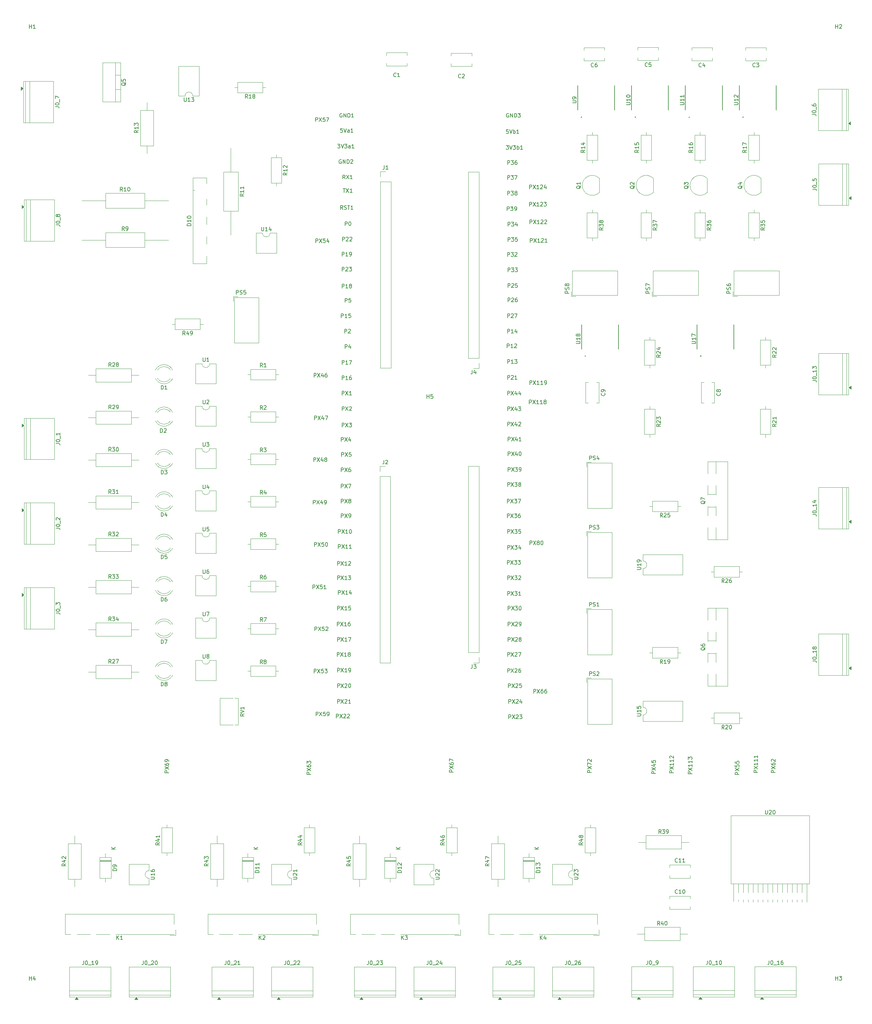
<source format=gbr>
%TF.GenerationSoftware,KiCad,Pcbnew,9.0.3*%
%TF.CreationDate,2025-10-22T18:44:45-06:00*%
%TF.ProjectId,PCB_HORNO,5043425f-484f-4524-9e4f-2e6b69636164,rev?*%
%TF.SameCoordinates,Original*%
%TF.FileFunction,Legend,Top*%
%TF.FilePolarity,Positive*%
%FSLAX46Y46*%
G04 Gerber Fmt 4.6, Leading zero omitted, Abs format (unit mm)*
G04 Created by KiCad (PCBNEW 9.0.3) date 2025-10-22 18:44:45*
%MOMM*%
%LPD*%
G01*
G04 APERTURE LIST*
%ADD10C,0.150000*%
%ADD11C,0.120000*%
%ADD12C,0.127000*%
%ADD13C,0.200000*%
G04 APERTURE END LIST*
D10*
X237504819Y-209090475D02*
X236504819Y-209090475D01*
X236504819Y-209090475D02*
X236504819Y-208709523D01*
X236504819Y-208709523D02*
X236552438Y-208614285D01*
X236552438Y-208614285D02*
X236600057Y-208566666D01*
X236600057Y-208566666D02*
X236695295Y-208519047D01*
X236695295Y-208519047D02*
X236838152Y-208519047D01*
X236838152Y-208519047D02*
X236933390Y-208566666D01*
X236933390Y-208566666D02*
X236981009Y-208614285D01*
X236981009Y-208614285D02*
X237028628Y-208709523D01*
X237028628Y-208709523D02*
X237028628Y-209090475D01*
X236504819Y-208185713D02*
X237504819Y-207519047D01*
X236504819Y-207519047D02*
X237504819Y-208185713D01*
X236504819Y-206709523D02*
X236504819Y-206899999D01*
X236504819Y-206899999D02*
X236552438Y-206995237D01*
X236552438Y-206995237D02*
X236600057Y-207042856D01*
X236600057Y-207042856D02*
X236742914Y-207138094D01*
X236742914Y-207138094D02*
X236933390Y-207185713D01*
X236933390Y-207185713D02*
X237314342Y-207185713D01*
X237314342Y-207185713D02*
X237409580Y-207138094D01*
X237409580Y-207138094D02*
X237457200Y-207090475D01*
X237457200Y-207090475D02*
X237504819Y-206995237D01*
X237504819Y-206995237D02*
X237504819Y-206804761D01*
X237504819Y-206804761D02*
X237457200Y-206709523D01*
X237457200Y-206709523D02*
X237409580Y-206661904D01*
X237409580Y-206661904D02*
X237314342Y-206614285D01*
X237314342Y-206614285D02*
X237076247Y-206614285D01*
X237076247Y-206614285D02*
X236981009Y-206661904D01*
X236981009Y-206661904D02*
X236933390Y-206709523D01*
X236933390Y-206709523D02*
X236885771Y-206804761D01*
X236885771Y-206804761D02*
X236885771Y-206995237D01*
X236885771Y-206995237D02*
X236933390Y-207090475D01*
X236933390Y-207090475D02*
X236981009Y-207138094D01*
X236981009Y-207138094D02*
X237076247Y-207185713D01*
X236600057Y-206233332D02*
X236552438Y-206185713D01*
X236552438Y-206185713D02*
X236504819Y-206090475D01*
X236504819Y-206090475D02*
X236504819Y-205852380D01*
X236504819Y-205852380D02*
X236552438Y-205757142D01*
X236552438Y-205757142D02*
X236600057Y-205709523D01*
X236600057Y-205709523D02*
X236695295Y-205661904D01*
X236695295Y-205661904D02*
X236790533Y-205661904D01*
X236790533Y-205661904D02*
X236933390Y-205709523D01*
X236933390Y-205709523D02*
X237504819Y-206280951D01*
X237504819Y-206280951D02*
X237504819Y-205661904D01*
X110724819Y-53462857D02*
X110248628Y-53796190D01*
X110724819Y-54034285D02*
X109724819Y-54034285D01*
X109724819Y-54034285D02*
X109724819Y-53653333D01*
X109724819Y-53653333D02*
X109772438Y-53558095D01*
X109772438Y-53558095D02*
X109820057Y-53510476D01*
X109820057Y-53510476D02*
X109915295Y-53462857D01*
X109915295Y-53462857D02*
X110058152Y-53462857D01*
X110058152Y-53462857D02*
X110153390Y-53510476D01*
X110153390Y-53510476D02*
X110201009Y-53558095D01*
X110201009Y-53558095D02*
X110248628Y-53653333D01*
X110248628Y-53653333D02*
X110248628Y-54034285D01*
X110724819Y-52510476D02*
X110724819Y-53081904D01*
X110724819Y-52796190D02*
X109724819Y-52796190D01*
X109724819Y-52796190D02*
X109867676Y-52891428D01*
X109867676Y-52891428D02*
X109962914Y-52986666D01*
X109962914Y-52986666D02*
X110010533Y-53081904D01*
X109820057Y-52129523D02*
X109772438Y-52081904D01*
X109772438Y-52081904D02*
X109724819Y-51986666D01*
X109724819Y-51986666D02*
X109724819Y-51748571D01*
X109724819Y-51748571D02*
X109772438Y-51653333D01*
X109772438Y-51653333D02*
X109820057Y-51605714D01*
X109820057Y-51605714D02*
X109915295Y-51558095D01*
X109915295Y-51558095D02*
X110010533Y-51558095D01*
X110010533Y-51558095D02*
X110153390Y-51605714D01*
X110153390Y-51605714D02*
X110724819Y-52177142D01*
X110724819Y-52177142D02*
X110724819Y-51558095D01*
X226847819Y-35803094D02*
X227657342Y-35803094D01*
X227657342Y-35803094D02*
X227752580Y-35755475D01*
X227752580Y-35755475D02*
X227800200Y-35707856D01*
X227800200Y-35707856D02*
X227847819Y-35612618D01*
X227847819Y-35612618D02*
X227847819Y-35422142D01*
X227847819Y-35422142D02*
X227800200Y-35326904D01*
X227800200Y-35326904D02*
X227752580Y-35279285D01*
X227752580Y-35279285D02*
X227657342Y-35231666D01*
X227657342Y-35231666D02*
X226847819Y-35231666D01*
X227847819Y-34231666D02*
X227847819Y-34803094D01*
X227847819Y-34517380D02*
X226847819Y-34517380D01*
X226847819Y-34517380D02*
X226990676Y-34612618D01*
X226990676Y-34612618D02*
X227085914Y-34707856D01*
X227085914Y-34707856D02*
X227133533Y-34803094D01*
X226943057Y-33850713D02*
X226895438Y-33803094D01*
X226895438Y-33803094D02*
X226847819Y-33707856D01*
X226847819Y-33707856D02*
X226847819Y-33469761D01*
X226847819Y-33469761D02*
X226895438Y-33374523D01*
X226895438Y-33374523D02*
X226943057Y-33326904D01*
X226943057Y-33326904D02*
X227038295Y-33279285D01*
X227038295Y-33279285D02*
X227133533Y-33279285D01*
X227133533Y-33279285D02*
X227276390Y-33326904D01*
X227276390Y-33326904D02*
X227847819Y-33898332D01*
X227847819Y-33898332D02*
X227847819Y-33279285D01*
X43738095Y-263004819D02*
X43738095Y-262004819D01*
X43738095Y-262481009D02*
X44309523Y-262481009D01*
X44309523Y-263004819D02*
X44309523Y-262004819D01*
X45214285Y-262338152D02*
X45214285Y-263004819D01*
X44976190Y-261957200D02*
X44738095Y-262671485D01*
X44738095Y-262671485D02*
X45357142Y-262671485D01*
X237824819Y-100722857D02*
X237348628Y-101056190D01*
X237824819Y-101294285D02*
X236824819Y-101294285D01*
X236824819Y-101294285D02*
X236824819Y-100913333D01*
X236824819Y-100913333D02*
X236872438Y-100818095D01*
X236872438Y-100818095D02*
X236920057Y-100770476D01*
X236920057Y-100770476D02*
X237015295Y-100722857D01*
X237015295Y-100722857D02*
X237158152Y-100722857D01*
X237158152Y-100722857D02*
X237253390Y-100770476D01*
X237253390Y-100770476D02*
X237301009Y-100818095D01*
X237301009Y-100818095D02*
X237348628Y-100913333D01*
X237348628Y-100913333D02*
X237348628Y-101294285D01*
X236920057Y-100341904D02*
X236872438Y-100294285D01*
X236872438Y-100294285D02*
X236824819Y-100199047D01*
X236824819Y-100199047D02*
X236824819Y-99960952D01*
X236824819Y-99960952D02*
X236872438Y-99865714D01*
X236872438Y-99865714D02*
X236920057Y-99818095D01*
X236920057Y-99818095D02*
X237015295Y-99770476D01*
X237015295Y-99770476D02*
X237110533Y-99770476D01*
X237110533Y-99770476D02*
X237253390Y-99818095D01*
X237253390Y-99818095D02*
X237824819Y-100389523D01*
X237824819Y-100389523D02*
X237824819Y-99770476D01*
X236920057Y-99389523D02*
X236872438Y-99341904D01*
X236872438Y-99341904D02*
X236824819Y-99246666D01*
X236824819Y-99246666D02*
X236824819Y-99008571D01*
X236824819Y-99008571D02*
X236872438Y-98913333D01*
X236872438Y-98913333D02*
X236920057Y-98865714D01*
X236920057Y-98865714D02*
X237015295Y-98818095D01*
X237015295Y-98818095D02*
X237110533Y-98818095D01*
X237110533Y-98818095D02*
X237253390Y-98865714D01*
X237253390Y-98865714D02*
X237824819Y-99437142D01*
X237824819Y-99437142D02*
X237824819Y-98818095D01*
X50674819Y-123690476D02*
X51389104Y-123690476D01*
X51389104Y-123690476D02*
X51531961Y-123738095D01*
X51531961Y-123738095D02*
X51627200Y-123833333D01*
X51627200Y-123833333D02*
X51674819Y-123976190D01*
X51674819Y-123976190D02*
X51674819Y-124071428D01*
X50674819Y-123023809D02*
X50674819Y-122928571D01*
X50674819Y-122928571D02*
X50722438Y-122833333D01*
X50722438Y-122833333D02*
X50770057Y-122785714D01*
X50770057Y-122785714D02*
X50865295Y-122738095D01*
X50865295Y-122738095D02*
X51055771Y-122690476D01*
X51055771Y-122690476D02*
X51293866Y-122690476D01*
X51293866Y-122690476D02*
X51484342Y-122738095D01*
X51484342Y-122738095D02*
X51579580Y-122785714D01*
X51579580Y-122785714D02*
X51627200Y-122833333D01*
X51627200Y-122833333D02*
X51674819Y-122928571D01*
X51674819Y-122928571D02*
X51674819Y-123023809D01*
X51674819Y-123023809D02*
X51627200Y-123119047D01*
X51627200Y-123119047D02*
X51579580Y-123166666D01*
X51579580Y-123166666D02*
X51484342Y-123214285D01*
X51484342Y-123214285D02*
X51293866Y-123261904D01*
X51293866Y-123261904D02*
X51055771Y-123261904D01*
X51055771Y-123261904D02*
X50865295Y-123214285D01*
X50865295Y-123214285D02*
X50770057Y-123166666D01*
X50770057Y-123166666D02*
X50722438Y-123119047D01*
X50722438Y-123119047D02*
X50674819Y-123023809D01*
X51770057Y-122500000D02*
X51770057Y-121738095D01*
X51674819Y-120976190D02*
X51674819Y-121547618D01*
X51674819Y-121261904D02*
X50674819Y-121261904D01*
X50674819Y-121261904D02*
X50817676Y-121357142D01*
X50817676Y-121357142D02*
X50912914Y-121452380D01*
X50912914Y-121452380D02*
X50960533Y-121547618D01*
X85754819Y-67174285D02*
X84754819Y-67174285D01*
X84754819Y-67174285D02*
X84754819Y-66936190D01*
X84754819Y-66936190D02*
X84802438Y-66793333D01*
X84802438Y-66793333D02*
X84897676Y-66698095D01*
X84897676Y-66698095D02*
X84992914Y-66650476D01*
X84992914Y-66650476D02*
X85183390Y-66602857D01*
X85183390Y-66602857D02*
X85326247Y-66602857D01*
X85326247Y-66602857D02*
X85516723Y-66650476D01*
X85516723Y-66650476D02*
X85611961Y-66698095D01*
X85611961Y-66698095D02*
X85707200Y-66793333D01*
X85707200Y-66793333D02*
X85754819Y-66936190D01*
X85754819Y-66936190D02*
X85754819Y-67174285D01*
X85754819Y-65650476D02*
X85754819Y-66221904D01*
X85754819Y-65936190D02*
X84754819Y-65936190D01*
X84754819Y-65936190D02*
X84897676Y-66031428D01*
X84897676Y-66031428D02*
X84992914Y-66126666D01*
X84992914Y-66126666D02*
X85040533Y-66221904D01*
X84754819Y-65031428D02*
X84754819Y-64936190D01*
X84754819Y-64936190D02*
X84802438Y-64840952D01*
X84802438Y-64840952D02*
X84850057Y-64793333D01*
X84850057Y-64793333D02*
X84945295Y-64745714D01*
X84945295Y-64745714D02*
X85135771Y-64698095D01*
X85135771Y-64698095D02*
X85373866Y-64698095D01*
X85373866Y-64698095D02*
X85564342Y-64745714D01*
X85564342Y-64745714D02*
X85659580Y-64793333D01*
X85659580Y-64793333D02*
X85707200Y-64840952D01*
X85707200Y-64840952D02*
X85754819Y-64936190D01*
X85754819Y-64936190D02*
X85754819Y-65031428D01*
X85754819Y-65031428D02*
X85707200Y-65126666D01*
X85707200Y-65126666D02*
X85659580Y-65174285D01*
X85659580Y-65174285D02*
X85564342Y-65221904D01*
X85564342Y-65221904D02*
X85373866Y-65269523D01*
X85373866Y-65269523D02*
X85135771Y-65269523D01*
X85135771Y-65269523D02*
X84945295Y-65221904D01*
X84945295Y-65221904D02*
X84850057Y-65174285D01*
X84850057Y-65174285D02*
X84802438Y-65126666D01*
X84802438Y-65126666D02*
X84754819Y-65031428D01*
X247234819Y-57690476D02*
X247949104Y-57690476D01*
X247949104Y-57690476D02*
X248091961Y-57738095D01*
X248091961Y-57738095D02*
X248187200Y-57833333D01*
X248187200Y-57833333D02*
X248234819Y-57976190D01*
X248234819Y-57976190D02*
X248234819Y-58071428D01*
X247234819Y-57023809D02*
X247234819Y-56928571D01*
X247234819Y-56928571D02*
X247282438Y-56833333D01*
X247282438Y-56833333D02*
X247330057Y-56785714D01*
X247330057Y-56785714D02*
X247425295Y-56738095D01*
X247425295Y-56738095D02*
X247615771Y-56690476D01*
X247615771Y-56690476D02*
X247853866Y-56690476D01*
X247853866Y-56690476D02*
X248044342Y-56738095D01*
X248044342Y-56738095D02*
X248139580Y-56785714D01*
X248139580Y-56785714D02*
X248187200Y-56833333D01*
X248187200Y-56833333D02*
X248234819Y-56928571D01*
X248234819Y-56928571D02*
X248234819Y-57023809D01*
X248234819Y-57023809D02*
X248187200Y-57119047D01*
X248187200Y-57119047D02*
X248139580Y-57166666D01*
X248139580Y-57166666D02*
X248044342Y-57214285D01*
X248044342Y-57214285D02*
X247853866Y-57261904D01*
X247853866Y-57261904D02*
X247615771Y-57261904D01*
X247615771Y-57261904D02*
X247425295Y-57214285D01*
X247425295Y-57214285D02*
X247330057Y-57166666D01*
X247330057Y-57166666D02*
X247282438Y-57119047D01*
X247282438Y-57119047D02*
X247234819Y-57023809D01*
X248330057Y-56500000D02*
X248330057Y-55738095D01*
X247234819Y-55023809D02*
X247234819Y-55499999D01*
X247234819Y-55499999D02*
X247711009Y-55547618D01*
X247711009Y-55547618D02*
X247663390Y-55499999D01*
X247663390Y-55499999D02*
X247615771Y-55404761D01*
X247615771Y-55404761D02*
X247615771Y-55166666D01*
X247615771Y-55166666D02*
X247663390Y-55071428D01*
X247663390Y-55071428D02*
X247711009Y-55023809D01*
X247711009Y-55023809D02*
X247806247Y-54976190D01*
X247806247Y-54976190D02*
X248044342Y-54976190D01*
X248044342Y-54976190D02*
X248139580Y-55023809D01*
X248139580Y-55023809D02*
X248187200Y-55071428D01*
X248187200Y-55071428D02*
X248234819Y-55166666D01*
X248234819Y-55166666D02*
X248234819Y-55404761D01*
X248234819Y-55404761D02*
X248187200Y-55499999D01*
X248187200Y-55499999D02*
X248139580Y-55547618D01*
X117609524Y-128404819D02*
X117609524Y-127404819D01*
X117609524Y-127404819D02*
X117990476Y-127404819D01*
X117990476Y-127404819D02*
X118085714Y-127452438D01*
X118085714Y-127452438D02*
X118133333Y-127500057D01*
X118133333Y-127500057D02*
X118180952Y-127595295D01*
X118180952Y-127595295D02*
X118180952Y-127738152D01*
X118180952Y-127738152D02*
X118133333Y-127833390D01*
X118133333Y-127833390D02*
X118085714Y-127881009D01*
X118085714Y-127881009D02*
X117990476Y-127928628D01*
X117990476Y-127928628D02*
X117609524Y-127928628D01*
X118514286Y-127404819D02*
X119180952Y-128404819D01*
X119180952Y-127404819D02*
X118514286Y-128404819D01*
X119990476Y-127738152D02*
X119990476Y-128404819D01*
X119752381Y-127357200D02*
X119514286Y-128071485D01*
X119514286Y-128071485D02*
X120133333Y-128071485D01*
X120657143Y-127833390D02*
X120561905Y-127785771D01*
X120561905Y-127785771D02*
X120514286Y-127738152D01*
X120514286Y-127738152D02*
X120466667Y-127642914D01*
X120466667Y-127642914D02*
X120466667Y-127595295D01*
X120466667Y-127595295D02*
X120514286Y-127500057D01*
X120514286Y-127500057D02*
X120561905Y-127452438D01*
X120561905Y-127452438D02*
X120657143Y-127404819D01*
X120657143Y-127404819D02*
X120847619Y-127404819D01*
X120847619Y-127404819D02*
X120942857Y-127452438D01*
X120942857Y-127452438D02*
X120990476Y-127500057D01*
X120990476Y-127500057D02*
X121038095Y-127595295D01*
X121038095Y-127595295D02*
X121038095Y-127642914D01*
X121038095Y-127642914D02*
X120990476Y-127738152D01*
X120990476Y-127738152D02*
X120942857Y-127785771D01*
X120942857Y-127785771D02*
X120847619Y-127833390D01*
X120847619Y-127833390D02*
X120657143Y-127833390D01*
X120657143Y-127833390D02*
X120561905Y-127881009D01*
X120561905Y-127881009D02*
X120514286Y-127928628D01*
X120514286Y-127928628D02*
X120466667Y-128023866D01*
X120466667Y-128023866D02*
X120466667Y-128214342D01*
X120466667Y-128214342D02*
X120514286Y-128309580D01*
X120514286Y-128309580D02*
X120561905Y-128357200D01*
X120561905Y-128357200D02*
X120657143Y-128404819D01*
X120657143Y-128404819D02*
X120847619Y-128404819D01*
X120847619Y-128404819D02*
X120942857Y-128357200D01*
X120942857Y-128357200D02*
X120990476Y-128309580D01*
X120990476Y-128309580D02*
X121038095Y-128214342D01*
X121038095Y-128214342D02*
X121038095Y-128023866D01*
X121038095Y-128023866D02*
X120990476Y-127928628D01*
X120990476Y-127928628D02*
X120942857Y-127881009D01*
X120942857Y-127881009D02*
X120847619Y-127833390D01*
X140424819Y-235061785D02*
X139424819Y-235061785D01*
X139424819Y-235061785D02*
X139424819Y-234823690D01*
X139424819Y-234823690D02*
X139472438Y-234680833D01*
X139472438Y-234680833D02*
X139567676Y-234585595D01*
X139567676Y-234585595D02*
X139662914Y-234537976D01*
X139662914Y-234537976D02*
X139853390Y-234490357D01*
X139853390Y-234490357D02*
X139996247Y-234490357D01*
X139996247Y-234490357D02*
X140186723Y-234537976D01*
X140186723Y-234537976D02*
X140281961Y-234585595D01*
X140281961Y-234585595D02*
X140377200Y-234680833D01*
X140377200Y-234680833D02*
X140424819Y-234823690D01*
X140424819Y-234823690D02*
X140424819Y-235061785D01*
X140424819Y-233537976D02*
X140424819Y-234109404D01*
X140424819Y-233823690D02*
X139424819Y-233823690D01*
X139424819Y-233823690D02*
X139567676Y-233918928D01*
X139567676Y-233918928D02*
X139662914Y-234014166D01*
X139662914Y-234014166D02*
X139710533Y-234109404D01*
X139520057Y-233157023D02*
X139472438Y-233109404D01*
X139472438Y-233109404D02*
X139424819Y-233014166D01*
X139424819Y-233014166D02*
X139424819Y-232776071D01*
X139424819Y-232776071D02*
X139472438Y-232680833D01*
X139472438Y-232680833D02*
X139520057Y-232633214D01*
X139520057Y-232633214D02*
X139615295Y-232585595D01*
X139615295Y-232585595D02*
X139710533Y-232585595D01*
X139710533Y-232585595D02*
X139853390Y-232633214D01*
X139853390Y-232633214D02*
X140424819Y-233204642D01*
X140424819Y-233204642D02*
X140424819Y-232585595D01*
X140054819Y-229029404D02*
X139054819Y-229029404D01*
X140054819Y-228457976D02*
X139483390Y-228886547D01*
X139054819Y-228457976D02*
X139626247Y-229029404D01*
X79954819Y-209190475D02*
X78954819Y-209190475D01*
X78954819Y-209190475D02*
X78954819Y-208809523D01*
X78954819Y-208809523D02*
X79002438Y-208714285D01*
X79002438Y-208714285D02*
X79050057Y-208666666D01*
X79050057Y-208666666D02*
X79145295Y-208619047D01*
X79145295Y-208619047D02*
X79288152Y-208619047D01*
X79288152Y-208619047D02*
X79383390Y-208666666D01*
X79383390Y-208666666D02*
X79431009Y-208714285D01*
X79431009Y-208714285D02*
X79478628Y-208809523D01*
X79478628Y-208809523D02*
X79478628Y-209190475D01*
X78954819Y-208285713D02*
X79954819Y-207619047D01*
X78954819Y-207619047D02*
X79954819Y-208285713D01*
X78954819Y-206809523D02*
X78954819Y-206999999D01*
X78954819Y-206999999D02*
X79002438Y-207095237D01*
X79002438Y-207095237D02*
X79050057Y-207142856D01*
X79050057Y-207142856D02*
X79192914Y-207238094D01*
X79192914Y-207238094D02*
X79383390Y-207285713D01*
X79383390Y-207285713D02*
X79764342Y-207285713D01*
X79764342Y-207285713D02*
X79859580Y-207238094D01*
X79859580Y-207238094D02*
X79907200Y-207190475D01*
X79907200Y-207190475D02*
X79954819Y-207095237D01*
X79954819Y-207095237D02*
X79954819Y-206904761D01*
X79954819Y-206904761D02*
X79907200Y-206809523D01*
X79907200Y-206809523D02*
X79859580Y-206761904D01*
X79859580Y-206761904D02*
X79764342Y-206714285D01*
X79764342Y-206714285D02*
X79526247Y-206714285D01*
X79526247Y-206714285D02*
X79431009Y-206761904D01*
X79431009Y-206761904D02*
X79383390Y-206809523D01*
X79383390Y-206809523D02*
X79335771Y-206904761D01*
X79335771Y-206904761D02*
X79335771Y-207095237D01*
X79335771Y-207095237D02*
X79383390Y-207190475D01*
X79383390Y-207190475D02*
X79431009Y-207238094D01*
X79431009Y-207238094D02*
X79526247Y-207285713D01*
X79954819Y-206238094D02*
X79954819Y-206047618D01*
X79954819Y-206047618D02*
X79907200Y-205952380D01*
X79907200Y-205952380D02*
X79859580Y-205904761D01*
X79859580Y-205904761D02*
X79716723Y-205809523D01*
X79716723Y-205809523D02*
X79526247Y-205761904D01*
X79526247Y-205761904D02*
X79145295Y-205761904D01*
X79145295Y-205761904D02*
X79050057Y-205809523D01*
X79050057Y-205809523D02*
X79002438Y-205857142D01*
X79002438Y-205857142D02*
X78954819Y-205952380D01*
X78954819Y-205952380D02*
X78954819Y-206142856D01*
X78954819Y-206142856D02*
X79002438Y-206238094D01*
X79002438Y-206238094D02*
X79050057Y-206285713D01*
X79050057Y-206285713D02*
X79145295Y-206333332D01*
X79145295Y-206333332D02*
X79383390Y-206333332D01*
X79383390Y-206333332D02*
X79478628Y-206285713D01*
X79478628Y-206285713D02*
X79526247Y-206238094D01*
X79526247Y-206238094D02*
X79573866Y-206142856D01*
X79573866Y-206142856D02*
X79573866Y-205952380D01*
X79573866Y-205952380D02*
X79526247Y-205857142D01*
X79526247Y-205857142D02*
X79478628Y-205809523D01*
X79478628Y-205809523D02*
X79383390Y-205761904D01*
X124985714Y-83354819D02*
X124985714Y-82354819D01*
X124985714Y-82354819D02*
X125366666Y-82354819D01*
X125366666Y-82354819D02*
X125461904Y-82402438D01*
X125461904Y-82402438D02*
X125509523Y-82450057D01*
X125509523Y-82450057D02*
X125557142Y-82545295D01*
X125557142Y-82545295D02*
X125557142Y-82688152D01*
X125557142Y-82688152D02*
X125509523Y-82783390D01*
X125509523Y-82783390D02*
X125461904Y-82831009D01*
X125461904Y-82831009D02*
X125366666Y-82878628D01*
X125366666Y-82878628D02*
X124985714Y-82878628D01*
X126509523Y-83354819D02*
X125938095Y-83354819D01*
X126223809Y-83354819D02*
X126223809Y-82354819D01*
X126223809Y-82354819D02*
X126128571Y-82497676D01*
X126128571Y-82497676D02*
X126033333Y-82592914D01*
X126033333Y-82592914D02*
X125938095Y-82640533D01*
X127080952Y-82783390D02*
X126985714Y-82735771D01*
X126985714Y-82735771D02*
X126938095Y-82688152D01*
X126938095Y-82688152D02*
X126890476Y-82592914D01*
X126890476Y-82592914D02*
X126890476Y-82545295D01*
X126890476Y-82545295D02*
X126938095Y-82450057D01*
X126938095Y-82450057D02*
X126985714Y-82402438D01*
X126985714Y-82402438D02*
X127080952Y-82354819D01*
X127080952Y-82354819D02*
X127271428Y-82354819D01*
X127271428Y-82354819D02*
X127366666Y-82402438D01*
X127366666Y-82402438D02*
X127414285Y-82450057D01*
X127414285Y-82450057D02*
X127461904Y-82545295D01*
X127461904Y-82545295D02*
X127461904Y-82592914D01*
X127461904Y-82592914D02*
X127414285Y-82688152D01*
X127414285Y-82688152D02*
X127366666Y-82735771D01*
X127366666Y-82735771D02*
X127271428Y-82783390D01*
X127271428Y-82783390D02*
X127080952Y-82783390D01*
X127080952Y-82783390D02*
X126985714Y-82831009D01*
X126985714Y-82831009D02*
X126938095Y-82878628D01*
X126938095Y-82878628D02*
X126890476Y-82973866D01*
X126890476Y-82973866D02*
X126890476Y-83164342D01*
X126890476Y-83164342D02*
X126938095Y-83259580D01*
X126938095Y-83259580D02*
X126985714Y-83307200D01*
X126985714Y-83307200D02*
X127080952Y-83354819D01*
X127080952Y-83354819D02*
X127271428Y-83354819D01*
X127271428Y-83354819D02*
X127366666Y-83307200D01*
X127366666Y-83307200D02*
X127414285Y-83259580D01*
X127414285Y-83259580D02*
X127461904Y-83164342D01*
X127461904Y-83164342D02*
X127461904Y-82973866D01*
X127461904Y-82973866D02*
X127414285Y-82878628D01*
X127414285Y-82878628D02*
X127366666Y-82831009D01*
X127366666Y-82831009D02*
X127271428Y-82783390D01*
X125085714Y-71154819D02*
X125085714Y-70154819D01*
X125085714Y-70154819D02*
X125466666Y-70154819D01*
X125466666Y-70154819D02*
X125561904Y-70202438D01*
X125561904Y-70202438D02*
X125609523Y-70250057D01*
X125609523Y-70250057D02*
X125657142Y-70345295D01*
X125657142Y-70345295D02*
X125657142Y-70488152D01*
X125657142Y-70488152D02*
X125609523Y-70583390D01*
X125609523Y-70583390D02*
X125561904Y-70631009D01*
X125561904Y-70631009D02*
X125466666Y-70678628D01*
X125466666Y-70678628D02*
X125085714Y-70678628D01*
X126038095Y-70250057D02*
X126085714Y-70202438D01*
X126085714Y-70202438D02*
X126180952Y-70154819D01*
X126180952Y-70154819D02*
X126419047Y-70154819D01*
X126419047Y-70154819D02*
X126514285Y-70202438D01*
X126514285Y-70202438D02*
X126561904Y-70250057D01*
X126561904Y-70250057D02*
X126609523Y-70345295D01*
X126609523Y-70345295D02*
X126609523Y-70440533D01*
X126609523Y-70440533D02*
X126561904Y-70583390D01*
X126561904Y-70583390D02*
X125990476Y-71154819D01*
X125990476Y-71154819D02*
X126609523Y-71154819D01*
X126990476Y-70250057D02*
X127038095Y-70202438D01*
X127038095Y-70202438D02*
X127133333Y-70154819D01*
X127133333Y-70154819D02*
X127371428Y-70154819D01*
X127371428Y-70154819D02*
X127466666Y-70202438D01*
X127466666Y-70202438D02*
X127514285Y-70250057D01*
X127514285Y-70250057D02*
X127561904Y-70345295D01*
X127561904Y-70345295D02*
X127561904Y-70440533D01*
X127561904Y-70440533D02*
X127514285Y-70583390D01*
X127514285Y-70583390D02*
X126942857Y-71154819D01*
X126942857Y-71154819D02*
X127561904Y-71154819D01*
X207537142Y-248734819D02*
X207203809Y-248258628D01*
X206965714Y-248734819D02*
X206965714Y-247734819D01*
X206965714Y-247734819D02*
X207346666Y-247734819D01*
X207346666Y-247734819D02*
X207441904Y-247782438D01*
X207441904Y-247782438D02*
X207489523Y-247830057D01*
X207489523Y-247830057D02*
X207537142Y-247925295D01*
X207537142Y-247925295D02*
X207537142Y-248068152D01*
X207537142Y-248068152D02*
X207489523Y-248163390D01*
X207489523Y-248163390D02*
X207441904Y-248211009D01*
X207441904Y-248211009D02*
X207346666Y-248258628D01*
X207346666Y-248258628D02*
X206965714Y-248258628D01*
X208394285Y-248068152D02*
X208394285Y-248734819D01*
X208156190Y-247687200D02*
X207918095Y-248401485D01*
X207918095Y-248401485D02*
X208537142Y-248401485D01*
X209108571Y-247734819D02*
X209203809Y-247734819D01*
X209203809Y-247734819D02*
X209299047Y-247782438D01*
X209299047Y-247782438D02*
X209346666Y-247830057D01*
X209346666Y-247830057D02*
X209394285Y-247925295D01*
X209394285Y-247925295D02*
X209441904Y-248115771D01*
X209441904Y-248115771D02*
X209441904Y-248353866D01*
X209441904Y-248353866D02*
X209394285Y-248544342D01*
X209394285Y-248544342D02*
X209346666Y-248639580D01*
X209346666Y-248639580D02*
X209299047Y-248687200D01*
X209299047Y-248687200D02*
X209203809Y-248734819D01*
X209203809Y-248734819D02*
X209108571Y-248734819D01*
X209108571Y-248734819D02*
X209013333Y-248687200D01*
X209013333Y-248687200D02*
X208965714Y-248639580D01*
X208965714Y-248639580D02*
X208918095Y-248544342D01*
X208918095Y-248544342D02*
X208870476Y-248353866D01*
X208870476Y-248353866D02*
X208870476Y-248115771D01*
X208870476Y-248115771D02*
X208918095Y-247925295D01*
X208918095Y-247925295D02*
X208965714Y-247830057D01*
X208965714Y-247830057D02*
X209013333Y-247782438D01*
X209013333Y-247782438D02*
X209108571Y-247734819D01*
X202084819Y-47562857D02*
X201608628Y-47896190D01*
X202084819Y-48134285D02*
X201084819Y-48134285D01*
X201084819Y-48134285D02*
X201084819Y-47753333D01*
X201084819Y-47753333D02*
X201132438Y-47658095D01*
X201132438Y-47658095D02*
X201180057Y-47610476D01*
X201180057Y-47610476D02*
X201275295Y-47562857D01*
X201275295Y-47562857D02*
X201418152Y-47562857D01*
X201418152Y-47562857D02*
X201513390Y-47610476D01*
X201513390Y-47610476D02*
X201561009Y-47658095D01*
X201561009Y-47658095D02*
X201608628Y-47753333D01*
X201608628Y-47753333D02*
X201608628Y-48134285D01*
X202084819Y-46610476D02*
X202084819Y-47181904D01*
X202084819Y-46896190D02*
X201084819Y-46896190D01*
X201084819Y-46896190D02*
X201227676Y-46991428D01*
X201227676Y-46991428D02*
X201322914Y-47086666D01*
X201322914Y-47086666D02*
X201370533Y-47181904D01*
X201084819Y-45705714D02*
X201084819Y-46181904D01*
X201084819Y-46181904D02*
X201561009Y-46229523D01*
X201561009Y-46229523D02*
X201513390Y-46181904D01*
X201513390Y-46181904D02*
X201465771Y-46086666D01*
X201465771Y-46086666D02*
X201465771Y-45848571D01*
X201465771Y-45848571D02*
X201513390Y-45753333D01*
X201513390Y-45753333D02*
X201561009Y-45705714D01*
X201561009Y-45705714D02*
X201656247Y-45658095D01*
X201656247Y-45658095D02*
X201894342Y-45658095D01*
X201894342Y-45658095D02*
X201989580Y-45705714D01*
X201989580Y-45705714D02*
X202037200Y-45753333D01*
X202037200Y-45753333D02*
X202084819Y-45848571D01*
X202084819Y-45848571D02*
X202084819Y-46086666D01*
X202084819Y-46086666D02*
X202037200Y-46181904D01*
X202037200Y-46181904D02*
X201989580Y-46229523D01*
X234981905Y-218904819D02*
X234981905Y-219714342D01*
X234981905Y-219714342D02*
X235029524Y-219809580D01*
X235029524Y-219809580D02*
X235077143Y-219857200D01*
X235077143Y-219857200D02*
X235172381Y-219904819D01*
X235172381Y-219904819D02*
X235362857Y-219904819D01*
X235362857Y-219904819D02*
X235458095Y-219857200D01*
X235458095Y-219857200D02*
X235505714Y-219809580D01*
X235505714Y-219809580D02*
X235553333Y-219714342D01*
X235553333Y-219714342D02*
X235553333Y-218904819D01*
X235981905Y-219000057D02*
X236029524Y-218952438D01*
X236029524Y-218952438D02*
X236124762Y-218904819D01*
X236124762Y-218904819D02*
X236362857Y-218904819D01*
X236362857Y-218904819D02*
X236458095Y-218952438D01*
X236458095Y-218952438D02*
X236505714Y-219000057D01*
X236505714Y-219000057D02*
X236553333Y-219095295D01*
X236553333Y-219095295D02*
X236553333Y-219190533D01*
X236553333Y-219190533D02*
X236505714Y-219333390D01*
X236505714Y-219333390D02*
X235934286Y-219904819D01*
X235934286Y-219904819D02*
X236553333Y-219904819D01*
X237172381Y-218904819D02*
X237267619Y-218904819D01*
X237267619Y-218904819D02*
X237362857Y-218952438D01*
X237362857Y-218952438D02*
X237410476Y-219000057D01*
X237410476Y-219000057D02*
X237458095Y-219095295D01*
X237458095Y-219095295D02*
X237505714Y-219285771D01*
X237505714Y-219285771D02*
X237505714Y-219523866D01*
X237505714Y-219523866D02*
X237458095Y-219714342D01*
X237458095Y-219714342D02*
X237410476Y-219809580D01*
X237410476Y-219809580D02*
X237362857Y-219857200D01*
X237362857Y-219857200D02*
X237267619Y-219904819D01*
X237267619Y-219904819D02*
X237172381Y-219904819D01*
X237172381Y-219904819D02*
X237077143Y-219857200D01*
X237077143Y-219857200D02*
X237029524Y-219809580D01*
X237029524Y-219809580D02*
X236981905Y-219714342D01*
X236981905Y-219714342D02*
X236934286Y-219523866D01*
X236934286Y-219523866D02*
X236934286Y-219285771D01*
X236934286Y-219285771D02*
X236981905Y-219095295D01*
X236981905Y-219095295D02*
X237029524Y-219000057D01*
X237029524Y-219000057D02*
X237077143Y-218952438D01*
X237077143Y-218952438D02*
X237172381Y-218904819D01*
X88843095Y-178449819D02*
X88843095Y-179259342D01*
X88843095Y-179259342D02*
X88890714Y-179354580D01*
X88890714Y-179354580D02*
X88938333Y-179402200D01*
X88938333Y-179402200D02*
X89033571Y-179449819D01*
X89033571Y-179449819D02*
X89224047Y-179449819D01*
X89224047Y-179449819D02*
X89319285Y-179402200D01*
X89319285Y-179402200D02*
X89366904Y-179354580D01*
X89366904Y-179354580D02*
X89414523Y-179259342D01*
X89414523Y-179259342D02*
X89414523Y-178449819D01*
X90033571Y-178878390D02*
X89938333Y-178830771D01*
X89938333Y-178830771D02*
X89890714Y-178783152D01*
X89890714Y-178783152D02*
X89843095Y-178687914D01*
X89843095Y-178687914D02*
X89843095Y-178640295D01*
X89843095Y-178640295D02*
X89890714Y-178545057D01*
X89890714Y-178545057D02*
X89938333Y-178497438D01*
X89938333Y-178497438D02*
X90033571Y-178449819D01*
X90033571Y-178449819D02*
X90224047Y-178449819D01*
X90224047Y-178449819D02*
X90319285Y-178497438D01*
X90319285Y-178497438D02*
X90366904Y-178545057D01*
X90366904Y-178545057D02*
X90414523Y-178640295D01*
X90414523Y-178640295D02*
X90414523Y-178687914D01*
X90414523Y-178687914D02*
X90366904Y-178783152D01*
X90366904Y-178783152D02*
X90319285Y-178830771D01*
X90319285Y-178830771D02*
X90224047Y-178878390D01*
X90224047Y-178878390D02*
X90033571Y-178878390D01*
X90033571Y-178878390D02*
X89938333Y-178926009D01*
X89938333Y-178926009D02*
X89890714Y-178973628D01*
X89890714Y-178973628D02*
X89843095Y-179068866D01*
X89843095Y-179068866D02*
X89843095Y-179259342D01*
X89843095Y-179259342D02*
X89890714Y-179354580D01*
X89890714Y-179354580D02*
X89938333Y-179402200D01*
X89938333Y-179402200D02*
X90033571Y-179449819D01*
X90033571Y-179449819D02*
X90224047Y-179449819D01*
X90224047Y-179449819D02*
X90319285Y-179402200D01*
X90319285Y-179402200D02*
X90366904Y-179354580D01*
X90366904Y-179354580D02*
X90414523Y-179259342D01*
X90414523Y-179259342D02*
X90414523Y-179068866D01*
X90414523Y-179068866D02*
X90366904Y-178973628D01*
X90366904Y-178973628D02*
X90319285Y-178926009D01*
X90319285Y-178926009D02*
X90224047Y-178878390D01*
X104333333Y-169884819D02*
X104000000Y-169408628D01*
X103761905Y-169884819D02*
X103761905Y-168884819D01*
X103761905Y-168884819D02*
X104142857Y-168884819D01*
X104142857Y-168884819D02*
X104238095Y-168932438D01*
X104238095Y-168932438D02*
X104285714Y-168980057D01*
X104285714Y-168980057D02*
X104333333Y-169075295D01*
X104333333Y-169075295D02*
X104333333Y-169218152D01*
X104333333Y-169218152D02*
X104285714Y-169313390D01*
X104285714Y-169313390D02*
X104238095Y-169361009D01*
X104238095Y-169361009D02*
X104142857Y-169408628D01*
X104142857Y-169408628D02*
X103761905Y-169408628D01*
X104666667Y-168884819D02*
X105333333Y-168884819D01*
X105333333Y-168884819D02*
X104904762Y-169884819D01*
X72029819Y-42462857D02*
X71553628Y-42796190D01*
X72029819Y-43034285D02*
X71029819Y-43034285D01*
X71029819Y-43034285D02*
X71029819Y-42653333D01*
X71029819Y-42653333D02*
X71077438Y-42558095D01*
X71077438Y-42558095D02*
X71125057Y-42510476D01*
X71125057Y-42510476D02*
X71220295Y-42462857D01*
X71220295Y-42462857D02*
X71363152Y-42462857D01*
X71363152Y-42462857D02*
X71458390Y-42510476D01*
X71458390Y-42510476D02*
X71506009Y-42558095D01*
X71506009Y-42558095D02*
X71553628Y-42653333D01*
X71553628Y-42653333D02*
X71553628Y-43034285D01*
X72029819Y-41510476D02*
X72029819Y-42081904D01*
X72029819Y-41796190D02*
X71029819Y-41796190D01*
X71029819Y-41796190D02*
X71172676Y-41891428D01*
X71172676Y-41891428D02*
X71267914Y-41986666D01*
X71267914Y-41986666D02*
X71315533Y-42081904D01*
X71029819Y-41177142D02*
X71029819Y-40558095D01*
X71029819Y-40558095D02*
X71410771Y-40891428D01*
X71410771Y-40891428D02*
X71410771Y-40748571D01*
X71410771Y-40748571D02*
X71458390Y-40653333D01*
X71458390Y-40653333D02*
X71506009Y-40605714D01*
X71506009Y-40605714D02*
X71601247Y-40558095D01*
X71601247Y-40558095D02*
X71839342Y-40558095D01*
X71839342Y-40558095D02*
X71934580Y-40605714D01*
X71934580Y-40605714D02*
X71982200Y-40653333D01*
X71982200Y-40653333D02*
X72029819Y-40748571D01*
X72029819Y-40748571D02*
X72029819Y-41034285D01*
X72029819Y-41034285D02*
X71982200Y-41129523D01*
X71982200Y-41129523D02*
X71934580Y-41177142D01*
X206424819Y-209390475D02*
X205424819Y-209390475D01*
X205424819Y-209390475D02*
X205424819Y-209009523D01*
X205424819Y-209009523D02*
X205472438Y-208914285D01*
X205472438Y-208914285D02*
X205520057Y-208866666D01*
X205520057Y-208866666D02*
X205615295Y-208819047D01*
X205615295Y-208819047D02*
X205758152Y-208819047D01*
X205758152Y-208819047D02*
X205853390Y-208866666D01*
X205853390Y-208866666D02*
X205901009Y-208914285D01*
X205901009Y-208914285D02*
X205948628Y-209009523D01*
X205948628Y-209009523D02*
X205948628Y-209390475D01*
X205424819Y-208485713D02*
X206424819Y-207819047D01*
X205424819Y-207819047D02*
X206424819Y-208485713D01*
X205758152Y-207009523D02*
X206424819Y-207009523D01*
X205377200Y-207247618D02*
X206091485Y-207485713D01*
X206091485Y-207485713D02*
X206091485Y-206866666D01*
X205424819Y-206009523D02*
X205424819Y-206485713D01*
X205424819Y-206485713D02*
X205901009Y-206533332D01*
X205901009Y-206533332D02*
X205853390Y-206485713D01*
X205853390Y-206485713D02*
X205805771Y-206390475D01*
X205805771Y-206390475D02*
X205805771Y-206152380D01*
X205805771Y-206152380D02*
X205853390Y-206057142D01*
X205853390Y-206057142D02*
X205901009Y-206009523D01*
X205901009Y-206009523D02*
X205996247Y-205961904D01*
X205996247Y-205961904D02*
X206234342Y-205961904D01*
X206234342Y-205961904D02*
X206329580Y-206009523D01*
X206329580Y-206009523D02*
X206377200Y-206057142D01*
X206377200Y-206057142D02*
X206424819Y-206152380D01*
X206424819Y-206152380D02*
X206424819Y-206390475D01*
X206424819Y-206390475D02*
X206377200Y-206485713D01*
X206377200Y-206485713D02*
X206329580Y-206533332D01*
X64977142Y-103734819D02*
X64643809Y-103258628D01*
X64405714Y-103734819D02*
X64405714Y-102734819D01*
X64405714Y-102734819D02*
X64786666Y-102734819D01*
X64786666Y-102734819D02*
X64881904Y-102782438D01*
X64881904Y-102782438D02*
X64929523Y-102830057D01*
X64929523Y-102830057D02*
X64977142Y-102925295D01*
X64977142Y-102925295D02*
X64977142Y-103068152D01*
X64977142Y-103068152D02*
X64929523Y-103163390D01*
X64929523Y-103163390D02*
X64881904Y-103211009D01*
X64881904Y-103211009D02*
X64786666Y-103258628D01*
X64786666Y-103258628D02*
X64405714Y-103258628D01*
X65358095Y-102830057D02*
X65405714Y-102782438D01*
X65405714Y-102782438D02*
X65500952Y-102734819D01*
X65500952Y-102734819D02*
X65739047Y-102734819D01*
X65739047Y-102734819D02*
X65834285Y-102782438D01*
X65834285Y-102782438D02*
X65881904Y-102830057D01*
X65881904Y-102830057D02*
X65929523Y-102925295D01*
X65929523Y-102925295D02*
X65929523Y-103020533D01*
X65929523Y-103020533D02*
X65881904Y-103163390D01*
X65881904Y-103163390D02*
X65310476Y-103734819D01*
X65310476Y-103734819D02*
X65929523Y-103734819D01*
X66500952Y-103163390D02*
X66405714Y-103115771D01*
X66405714Y-103115771D02*
X66358095Y-103068152D01*
X66358095Y-103068152D02*
X66310476Y-102972914D01*
X66310476Y-102972914D02*
X66310476Y-102925295D01*
X66310476Y-102925295D02*
X66358095Y-102830057D01*
X66358095Y-102830057D02*
X66405714Y-102782438D01*
X66405714Y-102782438D02*
X66500952Y-102734819D01*
X66500952Y-102734819D02*
X66691428Y-102734819D01*
X66691428Y-102734819D02*
X66786666Y-102782438D01*
X66786666Y-102782438D02*
X66834285Y-102830057D01*
X66834285Y-102830057D02*
X66881904Y-102925295D01*
X66881904Y-102925295D02*
X66881904Y-102972914D01*
X66881904Y-102972914D02*
X66834285Y-103068152D01*
X66834285Y-103068152D02*
X66786666Y-103115771D01*
X66786666Y-103115771D02*
X66691428Y-103163390D01*
X66691428Y-103163390D02*
X66500952Y-103163390D01*
X66500952Y-103163390D02*
X66405714Y-103211009D01*
X66405714Y-103211009D02*
X66358095Y-103258628D01*
X66358095Y-103258628D02*
X66310476Y-103353866D01*
X66310476Y-103353866D02*
X66310476Y-103544342D01*
X66310476Y-103544342D02*
X66358095Y-103639580D01*
X66358095Y-103639580D02*
X66405714Y-103687200D01*
X66405714Y-103687200D02*
X66500952Y-103734819D01*
X66500952Y-103734819D02*
X66691428Y-103734819D01*
X66691428Y-103734819D02*
X66786666Y-103687200D01*
X66786666Y-103687200D02*
X66834285Y-103639580D01*
X66834285Y-103639580D02*
X66881904Y-103544342D01*
X66881904Y-103544342D02*
X66881904Y-103353866D01*
X66881904Y-103353866D02*
X66834285Y-103258628D01*
X66834285Y-103258628D02*
X66786666Y-103211009D01*
X66786666Y-103211009D02*
X66691428Y-103163390D01*
X64977142Y-158734819D02*
X64643809Y-158258628D01*
X64405714Y-158734819D02*
X64405714Y-157734819D01*
X64405714Y-157734819D02*
X64786666Y-157734819D01*
X64786666Y-157734819D02*
X64881904Y-157782438D01*
X64881904Y-157782438D02*
X64929523Y-157830057D01*
X64929523Y-157830057D02*
X64977142Y-157925295D01*
X64977142Y-157925295D02*
X64977142Y-158068152D01*
X64977142Y-158068152D02*
X64929523Y-158163390D01*
X64929523Y-158163390D02*
X64881904Y-158211009D01*
X64881904Y-158211009D02*
X64786666Y-158258628D01*
X64786666Y-158258628D02*
X64405714Y-158258628D01*
X65310476Y-157734819D02*
X65929523Y-157734819D01*
X65929523Y-157734819D02*
X65596190Y-158115771D01*
X65596190Y-158115771D02*
X65739047Y-158115771D01*
X65739047Y-158115771D02*
X65834285Y-158163390D01*
X65834285Y-158163390D02*
X65881904Y-158211009D01*
X65881904Y-158211009D02*
X65929523Y-158306247D01*
X65929523Y-158306247D02*
X65929523Y-158544342D01*
X65929523Y-158544342D02*
X65881904Y-158639580D01*
X65881904Y-158639580D02*
X65834285Y-158687200D01*
X65834285Y-158687200D02*
X65739047Y-158734819D01*
X65739047Y-158734819D02*
X65453333Y-158734819D01*
X65453333Y-158734819D02*
X65358095Y-158687200D01*
X65358095Y-158687200D02*
X65310476Y-158639580D01*
X66262857Y-157734819D02*
X66881904Y-157734819D01*
X66881904Y-157734819D02*
X66548571Y-158115771D01*
X66548571Y-158115771D02*
X66691428Y-158115771D01*
X66691428Y-158115771D02*
X66786666Y-158163390D01*
X66786666Y-158163390D02*
X66834285Y-158211009D01*
X66834285Y-158211009D02*
X66881904Y-158306247D01*
X66881904Y-158306247D02*
X66881904Y-158544342D01*
X66881904Y-158544342D02*
X66834285Y-158639580D01*
X66834285Y-158639580D02*
X66786666Y-158687200D01*
X66786666Y-158687200D02*
X66691428Y-158734819D01*
X66691428Y-158734819D02*
X66405714Y-158734819D01*
X66405714Y-158734819D02*
X66310476Y-158687200D01*
X66310476Y-158687200D02*
X66262857Y-158639580D01*
X189754819Y-209090475D02*
X188754819Y-209090475D01*
X188754819Y-209090475D02*
X188754819Y-208709523D01*
X188754819Y-208709523D02*
X188802438Y-208614285D01*
X188802438Y-208614285D02*
X188850057Y-208566666D01*
X188850057Y-208566666D02*
X188945295Y-208519047D01*
X188945295Y-208519047D02*
X189088152Y-208519047D01*
X189088152Y-208519047D02*
X189183390Y-208566666D01*
X189183390Y-208566666D02*
X189231009Y-208614285D01*
X189231009Y-208614285D02*
X189278628Y-208709523D01*
X189278628Y-208709523D02*
X189278628Y-209090475D01*
X188754819Y-208185713D02*
X189754819Y-207519047D01*
X188754819Y-207519047D02*
X189754819Y-208185713D01*
X188754819Y-207233332D02*
X188754819Y-206566666D01*
X188754819Y-206566666D02*
X189754819Y-206995237D01*
X188850057Y-206233332D02*
X188802438Y-206185713D01*
X188802438Y-206185713D02*
X188754819Y-206090475D01*
X188754819Y-206090475D02*
X188754819Y-205852380D01*
X188754819Y-205852380D02*
X188802438Y-205757142D01*
X188802438Y-205757142D02*
X188850057Y-205709523D01*
X188850057Y-205709523D02*
X188945295Y-205661904D01*
X188945295Y-205661904D02*
X189040533Y-205661904D01*
X189040533Y-205661904D02*
X189183390Y-205709523D01*
X189183390Y-205709523D02*
X189754819Y-206280951D01*
X189754819Y-206280951D02*
X189754819Y-205661904D01*
X232333333Y-25887080D02*
X232285714Y-25934700D01*
X232285714Y-25934700D02*
X232142857Y-25982319D01*
X232142857Y-25982319D02*
X232047619Y-25982319D01*
X232047619Y-25982319D02*
X231904762Y-25934700D01*
X231904762Y-25934700D02*
X231809524Y-25839461D01*
X231809524Y-25839461D02*
X231761905Y-25744223D01*
X231761905Y-25744223D02*
X231714286Y-25553747D01*
X231714286Y-25553747D02*
X231714286Y-25410890D01*
X231714286Y-25410890D02*
X231761905Y-25220414D01*
X231761905Y-25220414D02*
X231809524Y-25125176D01*
X231809524Y-25125176D02*
X231904762Y-25029938D01*
X231904762Y-25029938D02*
X232047619Y-24982319D01*
X232047619Y-24982319D02*
X232142857Y-24982319D01*
X232142857Y-24982319D02*
X232285714Y-25029938D01*
X232285714Y-25029938D02*
X232333333Y-25077557D01*
X232666667Y-24982319D02*
X233285714Y-24982319D01*
X233285714Y-24982319D02*
X232952381Y-25363271D01*
X232952381Y-25363271D02*
X233095238Y-25363271D01*
X233095238Y-25363271D02*
X233190476Y-25410890D01*
X233190476Y-25410890D02*
X233238095Y-25458509D01*
X233238095Y-25458509D02*
X233285714Y-25553747D01*
X233285714Y-25553747D02*
X233285714Y-25791842D01*
X233285714Y-25791842D02*
X233238095Y-25887080D01*
X233238095Y-25887080D02*
X233190476Y-25934700D01*
X233190476Y-25934700D02*
X233095238Y-25982319D01*
X233095238Y-25982319D02*
X232809524Y-25982319D01*
X232809524Y-25982319D02*
X232714286Y-25934700D01*
X232714286Y-25934700D02*
X232666667Y-25887080D01*
X167909524Y-155054819D02*
X167909524Y-154054819D01*
X167909524Y-154054819D02*
X168290476Y-154054819D01*
X168290476Y-154054819D02*
X168385714Y-154102438D01*
X168385714Y-154102438D02*
X168433333Y-154150057D01*
X168433333Y-154150057D02*
X168480952Y-154245295D01*
X168480952Y-154245295D02*
X168480952Y-154388152D01*
X168480952Y-154388152D02*
X168433333Y-154483390D01*
X168433333Y-154483390D02*
X168385714Y-154531009D01*
X168385714Y-154531009D02*
X168290476Y-154578628D01*
X168290476Y-154578628D02*
X167909524Y-154578628D01*
X168814286Y-154054819D02*
X169480952Y-155054819D01*
X169480952Y-154054819D02*
X168814286Y-155054819D01*
X169766667Y-154054819D02*
X170385714Y-154054819D01*
X170385714Y-154054819D02*
X170052381Y-154435771D01*
X170052381Y-154435771D02*
X170195238Y-154435771D01*
X170195238Y-154435771D02*
X170290476Y-154483390D01*
X170290476Y-154483390D02*
X170338095Y-154531009D01*
X170338095Y-154531009D02*
X170385714Y-154626247D01*
X170385714Y-154626247D02*
X170385714Y-154864342D01*
X170385714Y-154864342D02*
X170338095Y-154959580D01*
X170338095Y-154959580D02*
X170290476Y-155007200D01*
X170290476Y-155007200D02*
X170195238Y-155054819D01*
X170195238Y-155054819D02*
X169909524Y-155054819D01*
X169909524Y-155054819D02*
X169814286Y-155007200D01*
X169814286Y-155007200D02*
X169766667Y-154959580D01*
X170719048Y-154054819D02*
X171338095Y-154054819D01*
X171338095Y-154054819D02*
X171004762Y-154435771D01*
X171004762Y-154435771D02*
X171147619Y-154435771D01*
X171147619Y-154435771D02*
X171242857Y-154483390D01*
X171242857Y-154483390D02*
X171290476Y-154531009D01*
X171290476Y-154531009D02*
X171338095Y-154626247D01*
X171338095Y-154626247D02*
X171338095Y-154864342D01*
X171338095Y-154864342D02*
X171290476Y-154959580D01*
X171290476Y-154959580D02*
X171242857Y-155007200D01*
X171242857Y-155007200D02*
X171147619Y-155054819D01*
X171147619Y-155054819D02*
X170861905Y-155054819D01*
X170861905Y-155054819D02*
X170766667Y-155007200D01*
X170766667Y-155007200D02*
X170719048Y-154959580D01*
X168085714Y-67304819D02*
X168085714Y-66304819D01*
X168085714Y-66304819D02*
X168466666Y-66304819D01*
X168466666Y-66304819D02*
X168561904Y-66352438D01*
X168561904Y-66352438D02*
X168609523Y-66400057D01*
X168609523Y-66400057D02*
X168657142Y-66495295D01*
X168657142Y-66495295D02*
X168657142Y-66638152D01*
X168657142Y-66638152D02*
X168609523Y-66733390D01*
X168609523Y-66733390D02*
X168561904Y-66781009D01*
X168561904Y-66781009D02*
X168466666Y-66828628D01*
X168466666Y-66828628D02*
X168085714Y-66828628D01*
X168990476Y-66304819D02*
X169609523Y-66304819D01*
X169609523Y-66304819D02*
X169276190Y-66685771D01*
X169276190Y-66685771D02*
X169419047Y-66685771D01*
X169419047Y-66685771D02*
X169514285Y-66733390D01*
X169514285Y-66733390D02*
X169561904Y-66781009D01*
X169561904Y-66781009D02*
X169609523Y-66876247D01*
X169609523Y-66876247D02*
X169609523Y-67114342D01*
X169609523Y-67114342D02*
X169561904Y-67209580D01*
X169561904Y-67209580D02*
X169514285Y-67257200D01*
X169514285Y-67257200D02*
X169419047Y-67304819D01*
X169419047Y-67304819D02*
X169133333Y-67304819D01*
X169133333Y-67304819D02*
X169038095Y-67257200D01*
X169038095Y-67257200D02*
X168990476Y-67209580D01*
X170466666Y-66638152D02*
X170466666Y-67304819D01*
X170228571Y-66257200D02*
X169990476Y-66971485D01*
X169990476Y-66971485D02*
X170609523Y-66971485D01*
X77991905Y-175654819D02*
X77991905Y-174654819D01*
X77991905Y-174654819D02*
X78230000Y-174654819D01*
X78230000Y-174654819D02*
X78372857Y-174702438D01*
X78372857Y-174702438D02*
X78468095Y-174797676D01*
X78468095Y-174797676D02*
X78515714Y-174892914D01*
X78515714Y-174892914D02*
X78563333Y-175083390D01*
X78563333Y-175083390D02*
X78563333Y-175226247D01*
X78563333Y-175226247D02*
X78515714Y-175416723D01*
X78515714Y-175416723D02*
X78468095Y-175511961D01*
X78468095Y-175511961D02*
X78372857Y-175607200D01*
X78372857Y-175607200D02*
X78230000Y-175654819D01*
X78230000Y-175654819D02*
X77991905Y-175654819D01*
X78896667Y-174654819D02*
X79563333Y-174654819D01*
X79563333Y-174654819D02*
X79134762Y-175654819D01*
X117809524Y-150404819D02*
X117809524Y-149404819D01*
X117809524Y-149404819D02*
X118190476Y-149404819D01*
X118190476Y-149404819D02*
X118285714Y-149452438D01*
X118285714Y-149452438D02*
X118333333Y-149500057D01*
X118333333Y-149500057D02*
X118380952Y-149595295D01*
X118380952Y-149595295D02*
X118380952Y-149738152D01*
X118380952Y-149738152D02*
X118333333Y-149833390D01*
X118333333Y-149833390D02*
X118285714Y-149881009D01*
X118285714Y-149881009D02*
X118190476Y-149928628D01*
X118190476Y-149928628D02*
X117809524Y-149928628D01*
X118714286Y-149404819D02*
X119380952Y-150404819D01*
X119380952Y-149404819D02*
X118714286Y-150404819D01*
X120238095Y-149404819D02*
X119761905Y-149404819D01*
X119761905Y-149404819D02*
X119714286Y-149881009D01*
X119714286Y-149881009D02*
X119761905Y-149833390D01*
X119761905Y-149833390D02*
X119857143Y-149785771D01*
X119857143Y-149785771D02*
X120095238Y-149785771D01*
X120095238Y-149785771D02*
X120190476Y-149833390D01*
X120190476Y-149833390D02*
X120238095Y-149881009D01*
X120238095Y-149881009D02*
X120285714Y-149976247D01*
X120285714Y-149976247D02*
X120285714Y-150214342D01*
X120285714Y-150214342D02*
X120238095Y-150309580D01*
X120238095Y-150309580D02*
X120190476Y-150357200D01*
X120190476Y-150357200D02*
X120095238Y-150404819D01*
X120095238Y-150404819D02*
X119857143Y-150404819D01*
X119857143Y-150404819D02*
X119761905Y-150357200D01*
X119761905Y-150357200D02*
X119714286Y-150309580D01*
X120904762Y-149404819D02*
X121000000Y-149404819D01*
X121000000Y-149404819D02*
X121095238Y-149452438D01*
X121095238Y-149452438D02*
X121142857Y-149500057D01*
X121142857Y-149500057D02*
X121190476Y-149595295D01*
X121190476Y-149595295D02*
X121238095Y-149785771D01*
X121238095Y-149785771D02*
X121238095Y-150023866D01*
X121238095Y-150023866D02*
X121190476Y-150214342D01*
X121190476Y-150214342D02*
X121142857Y-150309580D01*
X121142857Y-150309580D02*
X121095238Y-150357200D01*
X121095238Y-150357200D02*
X121000000Y-150404819D01*
X121000000Y-150404819D02*
X120904762Y-150404819D01*
X120904762Y-150404819D02*
X120809524Y-150357200D01*
X120809524Y-150357200D02*
X120761905Y-150309580D01*
X120761905Y-150309580D02*
X120714286Y-150214342D01*
X120714286Y-150214342D02*
X120666667Y-150023866D01*
X120666667Y-150023866D02*
X120666667Y-149785771D01*
X120666667Y-149785771D02*
X120714286Y-149595295D01*
X120714286Y-149595295D02*
X120761905Y-149500057D01*
X120761905Y-149500057D02*
X120809524Y-149452438D01*
X120809524Y-149452438D02*
X120904762Y-149404819D01*
X50674819Y-167690476D02*
X51389104Y-167690476D01*
X51389104Y-167690476D02*
X51531961Y-167738095D01*
X51531961Y-167738095D02*
X51627200Y-167833333D01*
X51627200Y-167833333D02*
X51674819Y-167976190D01*
X51674819Y-167976190D02*
X51674819Y-168071428D01*
X50674819Y-167023809D02*
X50674819Y-166928571D01*
X50674819Y-166928571D02*
X50722438Y-166833333D01*
X50722438Y-166833333D02*
X50770057Y-166785714D01*
X50770057Y-166785714D02*
X50865295Y-166738095D01*
X50865295Y-166738095D02*
X51055771Y-166690476D01*
X51055771Y-166690476D02*
X51293866Y-166690476D01*
X51293866Y-166690476D02*
X51484342Y-166738095D01*
X51484342Y-166738095D02*
X51579580Y-166785714D01*
X51579580Y-166785714D02*
X51627200Y-166833333D01*
X51627200Y-166833333D02*
X51674819Y-166928571D01*
X51674819Y-166928571D02*
X51674819Y-167023809D01*
X51674819Y-167023809D02*
X51627200Y-167119047D01*
X51627200Y-167119047D02*
X51579580Y-167166666D01*
X51579580Y-167166666D02*
X51484342Y-167214285D01*
X51484342Y-167214285D02*
X51293866Y-167261904D01*
X51293866Y-167261904D02*
X51055771Y-167261904D01*
X51055771Y-167261904D02*
X50865295Y-167214285D01*
X50865295Y-167214285D02*
X50770057Y-167166666D01*
X50770057Y-167166666D02*
X50722438Y-167119047D01*
X50722438Y-167119047D02*
X50674819Y-167023809D01*
X51770057Y-166500000D02*
X51770057Y-165738095D01*
X50674819Y-165595237D02*
X50674819Y-164976190D01*
X50674819Y-164976190D02*
X51055771Y-165309523D01*
X51055771Y-165309523D02*
X51055771Y-165166666D01*
X51055771Y-165166666D02*
X51103390Y-165071428D01*
X51103390Y-165071428D02*
X51151009Y-165023809D01*
X51151009Y-165023809D02*
X51246247Y-164976190D01*
X51246247Y-164976190D02*
X51484342Y-164976190D01*
X51484342Y-164976190D02*
X51579580Y-165023809D01*
X51579580Y-165023809D02*
X51627200Y-165071428D01*
X51627200Y-165071428D02*
X51674819Y-165166666D01*
X51674819Y-165166666D02*
X51674819Y-165452380D01*
X51674819Y-165452380D02*
X51627200Y-165547618D01*
X51627200Y-165547618D02*
X51579580Y-165595237D01*
X168085714Y-86954819D02*
X168085714Y-85954819D01*
X168085714Y-85954819D02*
X168466666Y-85954819D01*
X168466666Y-85954819D02*
X168561904Y-86002438D01*
X168561904Y-86002438D02*
X168609523Y-86050057D01*
X168609523Y-86050057D02*
X168657142Y-86145295D01*
X168657142Y-86145295D02*
X168657142Y-86288152D01*
X168657142Y-86288152D02*
X168609523Y-86383390D01*
X168609523Y-86383390D02*
X168561904Y-86431009D01*
X168561904Y-86431009D02*
X168466666Y-86478628D01*
X168466666Y-86478628D02*
X168085714Y-86478628D01*
X169038095Y-86050057D02*
X169085714Y-86002438D01*
X169085714Y-86002438D02*
X169180952Y-85954819D01*
X169180952Y-85954819D02*
X169419047Y-85954819D01*
X169419047Y-85954819D02*
X169514285Y-86002438D01*
X169514285Y-86002438D02*
X169561904Y-86050057D01*
X169561904Y-86050057D02*
X169609523Y-86145295D01*
X169609523Y-86145295D02*
X169609523Y-86240533D01*
X169609523Y-86240533D02*
X169561904Y-86383390D01*
X169561904Y-86383390D02*
X168990476Y-86954819D01*
X168990476Y-86954819D02*
X169609523Y-86954819D01*
X170466666Y-85954819D02*
X170276190Y-85954819D01*
X170276190Y-85954819D02*
X170180952Y-86002438D01*
X170180952Y-86002438D02*
X170133333Y-86050057D01*
X170133333Y-86050057D02*
X170038095Y-86192914D01*
X170038095Y-86192914D02*
X169990476Y-86383390D01*
X169990476Y-86383390D02*
X169990476Y-86764342D01*
X169990476Y-86764342D02*
X170038095Y-86859580D01*
X170038095Y-86859580D02*
X170085714Y-86907200D01*
X170085714Y-86907200D02*
X170180952Y-86954819D01*
X170180952Y-86954819D02*
X170371428Y-86954819D01*
X170371428Y-86954819D02*
X170466666Y-86907200D01*
X170466666Y-86907200D02*
X170514285Y-86859580D01*
X170514285Y-86859580D02*
X170561904Y-86764342D01*
X170561904Y-86764342D02*
X170561904Y-86526247D01*
X170561904Y-86526247D02*
X170514285Y-86431009D01*
X170514285Y-86431009D02*
X170466666Y-86383390D01*
X170466666Y-86383390D02*
X170371428Y-86335771D01*
X170371428Y-86335771D02*
X170180952Y-86335771D01*
X170180952Y-86335771D02*
X170085714Y-86383390D01*
X170085714Y-86383390D02*
X170038095Y-86431009D01*
X170038095Y-86431009D02*
X169990476Y-86526247D01*
X189285714Y-165954819D02*
X189285714Y-164954819D01*
X189285714Y-164954819D02*
X189666666Y-164954819D01*
X189666666Y-164954819D02*
X189761904Y-165002438D01*
X189761904Y-165002438D02*
X189809523Y-165050057D01*
X189809523Y-165050057D02*
X189857142Y-165145295D01*
X189857142Y-165145295D02*
X189857142Y-165288152D01*
X189857142Y-165288152D02*
X189809523Y-165383390D01*
X189809523Y-165383390D02*
X189761904Y-165431009D01*
X189761904Y-165431009D02*
X189666666Y-165478628D01*
X189666666Y-165478628D02*
X189285714Y-165478628D01*
X190238095Y-165907200D02*
X190380952Y-165954819D01*
X190380952Y-165954819D02*
X190619047Y-165954819D01*
X190619047Y-165954819D02*
X190714285Y-165907200D01*
X190714285Y-165907200D02*
X190761904Y-165859580D01*
X190761904Y-165859580D02*
X190809523Y-165764342D01*
X190809523Y-165764342D02*
X190809523Y-165669104D01*
X190809523Y-165669104D02*
X190761904Y-165573866D01*
X190761904Y-165573866D02*
X190714285Y-165526247D01*
X190714285Y-165526247D02*
X190619047Y-165478628D01*
X190619047Y-165478628D02*
X190428571Y-165431009D01*
X190428571Y-165431009D02*
X190333333Y-165383390D01*
X190333333Y-165383390D02*
X190285714Y-165335771D01*
X190285714Y-165335771D02*
X190238095Y-165240533D01*
X190238095Y-165240533D02*
X190238095Y-165145295D01*
X190238095Y-165145295D02*
X190285714Y-165050057D01*
X190285714Y-165050057D02*
X190333333Y-165002438D01*
X190333333Y-165002438D02*
X190428571Y-164954819D01*
X190428571Y-164954819D02*
X190666666Y-164954819D01*
X190666666Y-164954819D02*
X190809523Y-165002438D01*
X191761904Y-165954819D02*
X191190476Y-165954819D01*
X191476190Y-165954819D02*
X191476190Y-164954819D01*
X191476190Y-164954819D02*
X191380952Y-165097676D01*
X191380952Y-165097676D02*
X191285714Y-165192914D01*
X191285714Y-165192914D02*
X191190476Y-165240533D01*
X123833333Y-46054819D02*
X124452380Y-46054819D01*
X124452380Y-46054819D02*
X124119047Y-46435771D01*
X124119047Y-46435771D02*
X124261904Y-46435771D01*
X124261904Y-46435771D02*
X124357142Y-46483390D01*
X124357142Y-46483390D02*
X124404761Y-46531009D01*
X124404761Y-46531009D02*
X124452380Y-46626247D01*
X124452380Y-46626247D02*
X124452380Y-46864342D01*
X124452380Y-46864342D02*
X124404761Y-46959580D01*
X124404761Y-46959580D02*
X124357142Y-47007200D01*
X124357142Y-47007200D02*
X124261904Y-47054819D01*
X124261904Y-47054819D02*
X123976190Y-47054819D01*
X123976190Y-47054819D02*
X123880952Y-47007200D01*
X123880952Y-47007200D02*
X123833333Y-46959580D01*
X124738095Y-46054819D02*
X125071428Y-47054819D01*
X125071428Y-47054819D02*
X125404761Y-46054819D01*
X125642857Y-46054819D02*
X126261904Y-46054819D01*
X126261904Y-46054819D02*
X125928571Y-46435771D01*
X125928571Y-46435771D02*
X126071428Y-46435771D01*
X126071428Y-46435771D02*
X126166666Y-46483390D01*
X126166666Y-46483390D02*
X126214285Y-46531009D01*
X126214285Y-46531009D02*
X126261904Y-46626247D01*
X126261904Y-46626247D02*
X126261904Y-46864342D01*
X126261904Y-46864342D02*
X126214285Y-46959580D01*
X126214285Y-46959580D02*
X126166666Y-47007200D01*
X126166666Y-47007200D02*
X126071428Y-47054819D01*
X126071428Y-47054819D02*
X125785714Y-47054819D01*
X125785714Y-47054819D02*
X125690476Y-47007200D01*
X125690476Y-47007200D02*
X125642857Y-46959580D01*
X127119047Y-47054819D02*
X127119047Y-46531009D01*
X127119047Y-46531009D02*
X127071428Y-46435771D01*
X127071428Y-46435771D02*
X126976190Y-46388152D01*
X126976190Y-46388152D02*
X126785714Y-46388152D01*
X126785714Y-46388152D02*
X126690476Y-46435771D01*
X127119047Y-47007200D02*
X127023809Y-47054819D01*
X127023809Y-47054819D02*
X126785714Y-47054819D01*
X126785714Y-47054819D02*
X126690476Y-47007200D01*
X126690476Y-47007200D02*
X126642857Y-46911961D01*
X126642857Y-46911961D02*
X126642857Y-46816723D01*
X126642857Y-46816723D02*
X126690476Y-46721485D01*
X126690476Y-46721485D02*
X126785714Y-46673866D01*
X126785714Y-46673866D02*
X127023809Y-46673866D01*
X127023809Y-46673866D02*
X127119047Y-46626247D01*
X128119047Y-47054819D02*
X127547619Y-47054819D01*
X127833333Y-47054819D02*
X127833333Y-46054819D01*
X127833333Y-46054819D02*
X127738095Y-46197676D01*
X127738095Y-46197676D02*
X127642857Y-46292914D01*
X127642857Y-46292914D02*
X127547619Y-46340533D01*
X125761905Y-67154819D02*
X125761905Y-66154819D01*
X125761905Y-66154819D02*
X126142857Y-66154819D01*
X126142857Y-66154819D02*
X126238095Y-66202438D01*
X126238095Y-66202438D02*
X126285714Y-66250057D01*
X126285714Y-66250057D02*
X126333333Y-66345295D01*
X126333333Y-66345295D02*
X126333333Y-66488152D01*
X126333333Y-66488152D02*
X126285714Y-66583390D01*
X126285714Y-66583390D02*
X126238095Y-66631009D01*
X126238095Y-66631009D02*
X126142857Y-66678628D01*
X126142857Y-66678628D02*
X125761905Y-66678628D01*
X126952381Y-66154819D02*
X127047619Y-66154819D01*
X127047619Y-66154819D02*
X127142857Y-66202438D01*
X127142857Y-66202438D02*
X127190476Y-66250057D01*
X127190476Y-66250057D02*
X127238095Y-66345295D01*
X127238095Y-66345295D02*
X127285714Y-66535771D01*
X127285714Y-66535771D02*
X127285714Y-66773866D01*
X127285714Y-66773866D02*
X127238095Y-66964342D01*
X127238095Y-66964342D02*
X127190476Y-67059580D01*
X127190476Y-67059580D02*
X127142857Y-67107200D01*
X127142857Y-67107200D02*
X127047619Y-67154819D01*
X127047619Y-67154819D02*
X126952381Y-67154819D01*
X126952381Y-67154819D02*
X126857143Y-67107200D01*
X126857143Y-67107200D02*
X126809524Y-67059580D01*
X126809524Y-67059580D02*
X126761905Y-66964342D01*
X126761905Y-66964342D02*
X126714286Y-66773866D01*
X126714286Y-66773866D02*
X126714286Y-66535771D01*
X126714286Y-66535771D02*
X126761905Y-66345295D01*
X126761905Y-66345295D02*
X126809524Y-66250057D01*
X126809524Y-66250057D02*
X126857143Y-66202438D01*
X126857143Y-66202438D02*
X126952381Y-66154819D01*
X123809524Y-155354819D02*
X123809524Y-154354819D01*
X123809524Y-154354819D02*
X124190476Y-154354819D01*
X124190476Y-154354819D02*
X124285714Y-154402438D01*
X124285714Y-154402438D02*
X124333333Y-154450057D01*
X124333333Y-154450057D02*
X124380952Y-154545295D01*
X124380952Y-154545295D02*
X124380952Y-154688152D01*
X124380952Y-154688152D02*
X124333333Y-154783390D01*
X124333333Y-154783390D02*
X124285714Y-154831009D01*
X124285714Y-154831009D02*
X124190476Y-154878628D01*
X124190476Y-154878628D02*
X123809524Y-154878628D01*
X124714286Y-154354819D02*
X125380952Y-155354819D01*
X125380952Y-154354819D02*
X124714286Y-155354819D01*
X126285714Y-155354819D02*
X125714286Y-155354819D01*
X126000000Y-155354819D02*
X126000000Y-154354819D01*
X126000000Y-154354819D02*
X125904762Y-154497676D01*
X125904762Y-154497676D02*
X125809524Y-154592914D01*
X125809524Y-154592914D02*
X125714286Y-154640533D01*
X126666667Y-154450057D02*
X126714286Y-154402438D01*
X126714286Y-154402438D02*
X126809524Y-154354819D01*
X126809524Y-154354819D02*
X127047619Y-154354819D01*
X127047619Y-154354819D02*
X127142857Y-154402438D01*
X127142857Y-154402438D02*
X127190476Y-154450057D01*
X127190476Y-154450057D02*
X127238095Y-154545295D01*
X127238095Y-154545295D02*
X127238095Y-154640533D01*
X127238095Y-154640533D02*
X127190476Y-154783390D01*
X127190476Y-154783390D02*
X126619048Y-155354819D01*
X126619048Y-155354819D02*
X127238095Y-155354819D01*
X77991905Y-164654819D02*
X77991905Y-163654819D01*
X77991905Y-163654819D02*
X78230000Y-163654819D01*
X78230000Y-163654819D02*
X78372857Y-163702438D01*
X78372857Y-163702438D02*
X78468095Y-163797676D01*
X78468095Y-163797676D02*
X78515714Y-163892914D01*
X78515714Y-163892914D02*
X78563333Y-164083390D01*
X78563333Y-164083390D02*
X78563333Y-164226247D01*
X78563333Y-164226247D02*
X78515714Y-164416723D01*
X78515714Y-164416723D02*
X78468095Y-164511961D01*
X78468095Y-164511961D02*
X78372857Y-164607200D01*
X78372857Y-164607200D02*
X78230000Y-164654819D01*
X78230000Y-164654819D02*
X77991905Y-164654819D01*
X79420476Y-163654819D02*
X79230000Y-163654819D01*
X79230000Y-163654819D02*
X79134762Y-163702438D01*
X79134762Y-163702438D02*
X79087143Y-163750057D01*
X79087143Y-163750057D02*
X78991905Y-163892914D01*
X78991905Y-163892914D02*
X78944286Y-164083390D01*
X78944286Y-164083390D02*
X78944286Y-164464342D01*
X78944286Y-164464342D02*
X78991905Y-164559580D01*
X78991905Y-164559580D02*
X79039524Y-164607200D01*
X79039524Y-164607200D02*
X79134762Y-164654819D01*
X79134762Y-164654819D02*
X79325238Y-164654819D01*
X79325238Y-164654819D02*
X79420476Y-164607200D01*
X79420476Y-164607200D02*
X79468095Y-164559580D01*
X79468095Y-164559580D02*
X79515714Y-164464342D01*
X79515714Y-164464342D02*
X79515714Y-164226247D01*
X79515714Y-164226247D02*
X79468095Y-164131009D01*
X79468095Y-164131009D02*
X79420476Y-164083390D01*
X79420476Y-164083390D02*
X79325238Y-164035771D01*
X79325238Y-164035771D02*
X79134762Y-164035771D01*
X79134762Y-164035771D02*
X79039524Y-164083390D01*
X79039524Y-164083390D02*
X78991905Y-164131009D01*
X78991905Y-164131009D02*
X78944286Y-164226247D01*
X168009524Y-178954819D02*
X168009524Y-177954819D01*
X168009524Y-177954819D02*
X168390476Y-177954819D01*
X168390476Y-177954819D02*
X168485714Y-178002438D01*
X168485714Y-178002438D02*
X168533333Y-178050057D01*
X168533333Y-178050057D02*
X168580952Y-178145295D01*
X168580952Y-178145295D02*
X168580952Y-178288152D01*
X168580952Y-178288152D02*
X168533333Y-178383390D01*
X168533333Y-178383390D02*
X168485714Y-178431009D01*
X168485714Y-178431009D02*
X168390476Y-178478628D01*
X168390476Y-178478628D02*
X168009524Y-178478628D01*
X168914286Y-177954819D02*
X169580952Y-178954819D01*
X169580952Y-177954819D02*
X168914286Y-178954819D01*
X169914286Y-178050057D02*
X169961905Y-178002438D01*
X169961905Y-178002438D02*
X170057143Y-177954819D01*
X170057143Y-177954819D02*
X170295238Y-177954819D01*
X170295238Y-177954819D02*
X170390476Y-178002438D01*
X170390476Y-178002438D02*
X170438095Y-178050057D01*
X170438095Y-178050057D02*
X170485714Y-178145295D01*
X170485714Y-178145295D02*
X170485714Y-178240533D01*
X170485714Y-178240533D02*
X170438095Y-178383390D01*
X170438095Y-178383390D02*
X169866667Y-178954819D01*
X169866667Y-178954819D02*
X170485714Y-178954819D01*
X170819048Y-177954819D02*
X171485714Y-177954819D01*
X171485714Y-177954819D02*
X171057143Y-178954819D01*
X135866666Y-128054819D02*
X135866666Y-128769104D01*
X135866666Y-128769104D02*
X135819047Y-128911961D01*
X135819047Y-128911961D02*
X135723809Y-129007200D01*
X135723809Y-129007200D02*
X135580952Y-129054819D01*
X135580952Y-129054819D02*
X135485714Y-129054819D01*
X136295238Y-128150057D02*
X136342857Y-128102438D01*
X136342857Y-128102438D02*
X136438095Y-128054819D01*
X136438095Y-128054819D02*
X136676190Y-128054819D01*
X136676190Y-128054819D02*
X136771428Y-128102438D01*
X136771428Y-128102438D02*
X136819047Y-128150057D01*
X136819047Y-128150057D02*
X136866666Y-128245295D01*
X136866666Y-128245295D02*
X136866666Y-128340533D01*
X136866666Y-128340533D02*
X136819047Y-128483390D01*
X136819047Y-128483390D02*
X136247619Y-129054819D01*
X136247619Y-129054819D02*
X136866666Y-129054819D01*
X216084819Y-47562857D02*
X215608628Y-47896190D01*
X216084819Y-48134285D02*
X215084819Y-48134285D01*
X215084819Y-48134285D02*
X215084819Y-47753333D01*
X215084819Y-47753333D02*
X215132438Y-47658095D01*
X215132438Y-47658095D02*
X215180057Y-47610476D01*
X215180057Y-47610476D02*
X215275295Y-47562857D01*
X215275295Y-47562857D02*
X215418152Y-47562857D01*
X215418152Y-47562857D02*
X215513390Y-47610476D01*
X215513390Y-47610476D02*
X215561009Y-47658095D01*
X215561009Y-47658095D02*
X215608628Y-47753333D01*
X215608628Y-47753333D02*
X215608628Y-48134285D01*
X216084819Y-46610476D02*
X216084819Y-47181904D01*
X216084819Y-46896190D02*
X215084819Y-46896190D01*
X215084819Y-46896190D02*
X215227676Y-46991428D01*
X215227676Y-46991428D02*
X215322914Y-47086666D01*
X215322914Y-47086666D02*
X215370533Y-47181904D01*
X215084819Y-45753333D02*
X215084819Y-45943809D01*
X215084819Y-45943809D02*
X215132438Y-46039047D01*
X215132438Y-46039047D02*
X215180057Y-46086666D01*
X215180057Y-46086666D02*
X215322914Y-46181904D01*
X215322914Y-46181904D02*
X215513390Y-46229523D01*
X215513390Y-46229523D02*
X215894342Y-46229523D01*
X215894342Y-46229523D02*
X215989580Y-46181904D01*
X215989580Y-46181904D02*
X216037200Y-46134285D01*
X216037200Y-46134285D02*
X216084819Y-46039047D01*
X216084819Y-46039047D02*
X216084819Y-45848571D01*
X216084819Y-45848571D02*
X216037200Y-45753333D01*
X216037200Y-45753333D02*
X215989580Y-45705714D01*
X215989580Y-45705714D02*
X215894342Y-45658095D01*
X215894342Y-45658095D02*
X215656247Y-45658095D01*
X215656247Y-45658095D02*
X215561009Y-45705714D01*
X215561009Y-45705714D02*
X215513390Y-45753333D01*
X215513390Y-45753333D02*
X215465771Y-45848571D01*
X215465771Y-45848571D02*
X215465771Y-46039047D01*
X215465771Y-46039047D02*
X215513390Y-46134285D01*
X215513390Y-46134285D02*
X215561009Y-46181904D01*
X215561009Y-46181904D02*
X215656247Y-46229523D01*
X168009524Y-183154819D02*
X168009524Y-182154819D01*
X168009524Y-182154819D02*
X168390476Y-182154819D01*
X168390476Y-182154819D02*
X168485714Y-182202438D01*
X168485714Y-182202438D02*
X168533333Y-182250057D01*
X168533333Y-182250057D02*
X168580952Y-182345295D01*
X168580952Y-182345295D02*
X168580952Y-182488152D01*
X168580952Y-182488152D02*
X168533333Y-182583390D01*
X168533333Y-182583390D02*
X168485714Y-182631009D01*
X168485714Y-182631009D02*
X168390476Y-182678628D01*
X168390476Y-182678628D02*
X168009524Y-182678628D01*
X168914286Y-182154819D02*
X169580952Y-183154819D01*
X169580952Y-182154819D02*
X168914286Y-183154819D01*
X169914286Y-182250057D02*
X169961905Y-182202438D01*
X169961905Y-182202438D02*
X170057143Y-182154819D01*
X170057143Y-182154819D02*
X170295238Y-182154819D01*
X170295238Y-182154819D02*
X170390476Y-182202438D01*
X170390476Y-182202438D02*
X170438095Y-182250057D01*
X170438095Y-182250057D02*
X170485714Y-182345295D01*
X170485714Y-182345295D02*
X170485714Y-182440533D01*
X170485714Y-182440533D02*
X170438095Y-182583390D01*
X170438095Y-182583390D02*
X169866667Y-183154819D01*
X169866667Y-183154819D02*
X170485714Y-183154819D01*
X171342857Y-182154819D02*
X171152381Y-182154819D01*
X171152381Y-182154819D02*
X171057143Y-182202438D01*
X171057143Y-182202438D02*
X171009524Y-182250057D01*
X171009524Y-182250057D02*
X170914286Y-182392914D01*
X170914286Y-182392914D02*
X170866667Y-182583390D01*
X170866667Y-182583390D02*
X170866667Y-182964342D01*
X170866667Y-182964342D02*
X170914286Y-183059580D01*
X170914286Y-183059580D02*
X170961905Y-183107200D01*
X170961905Y-183107200D02*
X171057143Y-183154819D01*
X171057143Y-183154819D02*
X171247619Y-183154819D01*
X171247619Y-183154819D02*
X171342857Y-183107200D01*
X171342857Y-183107200D02*
X171390476Y-183059580D01*
X171390476Y-183059580D02*
X171438095Y-182964342D01*
X171438095Y-182964342D02*
X171438095Y-182726247D01*
X171438095Y-182726247D02*
X171390476Y-182631009D01*
X171390476Y-182631009D02*
X171342857Y-182583390D01*
X171342857Y-182583390D02*
X171247619Y-182535771D01*
X171247619Y-182535771D02*
X171057143Y-182535771D01*
X171057143Y-182535771D02*
X170961905Y-182583390D01*
X170961905Y-182583390D02*
X170914286Y-182631009D01*
X170914286Y-182631009D02*
X170866667Y-182726247D01*
X168109524Y-130954819D02*
X168109524Y-129954819D01*
X168109524Y-129954819D02*
X168490476Y-129954819D01*
X168490476Y-129954819D02*
X168585714Y-130002438D01*
X168585714Y-130002438D02*
X168633333Y-130050057D01*
X168633333Y-130050057D02*
X168680952Y-130145295D01*
X168680952Y-130145295D02*
X168680952Y-130288152D01*
X168680952Y-130288152D02*
X168633333Y-130383390D01*
X168633333Y-130383390D02*
X168585714Y-130431009D01*
X168585714Y-130431009D02*
X168490476Y-130478628D01*
X168490476Y-130478628D02*
X168109524Y-130478628D01*
X169014286Y-129954819D02*
X169680952Y-130954819D01*
X169680952Y-129954819D02*
X169014286Y-130954819D01*
X169966667Y-129954819D02*
X170585714Y-129954819D01*
X170585714Y-129954819D02*
X170252381Y-130335771D01*
X170252381Y-130335771D02*
X170395238Y-130335771D01*
X170395238Y-130335771D02*
X170490476Y-130383390D01*
X170490476Y-130383390D02*
X170538095Y-130431009D01*
X170538095Y-130431009D02*
X170585714Y-130526247D01*
X170585714Y-130526247D02*
X170585714Y-130764342D01*
X170585714Y-130764342D02*
X170538095Y-130859580D01*
X170538095Y-130859580D02*
X170490476Y-130907200D01*
X170490476Y-130907200D02*
X170395238Y-130954819D01*
X170395238Y-130954819D02*
X170109524Y-130954819D01*
X170109524Y-130954819D02*
X170014286Y-130907200D01*
X170014286Y-130907200D02*
X169966667Y-130859580D01*
X171061905Y-130954819D02*
X171252381Y-130954819D01*
X171252381Y-130954819D02*
X171347619Y-130907200D01*
X171347619Y-130907200D02*
X171395238Y-130859580D01*
X171395238Y-130859580D02*
X171490476Y-130716723D01*
X171490476Y-130716723D02*
X171538095Y-130526247D01*
X171538095Y-130526247D02*
X171538095Y-130145295D01*
X171538095Y-130145295D02*
X171490476Y-130050057D01*
X171490476Y-130050057D02*
X171442857Y-130002438D01*
X171442857Y-130002438D02*
X171347619Y-129954819D01*
X171347619Y-129954819D02*
X171157143Y-129954819D01*
X171157143Y-129954819D02*
X171061905Y-130002438D01*
X171061905Y-130002438D02*
X171014286Y-130050057D01*
X171014286Y-130050057D02*
X170966667Y-130145295D01*
X170966667Y-130145295D02*
X170966667Y-130383390D01*
X170966667Y-130383390D02*
X171014286Y-130478628D01*
X171014286Y-130478628D02*
X171061905Y-130526247D01*
X171061905Y-130526247D02*
X171157143Y-130573866D01*
X171157143Y-130573866D02*
X171347619Y-130573866D01*
X171347619Y-130573866D02*
X171442857Y-130526247D01*
X171442857Y-130526247D02*
X171490476Y-130478628D01*
X171490476Y-130478628D02*
X171538095Y-130383390D01*
X84222142Y-95559819D02*
X83888809Y-95083628D01*
X83650714Y-95559819D02*
X83650714Y-94559819D01*
X83650714Y-94559819D02*
X84031666Y-94559819D01*
X84031666Y-94559819D02*
X84126904Y-94607438D01*
X84126904Y-94607438D02*
X84174523Y-94655057D01*
X84174523Y-94655057D02*
X84222142Y-94750295D01*
X84222142Y-94750295D02*
X84222142Y-94893152D01*
X84222142Y-94893152D02*
X84174523Y-94988390D01*
X84174523Y-94988390D02*
X84126904Y-95036009D01*
X84126904Y-95036009D02*
X84031666Y-95083628D01*
X84031666Y-95083628D02*
X83650714Y-95083628D01*
X85079285Y-94893152D02*
X85079285Y-95559819D01*
X84841190Y-94512200D02*
X84603095Y-95226485D01*
X84603095Y-95226485D02*
X85222142Y-95226485D01*
X85650714Y-95559819D02*
X85841190Y-95559819D01*
X85841190Y-95559819D02*
X85936428Y-95512200D01*
X85936428Y-95512200D02*
X85984047Y-95464580D01*
X85984047Y-95464580D02*
X86079285Y-95321723D01*
X86079285Y-95321723D02*
X86126904Y-95131247D01*
X86126904Y-95131247D02*
X86126904Y-94750295D01*
X86126904Y-94750295D02*
X86079285Y-94655057D01*
X86079285Y-94655057D02*
X86031666Y-94607438D01*
X86031666Y-94607438D02*
X85936428Y-94559819D01*
X85936428Y-94559819D02*
X85745952Y-94559819D01*
X85745952Y-94559819D02*
X85650714Y-94607438D01*
X85650714Y-94607438D02*
X85603095Y-94655057D01*
X85603095Y-94655057D02*
X85555476Y-94750295D01*
X85555476Y-94750295D02*
X85555476Y-94988390D01*
X85555476Y-94988390D02*
X85603095Y-95083628D01*
X85603095Y-95083628D02*
X85650714Y-95131247D01*
X85650714Y-95131247D02*
X85745952Y-95178866D01*
X85745952Y-95178866D02*
X85936428Y-95178866D01*
X85936428Y-95178866D02*
X86031666Y-95131247D01*
X86031666Y-95131247D02*
X86079285Y-95083628D01*
X86079285Y-95083628D02*
X86126904Y-94988390D01*
X125761905Y-87054819D02*
X125761905Y-86054819D01*
X125761905Y-86054819D02*
X126142857Y-86054819D01*
X126142857Y-86054819D02*
X126238095Y-86102438D01*
X126238095Y-86102438D02*
X126285714Y-86150057D01*
X126285714Y-86150057D02*
X126333333Y-86245295D01*
X126333333Y-86245295D02*
X126333333Y-86388152D01*
X126333333Y-86388152D02*
X126285714Y-86483390D01*
X126285714Y-86483390D02*
X126238095Y-86531009D01*
X126238095Y-86531009D02*
X126142857Y-86578628D01*
X126142857Y-86578628D02*
X125761905Y-86578628D01*
X127238095Y-86054819D02*
X126761905Y-86054819D01*
X126761905Y-86054819D02*
X126714286Y-86531009D01*
X126714286Y-86531009D02*
X126761905Y-86483390D01*
X126761905Y-86483390D02*
X126857143Y-86435771D01*
X126857143Y-86435771D02*
X127095238Y-86435771D01*
X127095238Y-86435771D02*
X127190476Y-86483390D01*
X127190476Y-86483390D02*
X127238095Y-86531009D01*
X127238095Y-86531009D02*
X127285714Y-86626247D01*
X127285714Y-86626247D02*
X127285714Y-86864342D01*
X127285714Y-86864342D02*
X127238095Y-86959580D01*
X127238095Y-86959580D02*
X127190476Y-87007200D01*
X127190476Y-87007200D02*
X127095238Y-87054819D01*
X127095238Y-87054819D02*
X126857143Y-87054819D01*
X126857143Y-87054819D02*
X126761905Y-87007200D01*
X126761905Y-87007200D02*
X126714286Y-86959580D01*
X225954819Y-84714285D02*
X224954819Y-84714285D01*
X224954819Y-84714285D02*
X224954819Y-84333333D01*
X224954819Y-84333333D02*
X225002438Y-84238095D01*
X225002438Y-84238095D02*
X225050057Y-84190476D01*
X225050057Y-84190476D02*
X225145295Y-84142857D01*
X225145295Y-84142857D02*
X225288152Y-84142857D01*
X225288152Y-84142857D02*
X225383390Y-84190476D01*
X225383390Y-84190476D02*
X225431009Y-84238095D01*
X225431009Y-84238095D02*
X225478628Y-84333333D01*
X225478628Y-84333333D02*
X225478628Y-84714285D01*
X225907200Y-83761904D02*
X225954819Y-83619047D01*
X225954819Y-83619047D02*
X225954819Y-83380952D01*
X225954819Y-83380952D02*
X225907200Y-83285714D01*
X225907200Y-83285714D02*
X225859580Y-83238095D01*
X225859580Y-83238095D02*
X225764342Y-83190476D01*
X225764342Y-83190476D02*
X225669104Y-83190476D01*
X225669104Y-83190476D02*
X225573866Y-83238095D01*
X225573866Y-83238095D02*
X225526247Y-83285714D01*
X225526247Y-83285714D02*
X225478628Y-83380952D01*
X225478628Y-83380952D02*
X225431009Y-83571428D01*
X225431009Y-83571428D02*
X225383390Y-83666666D01*
X225383390Y-83666666D02*
X225335771Y-83714285D01*
X225335771Y-83714285D02*
X225240533Y-83761904D01*
X225240533Y-83761904D02*
X225145295Y-83761904D01*
X225145295Y-83761904D02*
X225050057Y-83714285D01*
X225050057Y-83714285D02*
X225002438Y-83666666D01*
X225002438Y-83666666D02*
X224954819Y-83571428D01*
X224954819Y-83571428D02*
X224954819Y-83333333D01*
X224954819Y-83333333D02*
X225002438Y-83190476D01*
X224954819Y-82333333D02*
X224954819Y-82523809D01*
X224954819Y-82523809D02*
X225002438Y-82619047D01*
X225002438Y-82619047D02*
X225050057Y-82666666D01*
X225050057Y-82666666D02*
X225192914Y-82761904D01*
X225192914Y-82761904D02*
X225383390Y-82809523D01*
X225383390Y-82809523D02*
X225764342Y-82809523D01*
X225764342Y-82809523D02*
X225859580Y-82761904D01*
X225859580Y-82761904D02*
X225907200Y-82714285D01*
X225907200Y-82714285D02*
X225954819Y-82619047D01*
X225954819Y-82619047D02*
X225954819Y-82428571D01*
X225954819Y-82428571D02*
X225907200Y-82333333D01*
X225907200Y-82333333D02*
X225859580Y-82285714D01*
X225859580Y-82285714D02*
X225764342Y-82238095D01*
X225764342Y-82238095D02*
X225526247Y-82238095D01*
X225526247Y-82238095D02*
X225431009Y-82285714D01*
X225431009Y-82285714D02*
X225383390Y-82333333D01*
X225383390Y-82333333D02*
X225335771Y-82428571D01*
X225335771Y-82428571D02*
X225335771Y-82619047D01*
X225335771Y-82619047D02*
X225383390Y-82714285D01*
X225383390Y-82714285D02*
X225431009Y-82761904D01*
X225431009Y-82761904D02*
X225526247Y-82809523D01*
X173693333Y-57604819D02*
X173693333Y-56604819D01*
X173693333Y-56604819D02*
X174074285Y-56604819D01*
X174074285Y-56604819D02*
X174169523Y-56652438D01*
X174169523Y-56652438D02*
X174217142Y-56700057D01*
X174217142Y-56700057D02*
X174264761Y-56795295D01*
X174264761Y-56795295D02*
X174264761Y-56938152D01*
X174264761Y-56938152D02*
X174217142Y-57033390D01*
X174217142Y-57033390D02*
X174169523Y-57081009D01*
X174169523Y-57081009D02*
X174074285Y-57128628D01*
X174074285Y-57128628D02*
X173693333Y-57128628D01*
X174598095Y-56604819D02*
X175264761Y-57604819D01*
X175264761Y-56604819D02*
X174598095Y-57604819D01*
X176169523Y-57604819D02*
X175598095Y-57604819D01*
X175883809Y-57604819D02*
X175883809Y-56604819D01*
X175883809Y-56604819D02*
X175788571Y-56747676D01*
X175788571Y-56747676D02*
X175693333Y-56842914D01*
X175693333Y-56842914D02*
X175598095Y-56890533D01*
X176550476Y-56700057D02*
X176598095Y-56652438D01*
X176598095Y-56652438D02*
X176693333Y-56604819D01*
X176693333Y-56604819D02*
X176931428Y-56604819D01*
X176931428Y-56604819D02*
X177026666Y-56652438D01*
X177026666Y-56652438D02*
X177074285Y-56700057D01*
X177074285Y-56700057D02*
X177121904Y-56795295D01*
X177121904Y-56795295D02*
X177121904Y-56890533D01*
X177121904Y-56890533D02*
X177074285Y-57033390D01*
X177074285Y-57033390D02*
X176502857Y-57604819D01*
X176502857Y-57604819D02*
X177121904Y-57604819D01*
X177979047Y-56938152D02*
X177979047Y-57604819D01*
X177740952Y-56557200D02*
X177502857Y-57271485D01*
X177502857Y-57271485D02*
X178121904Y-57271485D01*
X104066905Y-67549819D02*
X104066905Y-68359342D01*
X104066905Y-68359342D02*
X104114524Y-68454580D01*
X104114524Y-68454580D02*
X104162143Y-68502200D01*
X104162143Y-68502200D02*
X104257381Y-68549819D01*
X104257381Y-68549819D02*
X104447857Y-68549819D01*
X104447857Y-68549819D02*
X104543095Y-68502200D01*
X104543095Y-68502200D02*
X104590714Y-68454580D01*
X104590714Y-68454580D02*
X104638333Y-68359342D01*
X104638333Y-68359342D02*
X104638333Y-67549819D01*
X105638333Y-68549819D02*
X105066905Y-68549819D01*
X105352619Y-68549819D02*
X105352619Y-67549819D01*
X105352619Y-67549819D02*
X105257381Y-67692676D01*
X105257381Y-67692676D02*
X105162143Y-67787914D01*
X105162143Y-67787914D02*
X105066905Y-67835533D01*
X106495476Y-67883152D02*
X106495476Y-68549819D01*
X106257381Y-67502200D02*
X106019286Y-68216485D01*
X106019286Y-68216485D02*
X106638333Y-68216485D01*
X77807985Y-120854819D02*
X77807985Y-119854819D01*
X77807985Y-119854819D02*
X78046080Y-119854819D01*
X78046080Y-119854819D02*
X78188937Y-119902438D01*
X78188937Y-119902438D02*
X78284175Y-119997676D01*
X78284175Y-119997676D02*
X78331794Y-120092914D01*
X78331794Y-120092914D02*
X78379413Y-120283390D01*
X78379413Y-120283390D02*
X78379413Y-120426247D01*
X78379413Y-120426247D02*
X78331794Y-120616723D01*
X78331794Y-120616723D02*
X78284175Y-120711961D01*
X78284175Y-120711961D02*
X78188937Y-120807200D01*
X78188937Y-120807200D02*
X78046080Y-120854819D01*
X78046080Y-120854819D02*
X77807985Y-120854819D01*
X78760366Y-119950057D02*
X78807985Y-119902438D01*
X78807985Y-119902438D02*
X78903223Y-119854819D01*
X78903223Y-119854819D02*
X79141318Y-119854819D01*
X79141318Y-119854819D02*
X79236556Y-119902438D01*
X79236556Y-119902438D02*
X79284175Y-119950057D01*
X79284175Y-119950057D02*
X79331794Y-120045295D01*
X79331794Y-120045295D02*
X79331794Y-120140533D01*
X79331794Y-120140533D02*
X79284175Y-120283390D01*
X79284175Y-120283390D02*
X78712747Y-120854819D01*
X78712747Y-120854819D02*
X79331794Y-120854819D01*
X212847819Y-35803094D02*
X213657342Y-35803094D01*
X213657342Y-35803094D02*
X213752580Y-35755475D01*
X213752580Y-35755475D02*
X213800200Y-35707856D01*
X213800200Y-35707856D02*
X213847819Y-35612618D01*
X213847819Y-35612618D02*
X213847819Y-35422142D01*
X213847819Y-35422142D02*
X213800200Y-35326904D01*
X213800200Y-35326904D02*
X213752580Y-35279285D01*
X213752580Y-35279285D02*
X213657342Y-35231666D01*
X213657342Y-35231666D02*
X212847819Y-35231666D01*
X213847819Y-34231666D02*
X213847819Y-34803094D01*
X213847819Y-34517380D02*
X212847819Y-34517380D01*
X212847819Y-34517380D02*
X212990676Y-34612618D01*
X212990676Y-34612618D02*
X213085914Y-34707856D01*
X213085914Y-34707856D02*
X213133533Y-34803094D01*
X213847819Y-33279285D02*
X213847819Y-33850713D01*
X213847819Y-33564999D02*
X212847819Y-33564999D01*
X212847819Y-33564999D02*
X212990676Y-33660237D01*
X212990676Y-33660237D02*
X213085914Y-33755475D01*
X213085914Y-33755475D02*
X213133533Y-33850713D01*
X223209580Y-110666666D02*
X223257200Y-110714285D01*
X223257200Y-110714285D02*
X223304819Y-110857142D01*
X223304819Y-110857142D02*
X223304819Y-110952380D01*
X223304819Y-110952380D02*
X223257200Y-111095237D01*
X223257200Y-111095237D02*
X223161961Y-111190475D01*
X223161961Y-111190475D02*
X223066723Y-111238094D01*
X223066723Y-111238094D02*
X222876247Y-111285713D01*
X222876247Y-111285713D02*
X222733390Y-111285713D01*
X222733390Y-111285713D02*
X222542914Y-111238094D01*
X222542914Y-111238094D02*
X222447676Y-111190475D01*
X222447676Y-111190475D02*
X222352438Y-111095237D01*
X222352438Y-111095237D02*
X222304819Y-110952380D01*
X222304819Y-110952380D02*
X222304819Y-110857142D01*
X222304819Y-110857142D02*
X222352438Y-110714285D01*
X222352438Y-110714285D02*
X222400057Y-110666666D01*
X222733390Y-110095237D02*
X222685771Y-110190475D01*
X222685771Y-110190475D02*
X222638152Y-110238094D01*
X222638152Y-110238094D02*
X222542914Y-110285713D01*
X222542914Y-110285713D02*
X222495295Y-110285713D01*
X222495295Y-110285713D02*
X222400057Y-110238094D01*
X222400057Y-110238094D02*
X222352438Y-110190475D01*
X222352438Y-110190475D02*
X222304819Y-110095237D01*
X222304819Y-110095237D02*
X222304819Y-109904761D01*
X222304819Y-109904761D02*
X222352438Y-109809523D01*
X222352438Y-109809523D02*
X222400057Y-109761904D01*
X222400057Y-109761904D02*
X222495295Y-109714285D01*
X222495295Y-109714285D02*
X222542914Y-109714285D01*
X222542914Y-109714285D02*
X222638152Y-109761904D01*
X222638152Y-109761904D02*
X222685771Y-109809523D01*
X222685771Y-109809523D02*
X222733390Y-109904761D01*
X222733390Y-109904761D02*
X222733390Y-110095237D01*
X222733390Y-110095237D02*
X222781009Y-110190475D01*
X222781009Y-110190475D02*
X222828628Y-110238094D01*
X222828628Y-110238094D02*
X222923866Y-110285713D01*
X222923866Y-110285713D02*
X223114342Y-110285713D01*
X223114342Y-110285713D02*
X223209580Y-110238094D01*
X223209580Y-110238094D02*
X223257200Y-110190475D01*
X223257200Y-110190475D02*
X223304819Y-110095237D01*
X223304819Y-110095237D02*
X223304819Y-109904761D01*
X223304819Y-109904761D02*
X223257200Y-109809523D01*
X223257200Y-109809523D02*
X223209580Y-109761904D01*
X223209580Y-109761904D02*
X223114342Y-109714285D01*
X223114342Y-109714285D02*
X222923866Y-109714285D01*
X222923866Y-109714285D02*
X222828628Y-109761904D01*
X222828628Y-109761904D02*
X222781009Y-109809523D01*
X222781009Y-109809523D02*
X222733390Y-109904761D01*
X153904819Y-208990475D02*
X152904819Y-208990475D01*
X152904819Y-208990475D02*
X152904819Y-208609523D01*
X152904819Y-208609523D02*
X152952438Y-208514285D01*
X152952438Y-208514285D02*
X153000057Y-208466666D01*
X153000057Y-208466666D02*
X153095295Y-208419047D01*
X153095295Y-208419047D02*
X153238152Y-208419047D01*
X153238152Y-208419047D02*
X153333390Y-208466666D01*
X153333390Y-208466666D02*
X153381009Y-208514285D01*
X153381009Y-208514285D02*
X153428628Y-208609523D01*
X153428628Y-208609523D02*
X153428628Y-208990475D01*
X152904819Y-208085713D02*
X153904819Y-207419047D01*
X152904819Y-207419047D02*
X153904819Y-208085713D01*
X152904819Y-206609523D02*
X152904819Y-206799999D01*
X152904819Y-206799999D02*
X152952438Y-206895237D01*
X152952438Y-206895237D02*
X153000057Y-206942856D01*
X153000057Y-206942856D02*
X153142914Y-207038094D01*
X153142914Y-207038094D02*
X153333390Y-207085713D01*
X153333390Y-207085713D02*
X153714342Y-207085713D01*
X153714342Y-207085713D02*
X153809580Y-207038094D01*
X153809580Y-207038094D02*
X153857200Y-206990475D01*
X153857200Y-206990475D02*
X153904819Y-206895237D01*
X153904819Y-206895237D02*
X153904819Y-206704761D01*
X153904819Y-206704761D02*
X153857200Y-206609523D01*
X153857200Y-206609523D02*
X153809580Y-206561904D01*
X153809580Y-206561904D02*
X153714342Y-206514285D01*
X153714342Y-206514285D02*
X153476247Y-206514285D01*
X153476247Y-206514285D02*
X153381009Y-206561904D01*
X153381009Y-206561904D02*
X153333390Y-206609523D01*
X153333390Y-206609523D02*
X153285771Y-206704761D01*
X153285771Y-206704761D02*
X153285771Y-206895237D01*
X153285771Y-206895237D02*
X153333390Y-206990475D01*
X153333390Y-206990475D02*
X153381009Y-207038094D01*
X153381009Y-207038094D02*
X153476247Y-207085713D01*
X152904819Y-206180951D02*
X152904819Y-205514285D01*
X152904819Y-205514285D02*
X153904819Y-205942856D01*
X88843095Y-101449819D02*
X88843095Y-102259342D01*
X88843095Y-102259342D02*
X88890714Y-102354580D01*
X88890714Y-102354580D02*
X88938333Y-102402200D01*
X88938333Y-102402200D02*
X89033571Y-102449819D01*
X89033571Y-102449819D02*
X89224047Y-102449819D01*
X89224047Y-102449819D02*
X89319285Y-102402200D01*
X89319285Y-102402200D02*
X89366904Y-102354580D01*
X89366904Y-102354580D02*
X89414523Y-102259342D01*
X89414523Y-102259342D02*
X89414523Y-101449819D01*
X90414523Y-102449819D02*
X89843095Y-102449819D01*
X90128809Y-102449819D02*
X90128809Y-101449819D01*
X90128809Y-101449819D02*
X90033571Y-101592676D01*
X90033571Y-101592676D02*
X89938333Y-101687914D01*
X89938333Y-101687914D02*
X89843095Y-101735533D01*
X219350057Y-138645238D02*
X219302438Y-138740476D01*
X219302438Y-138740476D02*
X219207200Y-138835714D01*
X219207200Y-138835714D02*
X219064342Y-138978571D01*
X219064342Y-138978571D02*
X219016723Y-139073809D01*
X219016723Y-139073809D02*
X219016723Y-139169047D01*
X219254819Y-139121428D02*
X219207200Y-139216666D01*
X219207200Y-139216666D02*
X219111961Y-139311904D01*
X219111961Y-139311904D02*
X218921485Y-139359523D01*
X218921485Y-139359523D02*
X218588152Y-139359523D01*
X218588152Y-139359523D02*
X218397676Y-139311904D01*
X218397676Y-139311904D02*
X218302438Y-139216666D01*
X218302438Y-139216666D02*
X218254819Y-139121428D01*
X218254819Y-139121428D02*
X218254819Y-138930952D01*
X218254819Y-138930952D02*
X218302438Y-138835714D01*
X218302438Y-138835714D02*
X218397676Y-138740476D01*
X218397676Y-138740476D02*
X218588152Y-138692857D01*
X218588152Y-138692857D02*
X218921485Y-138692857D01*
X218921485Y-138692857D02*
X219111961Y-138740476D01*
X219111961Y-138740476D02*
X219207200Y-138835714D01*
X219207200Y-138835714D02*
X219254819Y-138930952D01*
X219254819Y-138930952D02*
X219254819Y-139121428D01*
X218254819Y-138359523D02*
X218254819Y-137692857D01*
X218254819Y-137692857D02*
X219254819Y-138121428D01*
X124985714Y-119404819D02*
X124985714Y-118404819D01*
X124985714Y-118404819D02*
X125366666Y-118404819D01*
X125366666Y-118404819D02*
X125461904Y-118452438D01*
X125461904Y-118452438D02*
X125509523Y-118500057D01*
X125509523Y-118500057D02*
X125557142Y-118595295D01*
X125557142Y-118595295D02*
X125557142Y-118738152D01*
X125557142Y-118738152D02*
X125509523Y-118833390D01*
X125509523Y-118833390D02*
X125461904Y-118881009D01*
X125461904Y-118881009D02*
X125366666Y-118928628D01*
X125366666Y-118928628D02*
X124985714Y-118928628D01*
X125890476Y-118404819D02*
X126557142Y-119404819D01*
X126557142Y-118404819D02*
X125890476Y-119404819D01*
X126842857Y-118404819D02*
X127461904Y-118404819D01*
X127461904Y-118404819D02*
X127128571Y-118785771D01*
X127128571Y-118785771D02*
X127271428Y-118785771D01*
X127271428Y-118785771D02*
X127366666Y-118833390D01*
X127366666Y-118833390D02*
X127414285Y-118881009D01*
X127414285Y-118881009D02*
X127461904Y-118976247D01*
X127461904Y-118976247D02*
X127461904Y-119214342D01*
X127461904Y-119214342D02*
X127414285Y-119309580D01*
X127414285Y-119309580D02*
X127366666Y-119357200D01*
X127366666Y-119357200D02*
X127271428Y-119404819D01*
X127271428Y-119404819D02*
X126985714Y-119404819D01*
X126985714Y-119404819D02*
X126890476Y-119357200D01*
X126890476Y-119357200D02*
X126842857Y-119309580D01*
X88843095Y-134449819D02*
X88843095Y-135259342D01*
X88843095Y-135259342D02*
X88890714Y-135354580D01*
X88890714Y-135354580D02*
X88938333Y-135402200D01*
X88938333Y-135402200D02*
X89033571Y-135449819D01*
X89033571Y-135449819D02*
X89224047Y-135449819D01*
X89224047Y-135449819D02*
X89319285Y-135402200D01*
X89319285Y-135402200D02*
X89366904Y-135354580D01*
X89366904Y-135354580D02*
X89414523Y-135259342D01*
X89414523Y-135259342D02*
X89414523Y-134449819D01*
X90319285Y-134783152D02*
X90319285Y-135449819D01*
X90081190Y-134402200D02*
X89843095Y-135116485D01*
X89843095Y-135116485D02*
X90462142Y-135116485D01*
X184845319Y-35326904D02*
X185654842Y-35326904D01*
X185654842Y-35326904D02*
X185750080Y-35279285D01*
X185750080Y-35279285D02*
X185797700Y-35231666D01*
X185797700Y-35231666D02*
X185845319Y-35136428D01*
X185845319Y-35136428D02*
X185845319Y-34945952D01*
X185845319Y-34945952D02*
X185797700Y-34850714D01*
X185797700Y-34850714D02*
X185750080Y-34803095D01*
X185750080Y-34803095D02*
X185654842Y-34755476D01*
X185654842Y-34755476D02*
X184845319Y-34755476D01*
X185845319Y-34231666D02*
X185845319Y-34041190D01*
X185845319Y-34041190D02*
X185797700Y-33945952D01*
X185797700Y-33945952D02*
X185750080Y-33898333D01*
X185750080Y-33898333D02*
X185607223Y-33803095D01*
X185607223Y-33803095D02*
X185416747Y-33755476D01*
X185416747Y-33755476D02*
X185035795Y-33755476D01*
X185035795Y-33755476D02*
X184940557Y-33803095D01*
X184940557Y-33803095D02*
X184892938Y-33850714D01*
X184892938Y-33850714D02*
X184845319Y-33945952D01*
X184845319Y-33945952D02*
X184845319Y-34136428D01*
X184845319Y-34136428D02*
X184892938Y-34231666D01*
X184892938Y-34231666D02*
X184940557Y-34279285D01*
X184940557Y-34279285D02*
X185035795Y-34326904D01*
X185035795Y-34326904D02*
X185273890Y-34326904D01*
X185273890Y-34326904D02*
X185369128Y-34279285D01*
X185369128Y-34279285D02*
X185416747Y-34231666D01*
X185416747Y-34231666D02*
X185464366Y-34136428D01*
X185464366Y-34136428D02*
X185464366Y-33945952D01*
X185464366Y-33945952D02*
X185416747Y-33850714D01*
X185416747Y-33850714D02*
X185369128Y-33803095D01*
X185369128Y-33803095D02*
X185273890Y-33755476D01*
X64977142Y-136734819D02*
X64643809Y-136258628D01*
X64405714Y-136734819D02*
X64405714Y-135734819D01*
X64405714Y-135734819D02*
X64786666Y-135734819D01*
X64786666Y-135734819D02*
X64881904Y-135782438D01*
X64881904Y-135782438D02*
X64929523Y-135830057D01*
X64929523Y-135830057D02*
X64977142Y-135925295D01*
X64977142Y-135925295D02*
X64977142Y-136068152D01*
X64977142Y-136068152D02*
X64929523Y-136163390D01*
X64929523Y-136163390D02*
X64881904Y-136211009D01*
X64881904Y-136211009D02*
X64786666Y-136258628D01*
X64786666Y-136258628D02*
X64405714Y-136258628D01*
X65310476Y-135734819D02*
X65929523Y-135734819D01*
X65929523Y-135734819D02*
X65596190Y-136115771D01*
X65596190Y-136115771D02*
X65739047Y-136115771D01*
X65739047Y-136115771D02*
X65834285Y-136163390D01*
X65834285Y-136163390D02*
X65881904Y-136211009D01*
X65881904Y-136211009D02*
X65929523Y-136306247D01*
X65929523Y-136306247D02*
X65929523Y-136544342D01*
X65929523Y-136544342D02*
X65881904Y-136639580D01*
X65881904Y-136639580D02*
X65834285Y-136687200D01*
X65834285Y-136687200D02*
X65739047Y-136734819D01*
X65739047Y-136734819D02*
X65453333Y-136734819D01*
X65453333Y-136734819D02*
X65358095Y-136687200D01*
X65358095Y-136687200D02*
X65310476Y-136639580D01*
X66881904Y-136734819D02*
X66310476Y-136734819D01*
X66596190Y-136734819D02*
X66596190Y-135734819D01*
X66596190Y-135734819D02*
X66500952Y-135877676D01*
X66500952Y-135877676D02*
X66405714Y-135972914D01*
X66405714Y-135972914D02*
X66310476Y-136020533D01*
X117509524Y-139454819D02*
X117509524Y-138454819D01*
X117509524Y-138454819D02*
X117890476Y-138454819D01*
X117890476Y-138454819D02*
X117985714Y-138502438D01*
X117985714Y-138502438D02*
X118033333Y-138550057D01*
X118033333Y-138550057D02*
X118080952Y-138645295D01*
X118080952Y-138645295D02*
X118080952Y-138788152D01*
X118080952Y-138788152D02*
X118033333Y-138883390D01*
X118033333Y-138883390D02*
X117985714Y-138931009D01*
X117985714Y-138931009D02*
X117890476Y-138978628D01*
X117890476Y-138978628D02*
X117509524Y-138978628D01*
X118414286Y-138454819D02*
X119080952Y-139454819D01*
X119080952Y-138454819D02*
X118414286Y-139454819D01*
X119890476Y-138788152D02*
X119890476Y-139454819D01*
X119652381Y-138407200D02*
X119414286Y-139121485D01*
X119414286Y-139121485D02*
X120033333Y-139121485D01*
X120461905Y-139454819D02*
X120652381Y-139454819D01*
X120652381Y-139454819D02*
X120747619Y-139407200D01*
X120747619Y-139407200D02*
X120795238Y-139359580D01*
X120795238Y-139359580D02*
X120890476Y-139216723D01*
X120890476Y-139216723D02*
X120938095Y-139026247D01*
X120938095Y-139026247D02*
X120938095Y-138645295D01*
X120938095Y-138645295D02*
X120890476Y-138550057D01*
X120890476Y-138550057D02*
X120842857Y-138502438D01*
X120842857Y-138502438D02*
X120747619Y-138454819D01*
X120747619Y-138454819D02*
X120557143Y-138454819D01*
X120557143Y-138454819D02*
X120461905Y-138502438D01*
X120461905Y-138502438D02*
X120414286Y-138550057D01*
X120414286Y-138550057D02*
X120366667Y-138645295D01*
X120366667Y-138645295D02*
X120366667Y-138883390D01*
X120366667Y-138883390D02*
X120414286Y-138978628D01*
X120414286Y-138978628D02*
X120461905Y-139026247D01*
X120461905Y-139026247D02*
X120557143Y-139073866D01*
X120557143Y-139073866D02*
X120747619Y-139073866D01*
X120747619Y-139073866D02*
X120842857Y-139026247D01*
X120842857Y-139026247D02*
X120890476Y-138978628D01*
X120890476Y-138978628D02*
X120938095Y-138883390D01*
X207877142Y-224934819D02*
X207543809Y-224458628D01*
X207305714Y-224934819D02*
X207305714Y-223934819D01*
X207305714Y-223934819D02*
X207686666Y-223934819D01*
X207686666Y-223934819D02*
X207781904Y-223982438D01*
X207781904Y-223982438D02*
X207829523Y-224030057D01*
X207829523Y-224030057D02*
X207877142Y-224125295D01*
X207877142Y-224125295D02*
X207877142Y-224268152D01*
X207877142Y-224268152D02*
X207829523Y-224363390D01*
X207829523Y-224363390D02*
X207781904Y-224411009D01*
X207781904Y-224411009D02*
X207686666Y-224458628D01*
X207686666Y-224458628D02*
X207305714Y-224458628D01*
X208210476Y-223934819D02*
X208829523Y-223934819D01*
X208829523Y-223934819D02*
X208496190Y-224315771D01*
X208496190Y-224315771D02*
X208639047Y-224315771D01*
X208639047Y-224315771D02*
X208734285Y-224363390D01*
X208734285Y-224363390D02*
X208781904Y-224411009D01*
X208781904Y-224411009D02*
X208829523Y-224506247D01*
X208829523Y-224506247D02*
X208829523Y-224744342D01*
X208829523Y-224744342D02*
X208781904Y-224839580D01*
X208781904Y-224839580D02*
X208734285Y-224887200D01*
X208734285Y-224887200D02*
X208639047Y-224934819D01*
X208639047Y-224934819D02*
X208353333Y-224934819D01*
X208353333Y-224934819D02*
X208258095Y-224887200D01*
X208258095Y-224887200D02*
X208210476Y-224839580D01*
X209305714Y-224934819D02*
X209496190Y-224934819D01*
X209496190Y-224934819D02*
X209591428Y-224887200D01*
X209591428Y-224887200D02*
X209639047Y-224839580D01*
X209639047Y-224839580D02*
X209734285Y-224696723D01*
X209734285Y-224696723D02*
X209781904Y-224506247D01*
X209781904Y-224506247D02*
X209781904Y-224125295D01*
X209781904Y-224125295D02*
X209734285Y-224030057D01*
X209734285Y-224030057D02*
X209686666Y-223982438D01*
X209686666Y-223982438D02*
X209591428Y-223934819D01*
X209591428Y-223934819D02*
X209400952Y-223934819D01*
X209400952Y-223934819D02*
X209305714Y-223982438D01*
X209305714Y-223982438D02*
X209258095Y-224030057D01*
X209258095Y-224030057D02*
X209210476Y-224125295D01*
X209210476Y-224125295D02*
X209210476Y-224363390D01*
X209210476Y-224363390D02*
X209258095Y-224458628D01*
X209258095Y-224458628D02*
X209305714Y-224506247D01*
X209305714Y-224506247D02*
X209400952Y-224553866D01*
X209400952Y-224553866D02*
X209591428Y-224553866D01*
X209591428Y-224553866D02*
X209686666Y-224506247D01*
X209686666Y-224506247D02*
X209734285Y-224458628D01*
X209734285Y-224458628D02*
X209781904Y-224363390D01*
X127234819Y-232790357D02*
X126758628Y-233123690D01*
X127234819Y-233361785D02*
X126234819Y-233361785D01*
X126234819Y-233361785D02*
X126234819Y-232980833D01*
X126234819Y-232980833D02*
X126282438Y-232885595D01*
X126282438Y-232885595D02*
X126330057Y-232837976D01*
X126330057Y-232837976D02*
X126425295Y-232790357D01*
X126425295Y-232790357D02*
X126568152Y-232790357D01*
X126568152Y-232790357D02*
X126663390Y-232837976D01*
X126663390Y-232837976D02*
X126711009Y-232885595D01*
X126711009Y-232885595D02*
X126758628Y-232980833D01*
X126758628Y-232980833D02*
X126758628Y-233361785D01*
X126568152Y-231933214D02*
X127234819Y-231933214D01*
X126187200Y-232171309D02*
X126901485Y-232409404D01*
X126901485Y-232409404D02*
X126901485Y-231790357D01*
X126234819Y-230933214D02*
X126234819Y-231409404D01*
X126234819Y-231409404D02*
X126711009Y-231457023D01*
X126711009Y-231457023D02*
X126663390Y-231409404D01*
X126663390Y-231409404D02*
X126615771Y-231314166D01*
X126615771Y-231314166D02*
X126615771Y-231076071D01*
X126615771Y-231076071D02*
X126663390Y-230980833D01*
X126663390Y-230980833D02*
X126711009Y-230933214D01*
X126711009Y-230933214D02*
X126806247Y-230885595D01*
X126806247Y-230885595D02*
X127044342Y-230885595D01*
X127044342Y-230885595D02*
X127139580Y-230933214D01*
X127139580Y-230933214D02*
X127187200Y-230980833D01*
X127187200Y-230980833D02*
X127234819Y-231076071D01*
X127234819Y-231076071D02*
X127234819Y-231314166D01*
X127234819Y-231314166D02*
X127187200Y-231409404D01*
X127187200Y-231409404D02*
X127139580Y-231457023D01*
X168109524Y-171054819D02*
X168109524Y-170054819D01*
X168109524Y-170054819D02*
X168490476Y-170054819D01*
X168490476Y-170054819D02*
X168585714Y-170102438D01*
X168585714Y-170102438D02*
X168633333Y-170150057D01*
X168633333Y-170150057D02*
X168680952Y-170245295D01*
X168680952Y-170245295D02*
X168680952Y-170388152D01*
X168680952Y-170388152D02*
X168633333Y-170483390D01*
X168633333Y-170483390D02*
X168585714Y-170531009D01*
X168585714Y-170531009D02*
X168490476Y-170578628D01*
X168490476Y-170578628D02*
X168109524Y-170578628D01*
X169014286Y-170054819D02*
X169680952Y-171054819D01*
X169680952Y-170054819D02*
X169014286Y-171054819D01*
X170014286Y-170150057D02*
X170061905Y-170102438D01*
X170061905Y-170102438D02*
X170157143Y-170054819D01*
X170157143Y-170054819D02*
X170395238Y-170054819D01*
X170395238Y-170054819D02*
X170490476Y-170102438D01*
X170490476Y-170102438D02*
X170538095Y-170150057D01*
X170538095Y-170150057D02*
X170585714Y-170245295D01*
X170585714Y-170245295D02*
X170585714Y-170340533D01*
X170585714Y-170340533D02*
X170538095Y-170483390D01*
X170538095Y-170483390D02*
X169966667Y-171054819D01*
X169966667Y-171054819D02*
X170585714Y-171054819D01*
X171061905Y-171054819D02*
X171252381Y-171054819D01*
X171252381Y-171054819D02*
X171347619Y-171007200D01*
X171347619Y-171007200D02*
X171395238Y-170959580D01*
X171395238Y-170959580D02*
X171490476Y-170816723D01*
X171490476Y-170816723D02*
X171538095Y-170626247D01*
X171538095Y-170626247D02*
X171538095Y-170245295D01*
X171538095Y-170245295D02*
X171490476Y-170150057D01*
X171490476Y-170150057D02*
X171442857Y-170102438D01*
X171442857Y-170102438D02*
X171347619Y-170054819D01*
X171347619Y-170054819D02*
X171157143Y-170054819D01*
X171157143Y-170054819D02*
X171061905Y-170102438D01*
X171061905Y-170102438D02*
X171014286Y-170150057D01*
X171014286Y-170150057D02*
X170966667Y-170245295D01*
X170966667Y-170245295D02*
X170966667Y-170483390D01*
X170966667Y-170483390D02*
X171014286Y-170578628D01*
X171014286Y-170578628D02*
X171061905Y-170626247D01*
X171061905Y-170626247D02*
X171157143Y-170673866D01*
X171157143Y-170673866D02*
X171347619Y-170673866D01*
X171347619Y-170673866D02*
X171442857Y-170626247D01*
X171442857Y-170626247D02*
X171490476Y-170578628D01*
X171490476Y-170578628D02*
X171538095Y-170483390D01*
X201624819Y-156428094D02*
X202434342Y-156428094D01*
X202434342Y-156428094D02*
X202529580Y-156380475D01*
X202529580Y-156380475D02*
X202577200Y-156332856D01*
X202577200Y-156332856D02*
X202624819Y-156237618D01*
X202624819Y-156237618D02*
X202624819Y-156047142D01*
X202624819Y-156047142D02*
X202577200Y-155951904D01*
X202577200Y-155951904D02*
X202529580Y-155904285D01*
X202529580Y-155904285D02*
X202434342Y-155856666D01*
X202434342Y-155856666D02*
X201624819Y-155856666D01*
X202624819Y-154856666D02*
X202624819Y-155428094D01*
X202624819Y-155142380D02*
X201624819Y-155142380D01*
X201624819Y-155142380D02*
X201767676Y-155237618D01*
X201767676Y-155237618D02*
X201862914Y-155332856D01*
X201862914Y-155332856D02*
X201910533Y-155428094D01*
X202624819Y-154380475D02*
X202624819Y-154189999D01*
X202624819Y-154189999D02*
X202577200Y-154094761D01*
X202577200Y-154094761D02*
X202529580Y-154047142D01*
X202529580Y-154047142D02*
X202386723Y-153951904D01*
X202386723Y-153951904D02*
X202196247Y-153904285D01*
X202196247Y-153904285D02*
X201815295Y-153904285D01*
X201815295Y-153904285D02*
X201720057Y-153951904D01*
X201720057Y-153951904D02*
X201672438Y-153999523D01*
X201672438Y-153999523D02*
X201624819Y-154094761D01*
X201624819Y-154094761D02*
X201624819Y-154285237D01*
X201624819Y-154285237D02*
X201672438Y-154380475D01*
X201672438Y-154380475D02*
X201720057Y-154428094D01*
X201720057Y-154428094D02*
X201815295Y-154475713D01*
X201815295Y-154475713D02*
X202053390Y-154475713D01*
X202053390Y-154475713D02*
X202148628Y-154428094D01*
X202148628Y-154428094D02*
X202196247Y-154380475D01*
X202196247Y-154380475D02*
X202243866Y-154285237D01*
X202243866Y-154285237D02*
X202243866Y-154094761D01*
X202243866Y-154094761D02*
X202196247Y-153999523D01*
X202196247Y-153999523D02*
X202148628Y-153951904D01*
X202148628Y-153951904D02*
X202053390Y-153904285D01*
X67957142Y-58234819D02*
X67623809Y-57758628D01*
X67385714Y-58234819D02*
X67385714Y-57234819D01*
X67385714Y-57234819D02*
X67766666Y-57234819D01*
X67766666Y-57234819D02*
X67861904Y-57282438D01*
X67861904Y-57282438D02*
X67909523Y-57330057D01*
X67909523Y-57330057D02*
X67957142Y-57425295D01*
X67957142Y-57425295D02*
X67957142Y-57568152D01*
X67957142Y-57568152D02*
X67909523Y-57663390D01*
X67909523Y-57663390D02*
X67861904Y-57711009D01*
X67861904Y-57711009D02*
X67766666Y-57758628D01*
X67766666Y-57758628D02*
X67385714Y-57758628D01*
X68909523Y-58234819D02*
X68338095Y-58234819D01*
X68623809Y-58234819D02*
X68623809Y-57234819D01*
X68623809Y-57234819D02*
X68528571Y-57377676D01*
X68528571Y-57377676D02*
X68433333Y-57472914D01*
X68433333Y-57472914D02*
X68338095Y-57520533D01*
X69528571Y-57234819D02*
X69623809Y-57234819D01*
X69623809Y-57234819D02*
X69719047Y-57282438D01*
X69719047Y-57282438D02*
X69766666Y-57330057D01*
X69766666Y-57330057D02*
X69814285Y-57425295D01*
X69814285Y-57425295D02*
X69861904Y-57615771D01*
X69861904Y-57615771D02*
X69861904Y-57853866D01*
X69861904Y-57853866D02*
X69814285Y-58044342D01*
X69814285Y-58044342D02*
X69766666Y-58139580D01*
X69766666Y-58139580D02*
X69719047Y-58187200D01*
X69719047Y-58187200D02*
X69623809Y-58234819D01*
X69623809Y-58234819D02*
X69528571Y-58234819D01*
X69528571Y-58234819D02*
X69433333Y-58187200D01*
X69433333Y-58187200D02*
X69385714Y-58139580D01*
X69385714Y-58139580D02*
X69338095Y-58044342D01*
X69338095Y-58044342D02*
X69290476Y-57853866D01*
X69290476Y-57853866D02*
X69290476Y-57615771D01*
X69290476Y-57615771D02*
X69338095Y-57425295D01*
X69338095Y-57425295D02*
X69385714Y-57330057D01*
X69385714Y-57330057D02*
X69433333Y-57282438D01*
X69433333Y-57282438D02*
X69528571Y-57234819D01*
X90234819Y-232790357D02*
X89758628Y-233123690D01*
X90234819Y-233361785D02*
X89234819Y-233361785D01*
X89234819Y-233361785D02*
X89234819Y-232980833D01*
X89234819Y-232980833D02*
X89282438Y-232885595D01*
X89282438Y-232885595D02*
X89330057Y-232837976D01*
X89330057Y-232837976D02*
X89425295Y-232790357D01*
X89425295Y-232790357D02*
X89568152Y-232790357D01*
X89568152Y-232790357D02*
X89663390Y-232837976D01*
X89663390Y-232837976D02*
X89711009Y-232885595D01*
X89711009Y-232885595D02*
X89758628Y-232980833D01*
X89758628Y-232980833D02*
X89758628Y-233361785D01*
X89568152Y-231933214D02*
X90234819Y-231933214D01*
X89187200Y-232171309D02*
X89901485Y-232409404D01*
X89901485Y-232409404D02*
X89901485Y-231790357D01*
X89234819Y-231504642D02*
X89234819Y-230885595D01*
X89234819Y-230885595D02*
X89615771Y-231218928D01*
X89615771Y-231218928D02*
X89615771Y-231076071D01*
X89615771Y-231076071D02*
X89663390Y-230980833D01*
X89663390Y-230980833D02*
X89711009Y-230933214D01*
X89711009Y-230933214D02*
X89806247Y-230885595D01*
X89806247Y-230885595D02*
X90044342Y-230885595D01*
X90044342Y-230885595D02*
X90139580Y-230933214D01*
X90139580Y-230933214D02*
X90187200Y-230980833D01*
X90187200Y-230980833D02*
X90234819Y-231076071D01*
X90234819Y-231076071D02*
X90234819Y-231361785D01*
X90234819Y-231361785D02*
X90187200Y-231457023D01*
X90187200Y-231457023D02*
X90139580Y-231504642D01*
X68830057Y-30055238D02*
X68782438Y-30150476D01*
X68782438Y-30150476D02*
X68687200Y-30245714D01*
X68687200Y-30245714D02*
X68544342Y-30388571D01*
X68544342Y-30388571D02*
X68496723Y-30483809D01*
X68496723Y-30483809D02*
X68496723Y-30579047D01*
X68734819Y-30531428D02*
X68687200Y-30626666D01*
X68687200Y-30626666D02*
X68591961Y-30721904D01*
X68591961Y-30721904D02*
X68401485Y-30769523D01*
X68401485Y-30769523D02*
X68068152Y-30769523D01*
X68068152Y-30769523D02*
X67877676Y-30721904D01*
X67877676Y-30721904D02*
X67782438Y-30626666D01*
X67782438Y-30626666D02*
X67734819Y-30531428D01*
X67734819Y-30531428D02*
X67734819Y-30340952D01*
X67734819Y-30340952D02*
X67782438Y-30245714D01*
X67782438Y-30245714D02*
X67877676Y-30150476D01*
X67877676Y-30150476D02*
X68068152Y-30102857D01*
X68068152Y-30102857D02*
X68401485Y-30102857D01*
X68401485Y-30102857D02*
X68591961Y-30150476D01*
X68591961Y-30150476D02*
X68687200Y-30245714D01*
X68687200Y-30245714D02*
X68734819Y-30340952D01*
X68734819Y-30340952D02*
X68734819Y-30531428D01*
X67734819Y-29198095D02*
X67734819Y-29674285D01*
X67734819Y-29674285D02*
X68211009Y-29721904D01*
X68211009Y-29721904D02*
X68163390Y-29674285D01*
X68163390Y-29674285D02*
X68115771Y-29579047D01*
X68115771Y-29579047D02*
X68115771Y-29340952D01*
X68115771Y-29340952D02*
X68163390Y-29245714D01*
X68163390Y-29245714D02*
X68211009Y-29198095D01*
X68211009Y-29198095D02*
X68306247Y-29150476D01*
X68306247Y-29150476D02*
X68544342Y-29150476D01*
X68544342Y-29150476D02*
X68639580Y-29198095D01*
X68639580Y-29198095D02*
X68687200Y-29245714D01*
X68687200Y-29245714D02*
X68734819Y-29340952D01*
X68734819Y-29340952D02*
X68734819Y-29579047D01*
X68734819Y-29579047D02*
X68687200Y-29674285D01*
X68687200Y-29674285D02*
X68639580Y-29721904D01*
X168109524Y-175054819D02*
X168109524Y-174054819D01*
X168109524Y-174054819D02*
X168490476Y-174054819D01*
X168490476Y-174054819D02*
X168585714Y-174102438D01*
X168585714Y-174102438D02*
X168633333Y-174150057D01*
X168633333Y-174150057D02*
X168680952Y-174245295D01*
X168680952Y-174245295D02*
X168680952Y-174388152D01*
X168680952Y-174388152D02*
X168633333Y-174483390D01*
X168633333Y-174483390D02*
X168585714Y-174531009D01*
X168585714Y-174531009D02*
X168490476Y-174578628D01*
X168490476Y-174578628D02*
X168109524Y-174578628D01*
X169014286Y-174054819D02*
X169680952Y-175054819D01*
X169680952Y-174054819D02*
X169014286Y-175054819D01*
X170014286Y-174150057D02*
X170061905Y-174102438D01*
X170061905Y-174102438D02*
X170157143Y-174054819D01*
X170157143Y-174054819D02*
X170395238Y-174054819D01*
X170395238Y-174054819D02*
X170490476Y-174102438D01*
X170490476Y-174102438D02*
X170538095Y-174150057D01*
X170538095Y-174150057D02*
X170585714Y-174245295D01*
X170585714Y-174245295D02*
X170585714Y-174340533D01*
X170585714Y-174340533D02*
X170538095Y-174483390D01*
X170538095Y-174483390D02*
X169966667Y-175054819D01*
X169966667Y-175054819D02*
X170585714Y-175054819D01*
X171157143Y-174483390D02*
X171061905Y-174435771D01*
X171061905Y-174435771D02*
X171014286Y-174388152D01*
X171014286Y-174388152D02*
X170966667Y-174292914D01*
X170966667Y-174292914D02*
X170966667Y-174245295D01*
X170966667Y-174245295D02*
X171014286Y-174150057D01*
X171014286Y-174150057D02*
X171061905Y-174102438D01*
X171061905Y-174102438D02*
X171157143Y-174054819D01*
X171157143Y-174054819D02*
X171347619Y-174054819D01*
X171347619Y-174054819D02*
X171442857Y-174102438D01*
X171442857Y-174102438D02*
X171490476Y-174150057D01*
X171490476Y-174150057D02*
X171538095Y-174245295D01*
X171538095Y-174245295D02*
X171538095Y-174292914D01*
X171538095Y-174292914D02*
X171490476Y-174388152D01*
X171490476Y-174388152D02*
X171442857Y-174435771D01*
X171442857Y-174435771D02*
X171347619Y-174483390D01*
X171347619Y-174483390D02*
X171157143Y-174483390D01*
X171157143Y-174483390D02*
X171061905Y-174531009D01*
X171061905Y-174531009D02*
X171014286Y-174578628D01*
X171014286Y-174578628D02*
X170966667Y-174673866D01*
X170966667Y-174673866D02*
X170966667Y-174864342D01*
X170966667Y-174864342D02*
X171014286Y-174959580D01*
X171014286Y-174959580D02*
X171061905Y-175007200D01*
X171061905Y-175007200D02*
X171157143Y-175054819D01*
X171157143Y-175054819D02*
X171347619Y-175054819D01*
X171347619Y-175054819D02*
X171442857Y-175007200D01*
X171442857Y-175007200D02*
X171490476Y-174959580D01*
X171490476Y-174959580D02*
X171538095Y-174864342D01*
X171538095Y-174864342D02*
X171538095Y-174673866D01*
X171538095Y-174673866D02*
X171490476Y-174578628D01*
X171490476Y-174578628D02*
X171442857Y-174531009D01*
X171442857Y-174531009D02*
X171347619Y-174483390D01*
X247234819Y-107366666D02*
X247949104Y-107366666D01*
X247949104Y-107366666D02*
X248091961Y-107414285D01*
X248091961Y-107414285D02*
X248187200Y-107509523D01*
X248187200Y-107509523D02*
X248234819Y-107652380D01*
X248234819Y-107652380D02*
X248234819Y-107747618D01*
X247234819Y-106699999D02*
X247234819Y-106604761D01*
X247234819Y-106604761D02*
X247282438Y-106509523D01*
X247282438Y-106509523D02*
X247330057Y-106461904D01*
X247330057Y-106461904D02*
X247425295Y-106414285D01*
X247425295Y-106414285D02*
X247615771Y-106366666D01*
X247615771Y-106366666D02*
X247853866Y-106366666D01*
X247853866Y-106366666D02*
X248044342Y-106414285D01*
X248044342Y-106414285D02*
X248139580Y-106461904D01*
X248139580Y-106461904D02*
X248187200Y-106509523D01*
X248187200Y-106509523D02*
X248234819Y-106604761D01*
X248234819Y-106604761D02*
X248234819Y-106699999D01*
X248234819Y-106699999D02*
X248187200Y-106795237D01*
X248187200Y-106795237D02*
X248139580Y-106842856D01*
X248139580Y-106842856D02*
X248044342Y-106890475D01*
X248044342Y-106890475D02*
X247853866Y-106938094D01*
X247853866Y-106938094D02*
X247615771Y-106938094D01*
X247615771Y-106938094D02*
X247425295Y-106890475D01*
X247425295Y-106890475D02*
X247330057Y-106842856D01*
X247330057Y-106842856D02*
X247282438Y-106795237D01*
X247282438Y-106795237D02*
X247234819Y-106699999D01*
X248330057Y-106176190D02*
X248330057Y-105414285D01*
X248234819Y-104652380D02*
X248234819Y-105223808D01*
X248234819Y-104938094D02*
X247234819Y-104938094D01*
X247234819Y-104938094D02*
X247377676Y-105033332D01*
X247377676Y-105033332D02*
X247472914Y-105128570D01*
X247472914Y-105128570D02*
X247520533Y-105223808D01*
X247234819Y-104319046D02*
X247234819Y-103699999D01*
X247234819Y-103699999D02*
X247615771Y-104033332D01*
X247615771Y-104033332D02*
X247615771Y-103890475D01*
X247615771Y-103890475D02*
X247663390Y-103795237D01*
X247663390Y-103795237D02*
X247711009Y-103747618D01*
X247711009Y-103747618D02*
X247806247Y-103699999D01*
X247806247Y-103699999D02*
X248044342Y-103699999D01*
X248044342Y-103699999D02*
X248139580Y-103747618D01*
X248139580Y-103747618D02*
X248187200Y-103795237D01*
X248187200Y-103795237D02*
X248234819Y-103890475D01*
X248234819Y-103890475D02*
X248234819Y-104176189D01*
X248234819Y-104176189D02*
X248187200Y-104271427D01*
X248187200Y-104271427D02*
X248139580Y-104319046D01*
X167833333Y-258002319D02*
X167833333Y-258716604D01*
X167833333Y-258716604D02*
X167785714Y-258859461D01*
X167785714Y-258859461D02*
X167690476Y-258954700D01*
X167690476Y-258954700D02*
X167547619Y-259002319D01*
X167547619Y-259002319D02*
X167452381Y-259002319D01*
X168500000Y-258002319D02*
X168595238Y-258002319D01*
X168595238Y-258002319D02*
X168690476Y-258049938D01*
X168690476Y-258049938D02*
X168738095Y-258097557D01*
X168738095Y-258097557D02*
X168785714Y-258192795D01*
X168785714Y-258192795D02*
X168833333Y-258383271D01*
X168833333Y-258383271D02*
X168833333Y-258621366D01*
X168833333Y-258621366D02*
X168785714Y-258811842D01*
X168785714Y-258811842D02*
X168738095Y-258907080D01*
X168738095Y-258907080D02*
X168690476Y-258954700D01*
X168690476Y-258954700D02*
X168595238Y-259002319D01*
X168595238Y-259002319D02*
X168500000Y-259002319D01*
X168500000Y-259002319D02*
X168404762Y-258954700D01*
X168404762Y-258954700D02*
X168357143Y-258907080D01*
X168357143Y-258907080D02*
X168309524Y-258811842D01*
X168309524Y-258811842D02*
X168261905Y-258621366D01*
X168261905Y-258621366D02*
X168261905Y-258383271D01*
X168261905Y-258383271D02*
X168309524Y-258192795D01*
X168309524Y-258192795D02*
X168357143Y-258097557D01*
X168357143Y-258097557D02*
X168404762Y-258049938D01*
X168404762Y-258049938D02*
X168500000Y-258002319D01*
X169023810Y-259097557D02*
X169785714Y-259097557D01*
X169976191Y-258097557D02*
X170023810Y-258049938D01*
X170023810Y-258049938D02*
X170119048Y-258002319D01*
X170119048Y-258002319D02*
X170357143Y-258002319D01*
X170357143Y-258002319D02*
X170452381Y-258049938D01*
X170452381Y-258049938D02*
X170500000Y-258097557D01*
X170500000Y-258097557D02*
X170547619Y-258192795D01*
X170547619Y-258192795D02*
X170547619Y-258288033D01*
X170547619Y-258288033D02*
X170500000Y-258430890D01*
X170500000Y-258430890D02*
X169928572Y-259002319D01*
X169928572Y-259002319D02*
X170547619Y-259002319D01*
X171452381Y-258002319D02*
X170976191Y-258002319D01*
X170976191Y-258002319D02*
X170928572Y-258478509D01*
X170928572Y-258478509D02*
X170976191Y-258430890D01*
X170976191Y-258430890D02*
X171071429Y-258383271D01*
X171071429Y-258383271D02*
X171309524Y-258383271D01*
X171309524Y-258383271D02*
X171404762Y-258430890D01*
X171404762Y-258430890D02*
X171452381Y-258478509D01*
X171452381Y-258478509D02*
X171500000Y-258573747D01*
X171500000Y-258573747D02*
X171500000Y-258811842D01*
X171500000Y-258811842D02*
X171452381Y-258907080D01*
X171452381Y-258907080D02*
X171404762Y-258954700D01*
X171404762Y-258954700D02*
X171309524Y-259002319D01*
X171309524Y-259002319D02*
X171071429Y-259002319D01*
X171071429Y-259002319D02*
X170976191Y-258954700D01*
X170976191Y-258954700D02*
X170928572Y-258907080D01*
X124985714Y-103154819D02*
X124985714Y-102154819D01*
X124985714Y-102154819D02*
X125366666Y-102154819D01*
X125366666Y-102154819D02*
X125461904Y-102202438D01*
X125461904Y-102202438D02*
X125509523Y-102250057D01*
X125509523Y-102250057D02*
X125557142Y-102345295D01*
X125557142Y-102345295D02*
X125557142Y-102488152D01*
X125557142Y-102488152D02*
X125509523Y-102583390D01*
X125509523Y-102583390D02*
X125461904Y-102631009D01*
X125461904Y-102631009D02*
X125366666Y-102678628D01*
X125366666Y-102678628D02*
X124985714Y-102678628D01*
X126509523Y-103154819D02*
X125938095Y-103154819D01*
X126223809Y-103154819D02*
X126223809Y-102154819D01*
X126223809Y-102154819D02*
X126128571Y-102297676D01*
X126128571Y-102297676D02*
X126033333Y-102392914D01*
X126033333Y-102392914D02*
X125938095Y-102440533D01*
X126842857Y-102154819D02*
X127509523Y-102154819D01*
X127509523Y-102154819D02*
X127080952Y-103154819D01*
X77991905Y-186654819D02*
X77991905Y-185654819D01*
X77991905Y-185654819D02*
X78230000Y-185654819D01*
X78230000Y-185654819D02*
X78372857Y-185702438D01*
X78372857Y-185702438D02*
X78468095Y-185797676D01*
X78468095Y-185797676D02*
X78515714Y-185892914D01*
X78515714Y-185892914D02*
X78563333Y-186083390D01*
X78563333Y-186083390D02*
X78563333Y-186226247D01*
X78563333Y-186226247D02*
X78515714Y-186416723D01*
X78515714Y-186416723D02*
X78468095Y-186511961D01*
X78468095Y-186511961D02*
X78372857Y-186607200D01*
X78372857Y-186607200D02*
X78230000Y-186654819D01*
X78230000Y-186654819D02*
X77991905Y-186654819D01*
X79134762Y-186083390D02*
X79039524Y-186035771D01*
X79039524Y-186035771D02*
X78991905Y-185988152D01*
X78991905Y-185988152D02*
X78944286Y-185892914D01*
X78944286Y-185892914D02*
X78944286Y-185845295D01*
X78944286Y-185845295D02*
X78991905Y-185750057D01*
X78991905Y-185750057D02*
X79039524Y-185702438D01*
X79039524Y-185702438D02*
X79134762Y-185654819D01*
X79134762Y-185654819D02*
X79325238Y-185654819D01*
X79325238Y-185654819D02*
X79420476Y-185702438D01*
X79420476Y-185702438D02*
X79468095Y-185750057D01*
X79468095Y-185750057D02*
X79515714Y-185845295D01*
X79515714Y-185845295D02*
X79515714Y-185892914D01*
X79515714Y-185892914D02*
X79468095Y-185988152D01*
X79468095Y-185988152D02*
X79420476Y-186035771D01*
X79420476Y-186035771D02*
X79325238Y-186083390D01*
X79325238Y-186083390D02*
X79134762Y-186083390D01*
X79134762Y-186083390D02*
X79039524Y-186131009D01*
X79039524Y-186131009D02*
X78991905Y-186178628D01*
X78991905Y-186178628D02*
X78944286Y-186273866D01*
X78944286Y-186273866D02*
X78944286Y-186464342D01*
X78944286Y-186464342D02*
X78991905Y-186559580D01*
X78991905Y-186559580D02*
X79039524Y-186607200D01*
X79039524Y-186607200D02*
X79134762Y-186654819D01*
X79134762Y-186654819D02*
X79325238Y-186654819D01*
X79325238Y-186654819D02*
X79420476Y-186607200D01*
X79420476Y-186607200D02*
X79468095Y-186559580D01*
X79468095Y-186559580D02*
X79515714Y-186464342D01*
X79515714Y-186464342D02*
X79515714Y-186273866D01*
X79515714Y-186273866D02*
X79468095Y-186178628D01*
X79468095Y-186178628D02*
X79420476Y-186131009D01*
X79420476Y-186131009D02*
X79325238Y-186083390D01*
X158826666Y-181094819D02*
X158826666Y-181809104D01*
X158826666Y-181809104D02*
X158779047Y-181951961D01*
X158779047Y-181951961D02*
X158683809Y-182047200D01*
X158683809Y-182047200D02*
X158540952Y-182094819D01*
X158540952Y-182094819D02*
X158445714Y-182094819D01*
X159207619Y-181094819D02*
X159826666Y-181094819D01*
X159826666Y-181094819D02*
X159493333Y-181475771D01*
X159493333Y-181475771D02*
X159636190Y-181475771D01*
X159636190Y-181475771D02*
X159731428Y-181523390D01*
X159731428Y-181523390D02*
X159779047Y-181571009D01*
X159779047Y-181571009D02*
X159826666Y-181666247D01*
X159826666Y-181666247D02*
X159826666Y-181904342D01*
X159826666Y-181904342D02*
X159779047Y-181999580D01*
X159779047Y-181999580D02*
X159731428Y-182047200D01*
X159731428Y-182047200D02*
X159636190Y-182094819D01*
X159636190Y-182094819D02*
X159350476Y-182094819D01*
X159350476Y-182094819D02*
X159255238Y-182047200D01*
X159255238Y-182047200D02*
X159207619Y-181999580D01*
X99474819Y-58942857D02*
X98998628Y-59276190D01*
X99474819Y-59514285D02*
X98474819Y-59514285D01*
X98474819Y-59514285D02*
X98474819Y-59133333D01*
X98474819Y-59133333D02*
X98522438Y-59038095D01*
X98522438Y-59038095D02*
X98570057Y-58990476D01*
X98570057Y-58990476D02*
X98665295Y-58942857D01*
X98665295Y-58942857D02*
X98808152Y-58942857D01*
X98808152Y-58942857D02*
X98903390Y-58990476D01*
X98903390Y-58990476D02*
X98951009Y-59038095D01*
X98951009Y-59038095D02*
X98998628Y-59133333D01*
X98998628Y-59133333D02*
X98998628Y-59514285D01*
X99474819Y-57990476D02*
X99474819Y-58561904D01*
X99474819Y-58276190D02*
X98474819Y-58276190D01*
X98474819Y-58276190D02*
X98617676Y-58371428D01*
X98617676Y-58371428D02*
X98712914Y-58466666D01*
X98712914Y-58466666D02*
X98760533Y-58561904D01*
X99474819Y-57038095D02*
X99474819Y-57609523D01*
X99474819Y-57323809D02*
X98474819Y-57323809D01*
X98474819Y-57323809D02*
X98617676Y-57419047D01*
X98617676Y-57419047D02*
X98712914Y-57514285D01*
X98712914Y-57514285D02*
X98760533Y-57609523D01*
X135966666Y-51574819D02*
X135966666Y-52289104D01*
X135966666Y-52289104D02*
X135919047Y-52431961D01*
X135919047Y-52431961D02*
X135823809Y-52527200D01*
X135823809Y-52527200D02*
X135680952Y-52574819D01*
X135680952Y-52574819D02*
X135585714Y-52574819D01*
X136966666Y-52574819D02*
X136395238Y-52574819D01*
X136680952Y-52574819D02*
X136680952Y-51574819D01*
X136680952Y-51574819D02*
X136585714Y-51717676D01*
X136585714Y-51717676D02*
X136490476Y-51812914D01*
X136490476Y-51812914D02*
X136395238Y-51860533D01*
X192824819Y-67722857D02*
X192348628Y-68056190D01*
X192824819Y-68294285D02*
X191824819Y-68294285D01*
X191824819Y-68294285D02*
X191824819Y-67913333D01*
X191824819Y-67913333D02*
X191872438Y-67818095D01*
X191872438Y-67818095D02*
X191920057Y-67770476D01*
X191920057Y-67770476D02*
X192015295Y-67722857D01*
X192015295Y-67722857D02*
X192158152Y-67722857D01*
X192158152Y-67722857D02*
X192253390Y-67770476D01*
X192253390Y-67770476D02*
X192301009Y-67818095D01*
X192301009Y-67818095D02*
X192348628Y-67913333D01*
X192348628Y-67913333D02*
X192348628Y-68294285D01*
X191824819Y-67389523D02*
X191824819Y-66770476D01*
X191824819Y-66770476D02*
X192205771Y-67103809D01*
X192205771Y-67103809D02*
X192205771Y-66960952D01*
X192205771Y-66960952D02*
X192253390Y-66865714D01*
X192253390Y-66865714D02*
X192301009Y-66818095D01*
X192301009Y-66818095D02*
X192396247Y-66770476D01*
X192396247Y-66770476D02*
X192634342Y-66770476D01*
X192634342Y-66770476D02*
X192729580Y-66818095D01*
X192729580Y-66818095D02*
X192777200Y-66865714D01*
X192777200Y-66865714D02*
X192824819Y-66960952D01*
X192824819Y-66960952D02*
X192824819Y-67246666D01*
X192824819Y-67246666D02*
X192777200Y-67341904D01*
X192777200Y-67341904D02*
X192729580Y-67389523D01*
X192253390Y-66199047D02*
X192205771Y-66294285D01*
X192205771Y-66294285D02*
X192158152Y-66341904D01*
X192158152Y-66341904D02*
X192062914Y-66389523D01*
X192062914Y-66389523D02*
X192015295Y-66389523D01*
X192015295Y-66389523D02*
X191920057Y-66341904D01*
X191920057Y-66341904D02*
X191872438Y-66294285D01*
X191872438Y-66294285D02*
X191824819Y-66199047D01*
X191824819Y-66199047D02*
X191824819Y-66008571D01*
X191824819Y-66008571D02*
X191872438Y-65913333D01*
X191872438Y-65913333D02*
X191920057Y-65865714D01*
X191920057Y-65865714D02*
X192015295Y-65818095D01*
X192015295Y-65818095D02*
X192062914Y-65818095D01*
X192062914Y-65818095D02*
X192158152Y-65865714D01*
X192158152Y-65865714D02*
X192205771Y-65913333D01*
X192205771Y-65913333D02*
X192253390Y-66008571D01*
X192253390Y-66008571D02*
X192253390Y-66199047D01*
X192253390Y-66199047D02*
X192301009Y-66294285D01*
X192301009Y-66294285D02*
X192348628Y-66341904D01*
X192348628Y-66341904D02*
X192443866Y-66389523D01*
X192443866Y-66389523D02*
X192634342Y-66389523D01*
X192634342Y-66389523D02*
X192729580Y-66341904D01*
X192729580Y-66341904D02*
X192777200Y-66294285D01*
X192777200Y-66294285D02*
X192824819Y-66199047D01*
X192824819Y-66199047D02*
X192824819Y-66008571D01*
X192824819Y-66008571D02*
X192777200Y-65913333D01*
X192777200Y-65913333D02*
X192729580Y-65865714D01*
X192729580Y-65865714D02*
X192634342Y-65818095D01*
X192634342Y-65818095D02*
X192443866Y-65818095D01*
X192443866Y-65818095D02*
X192348628Y-65865714D01*
X192348628Y-65865714D02*
X192301009Y-65913333D01*
X192301009Y-65913333D02*
X192253390Y-66008571D01*
X168261904Y-38102438D02*
X168166666Y-38054819D01*
X168166666Y-38054819D02*
X168023809Y-38054819D01*
X168023809Y-38054819D02*
X167880952Y-38102438D01*
X167880952Y-38102438D02*
X167785714Y-38197676D01*
X167785714Y-38197676D02*
X167738095Y-38292914D01*
X167738095Y-38292914D02*
X167690476Y-38483390D01*
X167690476Y-38483390D02*
X167690476Y-38626247D01*
X167690476Y-38626247D02*
X167738095Y-38816723D01*
X167738095Y-38816723D02*
X167785714Y-38911961D01*
X167785714Y-38911961D02*
X167880952Y-39007200D01*
X167880952Y-39007200D02*
X168023809Y-39054819D01*
X168023809Y-39054819D02*
X168119047Y-39054819D01*
X168119047Y-39054819D02*
X168261904Y-39007200D01*
X168261904Y-39007200D02*
X168309523Y-38959580D01*
X168309523Y-38959580D02*
X168309523Y-38626247D01*
X168309523Y-38626247D02*
X168119047Y-38626247D01*
X168738095Y-39054819D02*
X168738095Y-38054819D01*
X168738095Y-38054819D02*
X169309523Y-39054819D01*
X169309523Y-39054819D02*
X169309523Y-38054819D01*
X169785714Y-39054819D02*
X169785714Y-38054819D01*
X169785714Y-38054819D02*
X170023809Y-38054819D01*
X170023809Y-38054819D02*
X170166666Y-38102438D01*
X170166666Y-38102438D02*
X170261904Y-38197676D01*
X170261904Y-38197676D02*
X170309523Y-38292914D01*
X170309523Y-38292914D02*
X170357142Y-38483390D01*
X170357142Y-38483390D02*
X170357142Y-38626247D01*
X170357142Y-38626247D02*
X170309523Y-38816723D01*
X170309523Y-38816723D02*
X170261904Y-38911961D01*
X170261904Y-38911961D02*
X170166666Y-39007200D01*
X170166666Y-39007200D02*
X170023809Y-39054819D01*
X170023809Y-39054819D02*
X169785714Y-39054819D01*
X170690476Y-38054819D02*
X171309523Y-38054819D01*
X171309523Y-38054819D02*
X170976190Y-38435771D01*
X170976190Y-38435771D02*
X171119047Y-38435771D01*
X171119047Y-38435771D02*
X171214285Y-38483390D01*
X171214285Y-38483390D02*
X171261904Y-38531009D01*
X171261904Y-38531009D02*
X171309523Y-38626247D01*
X171309523Y-38626247D02*
X171309523Y-38864342D01*
X171309523Y-38864342D02*
X171261904Y-38959580D01*
X171261904Y-38959580D02*
X171214285Y-39007200D01*
X171214285Y-39007200D02*
X171119047Y-39054819D01*
X171119047Y-39054819D02*
X170833333Y-39054819D01*
X170833333Y-39054819D02*
X170738095Y-39007200D01*
X170738095Y-39007200D02*
X170690476Y-38959580D01*
X168209524Y-187054819D02*
X168209524Y-186054819D01*
X168209524Y-186054819D02*
X168590476Y-186054819D01*
X168590476Y-186054819D02*
X168685714Y-186102438D01*
X168685714Y-186102438D02*
X168733333Y-186150057D01*
X168733333Y-186150057D02*
X168780952Y-186245295D01*
X168780952Y-186245295D02*
X168780952Y-186388152D01*
X168780952Y-186388152D02*
X168733333Y-186483390D01*
X168733333Y-186483390D02*
X168685714Y-186531009D01*
X168685714Y-186531009D02*
X168590476Y-186578628D01*
X168590476Y-186578628D02*
X168209524Y-186578628D01*
X169114286Y-186054819D02*
X169780952Y-187054819D01*
X169780952Y-186054819D02*
X169114286Y-187054819D01*
X170114286Y-186150057D02*
X170161905Y-186102438D01*
X170161905Y-186102438D02*
X170257143Y-186054819D01*
X170257143Y-186054819D02*
X170495238Y-186054819D01*
X170495238Y-186054819D02*
X170590476Y-186102438D01*
X170590476Y-186102438D02*
X170638095Y-186150057D01*
X170638095Y-186150057D02*
X170685714Y-186245295D01*
X170685714Y-186245295D02*
X170685714Y-186340533D01*
X170685714Y-186340533D02*
X170638095Y-186483390D01*
X170638095Y-186483390D02*
X170066667Y-187054819D01*
X170066667Y-187054819D02*
X170685714Y-187054819D01*
X171590476Y-186054819D02*
X171114286Y-186054819D01*
X171114286Y-186054819D02*
X171066667Y-186531009D01*
X171066667Y-186531009D02*
X171114286Y-186483390D01*
X171114286Y-186483390D02*
X171209524Y-186435771D01*
X171209524Y-186435771D02*
X171447619Y-186435771D01*
X171447619Y-186435771D02*
X171542857Y-186483390D01*
X171542857Y-186483390D02*
X171590476Y-186531009D01*
X171590476Y-186531009D02*
X171638095Y-186626247D01*
X171638095Y-186626247D02*
X171638095Y-186864342D01*
X171638095Y-186864342D02*
X171590476Y-186959580D01*
X171590476Y-186959580D02*
X171542857Y-187007200D01*
X171542857Y-187007200D02*
X171447619Y-187054819D01*
X171447619Y-187054819D02*
X171209524Y-187054819D01*
X171209524Y-187054819D02*
X171114286Y-187007200D01*
X171114286Y-187007200D02*
X171066667Y-186959580D01*
X167985714Y-75154819D02*
X167985714Y-74154819D01*
X167985714Y-74154819D02*
X168366666Y-74154819D01*
X168366666Y-74154819D02*
X168461904Y-74202438D01*
X168461904Y-74202438D02*
X168509523Y-74250057D01*
X168509523Y-74250057D02*
X168557142Y-74345295D01*
X168557142Y-74345295D02*
X168557142Y-74488152D01*
X168557142Y-74488152D02*
X168509523Y-74583390D01*
X168509523Y-74583390D02*
X168461904Y-74631009D01*
X168461904Y-74631009D02*
X168366666Y-74678628D01*
X168366666Y-74678628D02*
X167985714Y-74678628D01*
X168890476Y-74154819D02*
X169509523Y-74154819D01*
X169509523Y-74154819D02*
X169176190Y-74535771D01*
X169176190Y-74535771D02*
X169319047Y-74535771D01*
X169319047Y-74535771D02*
X169414285Y-74583390D01*
X169414285Y-74583390D02*
X169461904Y-74631009D01*
X169461904Y-74631009D02*
X169509523Y-74726247D01*
X169509523Y-74726247D02*
X169509523Y-74964342D01*
X169509523Y-74964342D02*
X169461904Y-75059580D01*
X169461904Y-75059580D02*
X169414285Y-75107200D01*
X169414285Y-75107200D02*
X169319047Y-75154819D01*
X169319047Y-75154819D02*
X169033333Y-75154819D01*
X169033333Y-75154819D02*
X168938095Y-75107200D01*
X168938095Y-75107200D02*
X168890476Y-75059580D01*
X169890476Y-74250057D02*
X169938095Y-74202438D01*
X169938095Y-74202438D02*
X170033333Y-74154819D01*
X170033333Y-74154819D02*
X170271428Y-74154819D01*
X170271428Y-74154819D02*
X170366666Y-74202438D01*
X170366666Y-74202438D02*
X170414285Y-74250057D01*
X170414285Y-74250057D02*
X170461904Y-74345295D01*
X170461904Y-74345295D02*
X170461904Y-74440533D01*
X170461904Y-74440533D02*
X170414285Y-74583390D01*
X170414285Y-74583390D02*
X169842857Y-75154819D01*
X169842857Y-75154819D02*
X170461904Y-75154819D01*
X104333333Y-103884819D02*
X104000000Y-103408628D01*
X103761905Y-103884819D02*
X103761905Y-102884819D01*
X103761905Y-102884819D02*
X104142857Y-102884819D01*
X104142857Y-102884819D02*
X104238095Y-102932438D01*
X104238095Y-102932438D02*
X104285714Y-102980057D01*
X104285714Y-102980057D02*
X104333333Y-103075295D01*
X104333333Y-103075295D02*
X104333333Y-103218152D01*
X104333333Y-103218152D02*
X104285714Y-103313390D01*
X104285714Y-103313390D02*
X104238095Y-103361009D01*
X104238095Y-103361009D02*
X104142857Y-103408628D01*
X104142857Y-103408628D02*
X103761905Y-103408628D01*
X105285714Y-103884819D02*
X104714286Y-103884819D01*
X105000000Y-103884819D02*
X105000000Y-102884819D01*
X105000000Y-102884819D02*
X104904762Y-103027676D01*
X104904762Y-103027676D02*
X104809524Y-103122914D01*
X104809524Y-103122914D02*
X104714286Y-103170533D01*
X168009524Y-134854819D02*
X168009524Y-133854819D01*
X168009524Y-133854819D02*
X168390476Y-133854819D01*
X168390476Y-133854819D02*
X168485714Y-133902438D01*
X168485714Y-133902438D02*
X168533333Y-133950057D01*
X168533333Y-133950057D02*
X168580952Y-134045295D01*
X168580952Y-134045295D02*
X168580952Y-134188152D01*
X168580952Y-134188152D02*
X168533333Y-134283390D01*
X168533333Y-134283390D02*
X168485714Y-134331009D01*
X168485714Y-134331009D02*
X168390476Y-134378628D01*
X168390476Y-134378628D02*
X168009524Y-134378628D01*
X168914286Y-133854819D02*
X169580952Y-134854819D01*
X169580952Y-133854819D02*
X168914286Y-134854819D01*
X169866667Y-133854819D02*
X170485714Y-133854819D01*
X170485714Y-133854819D02*
X170152381Y-134235771D01*
X170152381Y-134235771D02*
X170295238Y-134235771D01*
X170295238Y-134235771D02*
X170390476Y-134283390D01*
X170390476Y-134283390D02*
X170438095Y-134331009D01*
X170438095Y-134331009D02*
X170485714Y-134426247D01*
X170485714Y-134426247D02*
X170485714Y-134664342D01*
X170485714Y-134664342D02*
X170438095Y-134759580D01*
X170438095Y-134759580D02*
X170390476Y-134807200D01*
X170390476Y-134807200D02*
X170295238Y-134854819D01*
X170295238Y-134854819D02*
X170009524Y-134854819D01*
X170009524Y-134854819D02*
X169914286Y-134807200D01*
X169914286Y-134807200D02*
X169866667Y-134759580D01*
X171057143Y-134283390D02*
X170961905Y-134235771D01*
X170961905Y-134235771D02*
X170914286Y-134188152D01*
X170914286Y-134188152D02*
X170866667Y-134092914D01*
X170866667Y-134092914D02*
X170866667Y-134045295D01*
X170866667Y-134045295D02*
X170914286Y-133950057D01*
X170914286Y-133950057D02*
X170961905Y-133902438D01*
X170961905Y-133902438D02*
X171057143Y-133854819D01*
X171057143Y-133854819D02*
X171247619Y-133854819D01*
X171247619Y-133854819D02*
X171342857Y-133902438D01*
X171342857Y-133902438D02*
X171390476Y-133950057D01*
X171390476Y-133950057D02*
X171438095Y-134045295D01*
X171438095Y-134045295D02*
X171438095Y-134092914D01*
X171438095Y-134092914D02*
X171390476Y-134188152D01*
X171390476Y-134188152D02*
X171342857Y-134235771D01*
X171342857Y-134235771D02*
X171247619Y-134283390D01*
X171247619Y-134283390D02*
X171057143Y-134283390D01*
X171057143Y-134283390D02*
X170961905Y-134331009D01*
X170961905Y-134331009D02*
X170914286Y-134378628D01*
X170914286Y-134378628D02*
X170866667Y-134473866D01*
X170866667Y-134473866D02*
X170866667Y-134664342D01*
X170866667Y-134664342D02*
X170914286Y-134759580D01*
X170914286Y-134759580D02*
X170961905Y-134807200D01*
X170961905Y-134807200D02*
X171057143Y-134854819D01*
X171057143Y-134854819D02*
X171247619Y-134854819D01*
X171247619Y-134854819D02*
X171342857Y-134807200D01*
X171342857Y-134807200D02*
X171390476Y-134759580D01*
X171390476Y-134759580D02*
X171438095Y-134664342D01*
X171438095Y-134664342D02*
X171438095Y-134473866D01*
X171438095Y-134473866D02*
X171390476Y-134378628D01*
X171390476Y-134378628D02*
X171342857Y-134331009D01*
X171342857Y-134331009D02*
X171247619Y-134283390D01*
X77584819Y-227330357D02*
X77108628Y-227663690D01*
X77584819Y-227901785D02*
X76584819Y-227901785D01*
X76584819Y-227901785D02*
X76584819Y-227520833D01*
X76584819Y-227520833D02*
X76632438Y-227425595D01*
X76632438Y-227425595D02*
X76680057Y-227377976D01*
X76680057Y-227377976D02*
X76775295Y-227330357D01*
X76775295Y-227330357D02*
X76918152Y-227330357D01*
X76918152Y-227330357D02*
X77013390Y-227377976D01*
X77013390Y-227377976D02*
X77061009Y-227425595D01*
X77061009Y-227425595D02*
X77108628Y-227520833D01*
X77108628Y-227520833D02*
X77108628Y-227901785D01*
X76918152Y-226473214D02*
X77584819Y-226473214D01*
X76537200Y-226711309D02*
X77251485Y-226949404D01*
X77251485Y-226949404D02*
X77251485Y-226330357D01*
X77584819Y-225425595D02*
X77584819Y-225997023D01*
X77584819Y-225711309D02*
X76584819Y-225711309D01*
X76584819Y-225711309D02*
X76727676Y-225806547D01*
X76727676Y-225806547D02*
X76822914Y-225901785D01*
X76822914Y-225901785D02*
X76870533Y-225997023D01*
X124885714Y-127054819D02*
X124885714Y-126054819D01*
X124885714Y-126054819D02*
X125266666Y-126054819D01*
X125266666Y-126054819D02*
X125361904Y-126102438D01*
X125361904Y-126102438D02*
X125409523Y-126150057D01*
X125409523Y-126150057D02*
X125457142Y-126245295D01*
X125457142Y-126245295D02*
X125457142Y-126388152D01*
X125457142Y-126388152D02*
X125409523Y-126483390D01*
X125409523Y-126483390D02*
X125361904Y-126531009D01*
X125361904Y-126531009D02*
X125266666Y-126578628D01*
X125266666Y-126578628D02*
X124885714Y-126578628D01*
X125790476Y-126054819D02*
X126457142Y-127054819D01*
X126457142Y-126054819D02*
X125790476Y-127054819D01*
X127314285Y-126054819D02*
X126838095Y-126054819D01*
X126838095Y-126054819D02*
X126790476Y-126531009D01*
X126790476Y-126531009D02*
X126838095Y-126483390D01*
X126838095Y-126483390D02*
X126933333Y-126435771D01*
X126933333Y-126435771D02*
X127171428Y-126435771D01*
X127171428Y-126435771D02*
X127266666Y-126483390D01*
X127266666Y-126483390D02*
X127314285Y-126531009D01*
X127314285Y-126531009D02*
X127361904Y-126626247D01*
X127361904Y-126626247D02*
X127361904Y-126864342D01*
X127361904Y-126864342D02*
X127314285Y-126959580D01*
X127314285Y-126959580D02*
X127266666Y-127007200D01*
X127266666Y-127007200D02*
X127171428Y-127054819D01*
X127171428Y-127054819D02*
X126933333Y-127054819D01*
X126933333Y-127054819D02*
X126838095Y-127007200D01*
X126838095Y-127007200D02*
X126790476Y-126959580D01*
X167985714Y-107054819D02*
X167985714Y-106054819D01*
X167985714Y-106054819D02*
X168366666Y-106054819D01*
X168366666Y-106054819D02*
X168461904Y-106102438D01*
X168461904Y-106102438D02*
X168509523Y-106150057D01*
X168509523Y-106150057D02*
X168557142Y-106245295D01*
X168557142Y-106245295D02*
X168557142Y-106388152D01*
X168557142Y-106388152D02*
X168509523Y-106483390D01*
X168509523Y-106483390D02*
X168461904Y-106531009D01*
X168461904Y-106531009D02*
X168366666Y-106578628D01*
X168366666Y-106578628D02*
X167985714Y-106578628D01*
X168938095Y-106150057D02*
X168985714Y-106102438D01*
X168985714Y-106102438D02*
X169080952Y-106054819D01*
X169080952Y-106054819D02*
X169319047Y-106054819D01*
X169319047Y-106054819D02*
X169414285Y-106102438D01*
X169414285Y-106102438D02*
X169461904Y-106150057D01*
X169461904Y-106150057D02*
X169509523Y-106245295D01*
X169509523Y-106245295D02*
X169509523Y-106340533D01*
X169509523Y-106340533D02*
X169461904Y-106483390D01*
X169461904Y-106483390D02*
X168890476Y-107054819D01*
X168890476Y-107054819D02*
X169509523Y-107054819D01*
X170461904Y-107054819D02*
X169890476Y-107054819D01*
X170176190Y-107054819D02*
X170176190Y-106054819D01*
X170176190Y-106054819D02*
X170080952Y-106197676D01*
X170080952Y-106197676D02*
X169985714Y-106292914D01*
X169985714Y-106292914D02*
X169890476Y-106340533D01*
X220824819Y-67722857D02*
X220348628Y-68056190D01*
X220824819Y-68294285D02*
X219824819Y-68294285D01*
X219824819Y-68294285D02*
X219824819Y-67913333D01*
X219824819Y-67913333D02*
X219872438Y-67818095D01*
X219872438Y-67818095D02*
X219920057Y-67770476D01*
X219920057Y-67770476D02*
X220015295Y-67722857D01*
X220015295Y-67722857D02*
X220158152Y-67722857D01*
X220158152Y-67722857D02*
X220253390Y-67770476D01*
X220253390Y-67770476D02*
X220301009Y-67818095D01*
X220301009Y-67818095D02*
X220348628Y-67913333D01*
X220348628Y-67913333D02*
X220348628Y-68294285D01*
X219824819Y-67389523D02*
X219824819Y-66770476D01*
X219824819Y-66770476D02*
X220205771Y-67103809D01*
X220205771Y-67103809D02*
X220205771Y-66960952D01*
X220205771Y-66960952D02*
X220253390Y-66865714D01*
X220253390Y-66865714D02*
X220301009Y-66818095D01*
X220301009Y-66818095D02*
X220396247Y-66770476D01*
X220396247Y-66770476D02*
X220634342Y-66770476D01*
X220634342Y-66770476D02*
X220729580Y-66818095D01*
X220729580Y-66818095D02*
X220777200Y-66865714D01*
X220777200Y-66865714D02*
X220824819Y-66960952D01*
X220824819Y-66960952D02*
X220824819Y-67246666D01*
X220824819Y-67246666D02*
X220777200Y-67341904D01*
X220777200Y-67341904D02*
X220729580Y-67389523D01*
X219824819Y-65913333D02*
X219824819Y-66103809D01*
X219824819Y-66103809D02*
X219872438Y-66199047D01*
X219872438Y-66199047D02*
X219920057Y-66246666D01*
X219920057Y-66246666D02*
X220062914Y-66341904D01*
X220062914Y-66341904D02*
X220253390Y-66389523D01*
X220253390Y-66389523D02*
X220634342Y-66389523D01*
X220634342Y-66389523D02*
X220729580Y-66341904D01*
X220729580Y-66341904D02*
X220777200Y-66294285D01*
X220777200Y-66294285D02*
X220824819Y-66199047D01*
X220824819Y-66199047D02*
X220824819Y-66008571D01*
X220824819Y-66008571D02*
X220777200Y-65913333D01*
X220777200Y-65913333D02*
X220729580Y-65865714D01*
X220729580Y-65865714D02*
X220634342Y-65818095D01*
X220634342Y-65818095D02*
X220396247Y-65818095D01*
X220396247Y-65818095D02*
X220301009Y-65865714D01*
X220301009Y-65865714D02*
X220253390Y-65913333D01*
X220253390Y-65913333D02*
X220205771Y-66008571D01*
X220205771Y-66008571D02*
X220205771Y-66199047D01*
X220205771Y-66199047D02*
X220253390Y-66294285D01*
X220253390Y-66294285D02*
X220301009Y-66341904D01*
X220301009Y-66341904D02*
X220396247Y-66389523D01*
X189285714Y-127954819D02*
X189285714Y-126954819D01*
X189285714Y-126954819D02*
X189666666Y-126954819D01*
X189666666Y-126954819D02*
X189761904Y-127002438D01*
X189761904Y-127002438D02*
X189809523Y-127050057D01*
X189809523Y-127050057D02*
X189857142Y-127145295D01*
X189857142Y-127145295D02*
X189857142Y-127288152D01*
X189857142Y-127288152D02*
X189809523Y-127383390D01*
X189809523Y-127383390D02*
X189761904Y-127431009D01*
X189761904Y-127431009D02*
X189666666Y-127478628D01*
X189666666Y-127478628D02*
X189285714Y-127478628D01*
X190238095Y-127907200D02*
X190380952Y-127954819D01*
X190380952Y-127954819D02*
X190619047Y-127954819D01*
X190619047Y-127954819D02*
X190714285Y-127907200D01*
X190714285Y-127907200D02*
X190761904Y-127859580D01*
X190761904Y-127859580D02*
X190809523Y-127764342D01*
X190809523Y-127764342D02*
X190809523Y-127669104D01*
X190809523Y-127669104D02*
X190761904Y-127573866D01*
X190761904Y-127573866D02*
X190714285Y-127526247D01*
X190714285Y-127526247D02*
X190619047Y-127478628D01*
X190619047Y-127478628D02*
X190428571Y-127431009D01*
X190428571Y-127431009D02*
X190333333Y-127383390D01*
X190333333Y-127383390D02*
X190285714Y-127335771D01*
X190285714Y-127335771D02*
X190238095Y-127240533D01*
X190238095Y-127240533D02*
X190238095Y-127145295D01*
X190238095Y-127145295D02*
X190285714Y-127050057D01*
X190285714Y-127050057D02*
X190333333Y-127002438D01*
X190333333Y-127002438D02*
X190428571Y-126954819D01*
X190428571Y-126954819D02*
X190666666Y-126954819D01*
X190666666Y-126954819D02*
X190809523Y-127002438D01*
X191666666Y-127288152D02*
X191666666Y-127954819D01*
X191428571Y-126907200D02*
X191190476Y-127621485D01*
X191190476Y-127621485D02*
X191809523Y-127621485D01*
X224277142Y-159824819D02*
X223943809Y-159348628D01*
X223705714Y-159824819D02*
X223705714Y-158824819D01*
X223705714Y-158824819D02*
X224086666Y-158824819D01*
X224086666Y-158824819D02*
X224181904Y-158872438D01*
X224181904Y-158872438D02*
X224229523Y-158920057D01*
X224229523Y-158920057D02*
X224277142Y-159015295D01*
X224277142Y-159015295D02*
X224277142Y-159158152D01*
X224277142Y-159158152D02*
X224229523Y-159253390D01*
X224229523Y-159253390D02*
X224181904Y-159301009D01*
X224181904Y-159301009D02*
X224086666Y-159348628D01*
X224086666Y-159348628D02*
X223705714Y-159348628D01*
X224658095Y-158920057D02*
X224705714Y-158872438D01*
X224705714Y-158872438D02*
X224800952Y-158824819D01*
X224800952Y-158824819D02*
X225039047Y-158824819D01*
X225039047Y-158824819D02*
X225134285Y-158872438D01*
X225134285Y-158872438D02*
X225181904Y-158920057D01*
X225181904Y-158920057D02*
X225229523Y-159015295D01*
X225229523Y-159015295D02*
X225229523Y-159110533D01*
X225229523Y-159110533D02*
X225181904Y-159253390D01*
X225181904Y-159253390D02*
X224610476Y-159824819D01*
X224610476Y-159824819D02*
X225229523Y-159824819D01*
X226086666Y-158824819D02*
X225896190Y-158824819D01*
X225896190Y-158824819D02*
X225800952Y-158872438D01*
X225800952Y-158872438D02*
X225753333Y-158920057D01*
X225753333Y-158920057D02*
X225658095Y-159062914D01*
X225658095Y-159062914D02*
X225610476Y-159253390D01*
X225610476Y-159253390D02*
X225610476Y-159634342D01*
X225610476Y-159634342D02*
X225658095Y-159729580D01*
X225658095Y-159729580D02*
X225705714Y-159777200D01*
X225705714Y-159777200D02*
X225800952Y-159824819D01*
X225800952Y-159824819D02*
X225991428Y-159824819D01*
X225991428Y-159824819D02*
X226086666Y-159777200D01*
X226086666Y-159777200D02*
X226134285Y-159729580D01*
X226134285Y-159729580D02*
X226181904Y-159634342D01*
X226181904Y-159634342D02*
X226181904Y-159396247D01*
X226181904Y-159396247D02*
X226134285Y-159301009D01*
X226134285Y-159301009D02*
X226086666Y-159253390D01*
X226086666Y-159253390D02*
X225991428Y-159205771D01*
X225991428Y-159205771D02*
X225800952Y-159205771D01*
X225800952Y-159205771D02*
X225705714Y-159253390D01*
X225705714Y-159253390D02*
X225658095Y-159301009D01*
X225658095Y-159301009D02*
X225610476Y-159396247D01*
X167985714Y-59254819D02*
X167985714Y-58254819D01*
X167985714Y-58254819D02*
X168366666Y-58254819D01*
X168366666Y-58254819D02*
X168461904Y-58302438D01*
X168461904Y-58302438D02*
X168509523Y-58350057D01*
X168509523Y-58350057D02*
X168557142Y-58445295D01*
X168557142Y-58445295D02*
X168557142Y-58588152D01*
X168557142Y-58588152D02*
X168509523Y-58683390D01*
X168509523Y-58683390D02*
X168461904Y-58731009D01*
X168461904Y-58731009D02*
X168366666Y-58778628D01*
X168366666Y-58778628D02*
X167985714Y-58778628D01*
X168890476Y-58254819D02*
X169509523Y-58254819D01*
X169509523Y-58254819D02*
X169176190Y-58635771D01*
X169176190Y-58635771D02*
X169319047Y-58635771D01*
X169319047Y-58635771D02*
X169414285Y-58683390D01*
X169414285Y-58683390D02*
X169461904Y-58731009D01*
X169461904Y-58731009D02*
X169509523Y-58826247D01*
X169509523Y-58826247D02*
X169509523Y-59064342D01*
X169509523Y-59064342D02*
X169461904Y-59159580D01*
X169461904Y-59159580D02*
X169414285Y-59207200D01*
X169414285Y-59207200D02*
X169319047Y-59254819D01*
X169319047Y-59254819D02*
X169033333Y-59254819D01*
X169033333Y-59254819D02*
X168938095Y-59207200D01*
X168938095Y-59207200D02*
X168890476Y-59159580D01*
X170080952Y-58683390D02*
X169985714Y-58635771D01*
X169985714Y-58635771D02*
X169938095Y-58588152D01*
X169938095Y-58588152D02*
X169890476Y-58492914D01*
X169890476Y-58492914D02*
X169890476Y-58445295D01*
X169890476Y-58445295D02*
X169938095Y-58350057D01*
X169938095Y-58350057D02*
X169985714Y-58302438D01*
X169985714Y-58302438D02*
X170080952Y-58254819D01*
X170080952Y-58254819D02*
X170271428Y-58254819D01*
X170271428Y-58254819D02*
X170366666Y-58302438D01*
X170366666Y-58302438D02*
X170414285Y-58350057D01*
X170414285Y-58350057D02*
X170461904Y-58445295D01*
X170461904Y-58445295D02*
X170461904Y-58492914D01*
X170461904Y-58492914D02*
X170414285Y-58588152D01*
X170414285Y-58588152D02*
X170366666Y-58635771D01*
X170366666Y-58635771D02*
X170271428Y-58683390D01*
X170271428Y-58683390D02*
X170080952Y-58683390D01*
X170080952Y-58683390D02*
X169985714Y-58731009D01*
X169985714Y-58731009D02*
X169938095Y-58778628D01*
X169938095Y-58778628D02*
X169890476Y-58873866D01*
X169890476Y-58873866D02*
X169890476Y-59064342D01*
X169890476Y-59064342D02*
X169938095Y-59159580D01*
X169938095Y-59159580D02*
X169985714Y-59207200D01*
X169985714Y-59207200D02*
X170080952Y-59254819D01*
X170080952Y-59254819D02*
X170271428Y-59254819D01*
X170271428Y-59254819D02*
X170366666Y-59207200D01*
X170366666Y-59207200D02*
X170414285Y-59159580D01*
X170414285Y-59159580D02*
X170461904Y-59064342D01*
X170461904Y-59064342D02*
X170461904Y-58873866D01*
X170461904Y-58873866D02*
X170414285Y-58778628D01*
X170414285Y-58778628D02*
X170366666Y-58731009D01*
X170366666Y-58731009D02*
X170271428Y-58683390D01*
X123809524Y-175054819D02*
X123809524Y-174054819D01*
X123809524Y-174054819D02*
X124190476Y-174054819D01*
X124190476Y-174054819D02*
X124285714Y-174102438D01*
X124285714Y-174102438D02*
X124333333Y-174150057D01*
X124333333Y-174150057D02*
X124380952Y-174245295D01*
X124380952Y-174245295D02*
X124380952Y-174388152D01*
X124380952Y-174388152D02*
X124333333Y-174483390D01*
X124333333Y-174483390D02*
X124285714Y-174531009D01*
X124285714Y-174531009D02*
X124190476Y-174578628D01*
X124190476Y-174578628D02*
X123809524Y-174578628D01*
X124714286Y-174054819D02*
X125380952Y-175054819D01*
X125380952Y-174054819D02*
X124714286Y-175054819D01*
X126285714Y-175054819D02*
X125714286Y-175054819D01*
X126000000Y-175054819D02*
X126000000Y-174054819D01*
X126000000Y-174054819D02*
X125904762Y-174197676D01*
X125904762Y-174197676D02*
X125809524Y-174292914D01*
X125809524Y-174292914D02*
X125714286Y-174340533D01*
X126619048Y-174054819D02*
X127285714Y-174054819D01*
X127285714Y-174054819D02*
X126857143Y-175054819D01*
X73333333Y-258002319D02*
X73333333Y-258716604D01*
X73333333Y-258716604D02*
X73285714Y-258859461D01*
X73285714Y-258859461D02*
X73190476Y-258954700D01*
X73190476Y-258954700D02*
X73047619Y-259002319D01*
X73047619Y-259002319D02*
X72952381Y-259002319D01*
X74000000Y-258002319D02*
X74095238Y-258002319D01*
X74095238Y-258002319D02*
X74190476Y-258049938D01*
X74190476Y-258049938D02*
X74238095Y-258097557D01*
X74238095Y-258097557D02*
X74285714Y-258192795D01*
X74285714Y-258192795D02*
X74333333Y-258383271D01*
X74333333Y-258383271D02*
X74333333Y-258621366D01*
X74333333Y-258621366D02*
X74285714Y-258811842D01*
X74285714Y-258811842D02*
X74238095Y-258907080D01*
X74238095Y-258907080D02*
X74190476Y-258954700D01*
X74190476Y-258954700D02*
X74095238Y-259002319D01*
X74095238Y-259002319D02*
X74000000Y-259002319D01*
X74000000Y-259002319D02*
X73904762Y-258954700D01*
X73904762Y-258954700D02*
X73857143Y-258907080D01*
X73857143Y-258907080D02*
X73809524Y-258811842D01*
X73809524Y-258811842D02*
X73761905Y-258621366D01*
X73761905Y-258621366D02*
X73761905Y-258383271D01*
X73761905Y-258383271D02*
X73809524Y-258192795D01*
X73809524Y-258192795D02*
X73857143Y-258097557D01*
X73857143Y-258097557D02*
X73904762Y-258049938D01*
X73904762Y-258049938D02*
X74000000Y-258002319D01*
X74523810Y-259097557D02*
X75285714Y-259097557D01*
X75476191Y-258097557D02*
X75523810Y-258049938D01*
X75523810Y-258049938D02*
X75619048Y-258002319D01*
X75619048Y-258002319D02*
X75857143Y-258002319D01*
X75857143Y-258002319D02*
X75952381Y-258049938D01*
X75952381Y-258049938D02*
X76000000Y-258097557D01*
X76000000Y-258097557D02*
X76047619Y-258192795D01*
X76047619Y-258192795D02*
X76047619Y-258288033D01*
X76047619Y-258288033D02*
X76000000Y-258430890D01*
X76000000Y-258430890D02*
X75428572Y-259002319D01*
X75428572Y-259002319D02*
X76047619Y-259002319D01*
X76666667Y-258002319D02*
X76761905Y-258002319D01*
X76761905Y-258002319D02*
X76857143Y-258049938D01*
X76857143Y-258049938D02*
X76904762Y-258097557D01*
X76904762Y-258097557D02*
X76952381Y-258192795D01*
X76952381Y-258192795D02*
X77000000Y-258383271D01*
X77000000Y-258383271D02*
X77000000Y-258621366D01*
X77000000Y-258621366D02*
X76952381Y-258811842D01*
X76952381Y-258811842D02*
X76904762Y-258907080D01*
X76904762Y-258907080D02*
X76857143Y-258954700D01*
X76857143Y-258954700D02*
X76761905Y-259002319D01*
X76761905Y-259002319D02*
X76666667Y-259002319D01*
X76666667Y-259002319D02*
X76571429Y-258954700D01*
X76571429Y-258954700D02*
X76523810Y-258907080D01*
X76523810Y-258907080D02*
X76476191Y-258811842D01*
X76476191Y-258811842D02*
X76428572Y-258621366D01*
X76428572Y-258621366D02*
X76428572Y-258383271D01*
X76428572Y-258383271D02*
X76476191Y-258192795D01*
X76476191Y-258192795D02*
X76523810Y-258097557D01*
X76523810Y-258097557D02*
X76571429Y-258049938D01*
X76571429Y-258049938D02*
X76666667Y-258002319D01*
X167909524Y-139154819D02*
X167909524Y-138154819D01*
X167909524Y-138154819D02*
X168290476Y-138154819D01*
X168290476Y-138154819D02*
X168385714Y-138202438D01*
X168385714Y-138202438D02*
X168433333Y-138250057D01*
X168433333Y-138250057D02*
X168480952Y-138345295D01*
X168480952Y-138345295D02*
X168480952Y-138488152D01*
X168480952Y-138488152D02*
X168433333Y-138583390D01*
X168433333Y-138583390D02*
X168385714Y-138631009D01*
X168385714Y-138631009D02*
X168290476Y-138678628D01*
X168290476Y-138678628D02*
X167909524Y-138678628D01*
X168814286Y-138154819D02*
X169480952Y-139154819D01*
X169480952Y-138154819D02*
X168814286Y-139154819D01*
X169766667Y-138154819D02*
X170385714Y-138154819D01*
X170385714Y-138154819D02*
X170052381Y-138535771D01*
X170052381Y-138535771D02*
X170195238Y-138535771D01*
X170195238Y-138535771D02*
X170290476Y-138583390D01*
X170290476Y-138583390D02*
X170338095Y-138631009D01*
X170338095Y-138631009D02*
X170385714Y-138726247D01*
X170385714Y-138726247D02*
X170385714Y-138964342D01*
X170385714Y-138964342D02*
X170338095Y-139059580D01*
X170338095Y-139059580D02*
X170290476Y-139107200D01*
X170290476Y-139107200D02*
X170195238Y-139154819D01*
X170195238Y-139154819D02*
X169909524Y-139154819D01*
X169909524Y-139154819D02*
X169814286Y-139107200D01*
X169814286Y-139107200D02*
X169766667Y-139059580D01*
X170719048Y-138154819D02*
X171385714Y-138154819D01*
X171385714Y-138154819D02*
X170957143Y-139154819D01*
X190333333Y-25887080D02*
X190285714Y-25934700D01*
X190285714Y-25934700D02*
X190142857Y-25982319D01*
X190142857Y-25982319D02*
X190047619Y-25982319D01*
X190047619Y-25982319D02*
X189904762Y-25934700D01*
X189904762Y-25934700D02*
X189809524Y-25839461D01*
X189809524Y-25839461D02*
X189761905Y-25744223D01*
X189761905Y-25744223D02*
X189714286Y-25553747D01*
X189714286Y-25553747D02*
X189714286Y-25410890D01*
X189714286Y-25410890D02*
X189761905Y-25220414D01*
X189761905Y-25220414D02*
X189809524Y-25125176D01*
X189809524Y-25125176D02*
X189904762Y-25029938D01*
X189904762Y-25029938D02*
X190047619Y-24982319D01*
X190047619Y-24982319D02*
X190142857Y-24982319D01*
X190142857Y-24982319D02*
X190285714Y-25029938D01*
X190285714Y-25029938D02*
X190333333Y-25077557D01*
X191190476Y-24982319D02*
X191000000Y-24982319D01*
X191000000Y-24982319D02*
X190904762Y-25029938D01*
X190904762Y-25029938D02*
X190857143Y-25077557D01*
X190857143Y-25077557D02*
X190761905Y-25220414D01*
X190761905Y-25220414D02*
X190714286Y-25410890D01*
X190714286Y-25410890D02*
X190714286Y-25791842D01*
X190714286Y-25791842D02*
X190761905Y-25887080D01*
X190761905Y-25887080D02*
X190809524Y-25934700D01*
X190809524Y-25934700D02*
X190904762Y-25982319D01*
X190904762Y-25982319D02*
X191095238Y-25982319D01*
X191095238Y-25982319D02*
X191190476Y-25934700D01*
X191190476Y-25934700D02*
X191238095Y-25887080D01*
X191238095Y-25887080D02*
X191285714Y-25791842D01*
X191285714Y-25791842D02*
X191285714Y-25553747D01*
X191285714Y-25553747D02*
X191238095Y-25458509D01*
X191238095Y-25458509D02*
X191190476Y-25410890D01*
X191190476Y-25410890D02*
X191095238Y-25363271D01*
X191095238Y-25363271D02*
X190904762Y-25363271D01*
X190904762Y-25363271D02*
X190809524Y-25410890D01*
X190809524Y-25410890D02*
X190761905Y-25458509D01*
X190761905Y-25458509D02*
X190714286Y-25553747D01*
X117409524Y-161454819D02*
X117409524Y-160454819D01*
X117409524Y-160454819D02*
X117790476Y-160454819D01*
X117790476Y-160454819D02*
X117885714Y-160502438D01*
X117885714Y-160502438D02*
X117933333Y-160550057D01*
X117933333Y-160550057D02*
X117980952Y-160645295D01*
X117980952Y-160645295D02*
X117980952Y-160788152D01*
X117980952Y-160788152D02*
X117933333Y-160883390D01*
X117933333Y-160883390D02*
X117885714Y-160931009D01*
X117885714Y-160931009D02*
X117790476Y-160978628D01*
X117790476Y-160978628D02*
X117409524Y-160978628D01*
X118314286Y-160454819D02*
X118980952Y-161454819D01*
X118980952Y-160454819D02*
X118314286Y-161454819D01*
X119838095Y-160454819D02*
X119361905Y-160454819D01*
X119361905Y-160454819D02*
X119314286Y-160931009D01*
X119314286Y-160931009D02*
X119361905Y-160883390D01*
X119361905Y-160883390D02*
X119457143Y-160835771D01*
X119457143Y-160835771D02*
X119695238Y-160835771D01*
X119695238Y-160835771D02*
X119790476Y-160883390D01*
X119790476Y-160883390D02*
X119838095Y-160931009D01*
X119838095Y-160931009D02*
X119885714Y-161026247D01*
X119885714Y-161026247D02*
X119885714Y-161264342D01*
X119885714Y-161264342D02*
X119838095Y-161359580D01*
X119838095Y-161359580D02*
X119790476Y-161407200D01*
X119790476Y-161407200D02*
X119695238Y-161454819D01*
X119695238Y-161454819D02*
X119457143Y-161454819D01*
X119457143Y-161454819D02*
X119361905Y-161407200D01*
X119361905Y-161407200D02*
X119314286Y-161359580D01*
X120838095Y-161454819D02*
X120266667Y-161454819D01*
X120552381Y-161454819D02*
X120552381Y-160454819D01*
X120552381Y-160454819D02*
X120457143Y-160597676D01*
X120457143Y-160597676D02*
X120361905Y-160692914D01*
X120361905Y-160692914D02*
X120266667Y-160740533D01*
X173769524Y-150004819D02*
X173769524Y-149004819D01*
X173769524Y-149004819D02*
X174150476Y-149004819D01*
X174150476Y-149004819D02*
X174245714Y-149052438D01*
X174245714Y-149052438D02*
X174293333Y-149100057D01*
X174293333Y-149100057D02*
X174340952Y-149195295D01*
X174340952Y-149195295D02*
X174340952Y-149338152D01*
X174340952Y-149338152D02*
X174293333Y-149433390D01*
X174293333Y-149433390D02*
X174245714Y-149481009D01*
X174245714Y-149481009D02*
X174150476Y-149528628D01*
X174150476Y-149528628D02*
X173769524Y-149528628D01*
X174674286Y-149004819D02*
X175340952Y-150004819D01*
X175340952Y-149004819D02*
X174674286Y-150004819D01*
X175864762Y-149433390D02*
X175769524Y-149385771D01*
X175769524Y-149385771D02*
X175721905Y-149338152D01*
X175721905Y-149338152D02*
X175674286Y-149242914D01*
X175674286Y-149242914D02*
X175674286Y-149195295D01*
X175674286Y-149195295D02*
X175721905Y-149100057D01*
X175721905Y-149100057D02*
X175769524Y-149052438D01*
X175769524Y-149052438D02*
X175864762Y-149004819D01*
X175864762Y-149004819D02*
X176055238Y-149004819D01*
X176055238Y-149004819D02*
X176150476Y-149052438D01*
X176150476Y-149052438D02*
X176198095Y-149100057D01*
X176198095Y-149100057D02*
X176245714Y-149195295D01*
X176245714Y-149195295D02*
X176245714Y-149242914D01*
X176245714Y-149242914D02*
X176198095Y-149338152D01*
X176198095Y-149338152D02*
X176150476Y-149385771D01*
X176150476Y-149385771D02*
X176055238Y-149433390D01*
X176055238Y-149433390D02*
X175864762Y-149433390D01*
X175864762Y-149433390D02*
X175769524Y-149481009D01*
X175769524Y-149481009D02*
X175721905Y-149528628D01*
X175721905Y-149528628D02*
X175674286Y-149623866D01*
X175674286Y-149623866D02*
X175674286Y-149814342D01*
X175674286Y-149814342D02*
X175721905Y-149909580D01*
X175721905Y-149909580D02*
X175769524Y-149957200D01*
X175769524Y-149957200D02*
X175864762Y-150004819D01*
X175864762Y-150004819D02*
X176055238Y-150004819D01*
X176055238Y-150004819D02*
X176150476Y-149957200D01*
X176150476Y-149957200D02*
X176198095Y-149909580D01*
X176198095Y-149909580D02*
X176245714Y-149814342D01*
X176245714Y-149814342D02*
X176245714Y-149623866D01*
X176245714Y-149623866D02*
X176198095Y-149528628D01*
X176198095Y-149528628D02*
X176150476Y-149481009D01*
X176150476Y-149481009D02*
X176055238Y-149433390D01*
X176864762Y-149004819D02*
X176960000Y-149004819D01*
X176960000Y-149004819D02*
X177055238Y-149052438D01*
X177055238Y-149052438D02*
X177102857Y-149100057D01*
X177102857Y-149100057D02*
X177150476Y-149195295D01*
X177150476Y-149195295D02*
X177198095Y-149385771D01*
X177198095Y-149385771D02*
X177198095Y-149623866D01*
X177198095Y-149623866D02*
X177150476Y-149814342D01*
X177150476Y-149814342D02*
X177102857Y-149909580D01*
X177102857Y-149909580D02*
X177055238Y-149957200D01*
X177055238Y-149957200D02*
X176960000Y-150004819D01*
X176960000Y-150004819D02*
X176864762Y-150004819D01*
X176864762Y-150004819D02*
X176769524Y-149957200D01*
X176769524Y-149957200D02*
X176721905Y-149909580D01*
X176721905Y-149909580D02*
X176674286Y-149814342D01*
X176674286Y-149814342D02*
X176626667Y-149623866D01*
X176626667Y-149623866D02*
X176626667Y-149385771D01*
X176626667Y-149385771D02*
X176674286Y-149195295D01*
X176674286Y-149195295D02*
X176721905Y-149100057D01*
X176721905Y-149100057D02*
X176769524Y-149052438D01*
X176769524Y-149052438D02*
X176864762Y-149004819D01*
X167885714Y-98854819D02*
X167885714Y-97854819D01*
X167885714Y-97854819D02*
X168266666Y-97854819D01*
X168266666Y-97854819D02*
X168361904Y-97902438D01*
X168361904Y-97902438D02*
X168409523Y-97950057D01*
X168409523Y-97950057D02*
X168457142Y-98045295D01*
X168457142Y-98045295D02*
X168457142Y-98188152D01*
X168457142Y-98188152D02*
X168409523Y-98283390D01*
X168409523Y-98283390D02*
X168361904Y-98331009D01*
X168361904Y-98331009D02*
X168266666Y-98378628D01*
X168266666Y-98378628D02*
X167885714Y-98378628D01*
X169409523Y-98854819D02*
X168838095Y-98854819D01*
X169123809Y-98854819D02*
X169123809Y-97854819D01*
X169123809Y-97854819D02*
X169028571Y-97997676D01*
X169028571Y-97997676D02*
X168933333Y-98092914D01*
X168933333Y-98092914D02*
X168838095Y-98140533D01*
X169790476Y-97950057D02*
X169838095Y-97902438D01*
X169838095Y-97902438D02*
X169933333Y-97854819D01*
X169933333Y-97854819D02*
X170171428Y-97854819D01*
X170171428Y-97854819D02*
X170266666Y-97902438D01*
X170266666Y-97902438D02*
X170314285Y-97950057D01*
X170314285Y-97950057D02*
X170361904Y-98045295D01*
X170361904Y-98045295D02*
X170361904Y-98140533D01*
X170361904Y-98140533D02*
X170314285Y-98283390D01*
X170314285Y-98283390D02*
X169742857Y-98854819D01*
X169742857Y-98854819D02*
X170361904Y-98854819D01*
X186990057Y-56825238D02*
X186942438Y-56920476D01*
X186942438Y-56920476D02*
X186847200Y-57015714D01*
X186847200Y-57015714D02*
X186704342Y-57158571D01*
X186704342Y-57158571D02*
X186656723Y-57253809D01*
X186656723Y-57253809D02*
X186656723Y-57349047D01*
X186894819Y-57301428D02*
X186847200Y-57396666D01*
X186847200Y-57396666D02*
X186751961Y-57491904D01*
X186751961Y-57491904D02*
X186561485Y-57539523D01*
X186561485Y-57539523D02*
X186228152Y-57539523D01*
X186228152Y-57539523D02*
X186037676Y-57491904D01*
X186037676Y-57491904D02*
X185942438Y-57396666D01*
X185942438Y-57396666D02*
X185894819Y-57301428D01*
X185894819Y-57301428D02*
X185894819Y-57110952D01*
X185894819Y-57110952D02*
X185942438Y-57015714D01*
X185942438Y-57015714D02*
X186037676Y-56920476D01*
X186037676Y-56920476D02*
X186228152Y-56872857D01*
X186228152Y-56872857D02*
X186561485Y-56872857D01*
X186561485Y-56872857D02*
X186751961Y-56920476D01*
X186751961Y-56920476D02*
X186847200Y-57015714D01*
X186847200Y-57015714D02*
X186894819Y-57110952D01*
X186894819Y-57110952D02*
X186894819Y-57301428D01*
X186894819Y-55920476D02*
X186894819Y-56491904D01*
X186894819Y-56206190D02*
X185894819Y-56206190D01*
X185894819Y-56206190D02*
X186037676Y-56301428D01*
X186037676Y-56301428D02*
X186132914Y-56396666D01*
X186132914Y-56396666D02*
X186180533Y-56491904D01*
X124785714Y-135254819D02*
X124785714Y-134254819D01*
X124785714Y-134254819D02*
X125166666Y-134254819D01*
X125166666Y-134254819D02*
X125261904Y-134302438D01*
X125261904Y-134302438D02*
X125309523Y-134350057D01*
X125309523Y-134350057D02*
X125357142Y-134445295D01*
X125357142Y-134445295D02*
X125357142Y-134588152D01*
X125357142Y-134588152D02*
X125309523Y-134683390D01*
X125309523Y-134683390D02*
X125261904Y-134731009D01*
X125261904Y-134731009D02*
X125166666Y-134778628D01*
X125166666Y-134778628D02*
X124785714Y-134778628D01*
X125690476Y-134254819D02*
X126357142Y-135254819D01*
X126357142Y-134254819D02*
X125690476Y-135254819D01*
X126642857Y-134254819D02*
X127309523Y-134254819D01*
X127309523Y-134254819D02*
X126880952Y-135254819D01*
X125261905Y-57554819D02*
X125833333Y-57554819D01*
X125547619Y-58554819D02*
X125547619Y-57554819D01*
X126071429Y-57554819D02*
X126738095Y-58554819D01*
X126738095Y-57554819D02*
X126071429Y-58554819D01*
X127642857Y-58554819D02*
X127071429Y-58554819D01*
X127357143Y-58554819D02*
X127357143Y-57554819D01*
X127357143Y-57554819D02*
X127261905Y-57697676D01*
X127261905Y-57697676D02*
X127166667Y-57792914D01*
X127166667Y-57792914D02*
X127071429Y-57840533D01*
X64977142Y-114734819D02*
X64643809Y-114258628D01*
X64405714Y-114734819D02*
X64405714Y-113734819D01*
X64405714Y-113734819D02*
X64786666Y-113734819D01*
X64786666Y-113734819D02*
X64881904Y-113782438D01*
X64881904Y-113782438D02*
X64929523Y-113830057D01*
X64929523Y-113830057D02*
X64977142Y-113925295D01*
X64977142Y-113925295D02*
X64977142Y-114068152D01*
X64977142Y-114068152D02*
X64929523Y-114163390D01*
X64929523Y-114163390D02*
X64881904Y-114211009D01*
X64881904Y-114211009D02*
X64786666Y-114258628D01*
X64786666Y-114258628D02*
X64405714Y-114258628D01*
X65358095Y-113830057D02*
X65405714Y-113782438D01*
X65405714Y-113782438D02*
X65500952Y-113734819D01*
X65500952Y-113734819D02*
X65739047Y-113734819D01*
X65739047Y-113734819D02*
X65834285Y-113782438D01*
X65834285Y-113782438D02*
X65881904Y-113830057D01*
X65881904Y-113830057D02*
X65929523Y-113925295D01*
X65929523Y-113925295D02*
X65929523Y-114020533D01*
X65929523Y-114020533D02*
X65881904Y-114163390D01*
X65881904Y-114163390D02*
X65310476Y-114734819D01*
X65310476Y-114734819D02*
X65929523Y-114734819D01*
X66405714Y-114734819D02*
X66596190Y-114734819D01*
X66596190Y-114734819D02*
X66691428Y-114687200D01*
X66691428Y-114687200D02*
X66739047Y-114639580D01*
X66739047Y-114639580D02*
X66834285Y-114496723D01*
X66834285Y-114496723D02*
X66881904Y-114306247D01*
X66881904Y-114306247D02*
X66881904Y-113925295D01*
X66881904Y-113925295D02*
X66834285Y-113830057D01*
X66834285Y-113830057D02*
X66786666Y-113782438D01*
X66786666Y-113782438D02*
X66691428Y-113734819D01*
X66691428Y-113734819D02*
X66500952Y-113734819D01*
X66500952Y-113734819D02*
X66405714Y-113782438D01*
X66405714Y-113782438D02*
X66358095Y-113830057D01*
X66358095Y-113830057D02*
X66310476Y-113925295D01*
X66310476Y-113925295D02*
X66310476Y-114163390D01*
X66310476Y-114163390D02*
X66358095Y-114258628D01*
X66358095Y-114258628D02*
X66405714Y-114306247D01*
X66405714Y-114306247D02*
X66500952Y-114353866D01*
X66500952Y-114353866D02*
X66691428Y-114353866D01*
X66691428Y-114353866D02*
X66786666Y-114306247D01*
X66786666Y-114306247D02*
X66834285Y-114258628D01*
X66834285Y-114258628D02*
X66881904Y-114163390D01*
X104333333Y-147884819D02*
X104000000Y-147408628D01*
X103761905Y-147884819D02*
X103761905Y-146884819D01*
X103761905Y-146884819D02*
X104142857Y-146884819D01*
X104142857Y-146884819D02*
X104238095Y-146932438D01*
X104238095Y-146932438D02*
X104285714Y-146980057D01*
X104285714Y-146980057D02*
X104333333Y-147075295D01*
X104333333Y-147075295D02*
X104333333Y-147218152D01*
X104333333Y-147218152D02*
X104285714Y-147313390D01*
X104285714Y-147313390D02*
X104238095Y-147361009D01*
X104238095Y-147361009D02*
X104142857Y-147408628D01*
X104142857Y-147408628D02*
X103761905Y-147408628D01*
X105238095Y-146884819D02*
X104761905Y-146884819D01*
X104761905Y-146884819D02*
X104714286Y-147361009D01*
X104714286Y-147361009D02*
X104761905Y-147313390D01*
X104761905Y-147313390D02*
X104857143Y-147265771D01*
X104857143Y-147265771D02*
X105095238Y-147265771D01*
X105095238Y-147265771D02*
X105190476Y-147313390D01*
X105190476Y-147313390D02*
X105238095Y-147361009D01*
X105238095Y-147361009D02*
X105285714Y-147456247D01*
X105285714Y-147456247D02*
X105285714Y-147694342D01*
X105285714Y-147694342D02*
X105238095Y-147789580D01*
X105238095Y-147789580D02*
X105190476Y-147837200D01*
X105190476Y-147837200D02*
X105095238Y-147884819D01*
X105095238Y-147884819D02*
X104857143Y-147884819D01*
X104857143Y-147884819D02*
X104761905Y-147837200D01*
X104761905Y-147837200D02*
X104714286Y-147789580D01*
X53234819Y-232790357D02*
X52758628Y-233123690D01*
X53234819Y-233361785D02*
X52234819Y-233361785D01*
X52234819Y-233361785D02*
X52234819Y-232980833D01*
X52234819Y-232980833D02*
X52282438Y-232885595D01*
X52282438Y-232885595D02*
X52330057Y-232837976D01*
X52330057Y-232837976D02*
X52425295Y-232790357D01*
X52425295Y-232790357D02*
X52568152Y-232790357D01*
X52568152Y-232790357D02*
X52663390Y-232837976D01*
X52663390Y-232837976D02*
X52711009Y-232885595D01*
X52711009Y-232885595D02*
X52758628Y-232980833D01*
X52758628Y-232980833D02*
X52758628Y-233361785D01*
X52568152Y-231933214D02*
X53234819Y-231933214D01*
X52187200Y-232171309D02*
X52901485Y-232409404D01*
X52901485Y-232409404D02*
X52901485Y-231790357D01*
X52330057Y-231457023D02*
X52282438Y-231409404D01*
X52282438Y-231409404D02*
X52234819Y-231314166D01*
X52234819Y-231314166D02*
X52234819Y-231076071D01*
X52234819Y-231076071D02*
X52282438Y-230980833D01*
X52282438Y-230980833D02*
X52330057Y-230933214D01*
X52330057Y-230933214D02*
X52425295Y-230885595D01*
X52425295Y-230885595D02*
X52520533Y-230885595D01*
X52520533Y-230885595D02*
X52663390Y-230933214D01*
X52663390Y-230933214D02*
X53234819Y-231504642D01*
X53234819Y-231504642D02*
X53234819Y-230885595D01*
X139033333Y-28459580D02*
X138985714Y-28507200D01*
X138985714Y-28507200D02*
X138842857Y-28554819D01*
X138842857Y-28554819D02*
X138747619Y-28554819D01*
X138747619Y-28554819D02*
X138604762Y-28507200D01*
X138604762Y-28507200D02*
X138509524Y-28411961D01*
X138509524Y-28411961D02*
X138461905Y-28316723D01*
X138461905Y-28316723D02*
X138414286Y-28126247D01*
X138414286Y-28126247D02*
X138414286Y-27983390D01*
X138414286Y-27983390D02*
X138461905Y-27792914D01*
X138461905Y-27792914D02*
X138509524Y-27697676D01*
X138509524Y-27697676D02*
X138604762Y-27602438D01*
X138604762Y-27602438D02*
X138747619Y-27554819D01*
X138747619Y-27554819D02*
X138842857Y-27554819D01*
X138842857Y-27554819D02*
X138985714Y-27602438D01*
X138985714Y-27602438D02*
X139033333Y-27650057D01*
X139985714Y-28554819D02*
X139414286Y-28554819D01*
X139700000Y-28554819D02*
X139700000Y-27554819D01*
X139700000Y-27554819D02*
X139604762Y-27697676D01*
X139604762Y-27697676D02*
X139509524Y-27792914D01*
X139509524Y-27792914D02*
X139414286Y-27840533D01*
X117809524Y-117554819D02*
X117809524Y-116554819D01*
X117809524Y-116554819D02*
X118190476Y-116554819D01*
X118190476Y-116554819D02*
X118285714Y-116602438D01*
X118285714Y-116602438D02*
X118333333Y-116650057D01*
X118333333Y-116650057D02*
X118380952Y-116745295D01*
X118380952Y-116745295D02*
X118380952Y-116888152D01*
X118380952Y-116888152D02*
X118333333Y-116983390D01*
X118333333Y-116983390D02*
X118285714Y-117031009D01*
X118285714Y-117031009D02*
X118190476Y-117078628D01*
X118190476Y-117078628D02*
X117809524Y-117078628D01*
X118714286Y-116554819D02*
X119380952Y-117554819D01*
X119380952Y-116554819D02*
X118714286Y-117554819D01*
X120190476Y-116888152D02*
X120190476Y-117554819D01*
X119952381Y-116507200D02*
X119714286Y-117221485D01*
X119714286Y-117221485D02*
X120333333Y-117221485D01*
X120619048Y-116554819D02*
X121285714Y-116554819D01*
X121285714Y-116554819D02*
X120857143Y-117554819D01*
X253238095Y-263004819D02*
X253238095Y-262004819D01*
X253238095Y-262481009D02*
X253809523Y-262481009D01*
X253809523Y-263004819D02*
X253809523Y-262004819D01*
X254190476Y-262004819D02*
X254809523Y-262004819D01*
X254809523Y-262004819D02*
X254476190Y-262385771D01*
X254476190Y-262385771D02*
X254619047Y-262385771D01*
X254619047Y-262385771D02*
X254714285Y-262433390D01*
X254714285Y-262433390D02*
X254761904Y-262481009D01*
X254761904Y-262481009D02*
X254809523Y-262576247D01*
X254809523Y-262576247D02*
X254809523Y-262814342D01*
X254809523Y-262814342D02*
X254761904Y-262909580D01*
X254761904Y-262909580D02*
X254714285Y-262957200D01*
X254714285Y-262957200D02*
X254619047Y-263004819D01*
X254619047Y-263004819D02*
X254333333Y-263004819D01*
X254333333Y-263004819D02*
X254238095Y-262957200D01*
X254238095Y-262957200D02*
X254190476Y-262909580D01*
X163234819Y-232790357D02*
X162758628Y-233123690D01*
X163234819Y-233361785D02*
X162234819Y-233361785D01*
X162234819Y-233361785D02*
X162234819Y-232980833D01*
X162234819Y-232980833D02*
X162282438Y-232885595D01*
X162282438Y-232885595D02*
X162330057Y-232837976D01*
X162330057Y-232837976D02*
X162425295Y-232790357D01*
X162425295Y-232790357D02*
X162568152Y-232790357D01*
X162568152Y-232790357D02*
X162663390Y-232837976D01*
X162663390Y-232837976D02*
X162711009Y-232885595D01*
X162711009Y-232885595D02*
X162758628Y-232980833D01*
X162758628Y-232980833D02*
X162758628Y-233361785D01*
X162568152Y-231933214D02*
X163234819Y-231933214D01*
X162187200Y-232171309D02*
X162901485Y-232409404D01*
X162901485Y-232409404D02*
X162901485Y-231790357D01*
X162234819Y-231504642D02*
X162234819Y-230837976D01*
X162234819Y-230837976D02*
X163234819Y-231266547D01*
X125757142Y-55054819D02*
X125423809Y-54578628D01*
X125185714Y-55054819D02*
X125185714Y-54054819D01*
X125185714Y-54054819D02*
X125566666Y-54054819D01*
X125566666Y-54054819D02*
X125661904Y-54102438D01*
X125661904Y-54102438D02*
X125709523Y-54150057D01*
X125709523Y-54150057D02*
X125757142Y-54245295D01*
X125757142Y-54245295D02*
X125757142Y-54388152D01*
X125757142Y-54388152D02*
X125709523Y-54483390D01*
X125709523Y-54483390D02*
X125661904Y-54531009D01*
X125661904Y-54531009D02*
X125566666Y-54578628D01*
X125566666Y-54578628D02*
X125185714Y-54578628D01*
X126090476Y-54054819D02*
X126757142Y-55054819D01*
X126757142Y-54054819D02*
X126090476Y-55054819D01*
X127661904Y-55054819D02*
X127090476Y-55054819D01*
X127376190Y-55054819D02*
X127376190Y-54054819D01*
X127376190Y-54054819D02*
X127280952Y-54197676D01*
X127280952Y-54197676D02*
X127185714Y-54292914D01*
X127185714Y-54292914D02*
X127090476Y-54340533D01*
X185847819Y-97803094D02*
X186657342Y-97803094D01*
X186657342Y-97803094D02*
X186752580Y-97755475D01*
X186752580Y-97755475D02*
X186800200Y-97707856D01*
X186800200Y-97707856D02*
X186847819Y-97612618D01*
X186847819Y-97612618D02*
X186847819Y-97422142D01*
X186847819Y-97422142D02*
X186800200Y-97326904D01*
X186800200Y-97326904D02*
X186752580Y-97279285D01*
X186752580Y-97279285D02*
X186657342Y-97231666D01*
X186657342Y-97231666D02*
X185847819Y-97231666D01*
X186847819Y-96231666D02*
X186847819Y-96803094D01*
X186847819Y-96517380D02*
X185847819Y-96517380D01*
X185847819Y-96517380D02*
X185990676Y-96612618D01*
X185990676Y-96612618D02*
X186085914Y-96707856D01*
X186085914Y-96707856D02*
X186133533Y-96803094D01*
X186276390Y-95660237D02*
X186228771Y-95755475D01*
X186228771Y-95755475D02*
X186181152Y-95803094D01*
X186181152Y-95803094D02*
X186085914Y-95850713D01*
X186085914Y-95850713D02*
X186038295Y-95850713D01*
X186038295Y-95850713D02*
X185943057Y-95803094D01*
X185943057Y-95803094D02*
X185895438Y-95755475D01*
X185895438Y-95755475D02*
X185847819Y-95660237D01*
X185847819Y-95660237D02*
X185847819Y-95469761D01*
X185847819Y-95469761D02*
X185895438Y-95374523D01*
X185895438Y-95374523D02*
X185943057Y-95326904D01*
X185943057Y-95326904D02*
X186038295Y-95279285D01*
X186038295Y-95279285D02*
X186085914Y-95279285D01*
X186085914Y-95279285D02*
X186181152Y-95326904D01*
X186181152Y-95326904D02*
X186228771Y-95374523D01*
X186228771Y-95374523D02*
X186276390Y-95469761D01*
X186276390Y-95469761D02*
X186276390Y-95660237D01*
X186276390Y-95660237D02*
X186324009Y-95755475D01*
X186324009Y-95755475D02*
X186371628Y-95803094D01*
X186371628Y-95803094D02*
X186466866Y-95850713D01*
X186466866Y-95850713D02*
X186657342Y-95850713D01*
X186657342Y-95850713D02*
X186752580Y-95803094D01*
X186752580Y-95803094D02*
X186800200Y-95755475D01*
X186800200Y-95755475D02*
X186847819Y-95660237D01*
X186847819Y-95660237D02*
X186847819Y-95469761D01*
X186847819Y-95469761D02*
X186800200Y-95374523D01*
X186800200Y-95374523D02*
X186752580Y-95326904D01*
X186752580Y-95326904D02*
X186657342Y-95279285D01*
X186657342Y-95279285D02*
X186466866Y-95279285D01*
X186466866Y-95279285D02*
X186371628Y-95326904D01*
X186371628Y-95326904D02*
X186324009Y-95374523D01*
X186324009Y-95374523D02*
X186276390Y-95469761D01*
X88843095Y-145449819D02*
X88843095Y-146259342D01*
X88843095Y-146259342D02*
X88890714Y-146354580D01*
X88890714Y-146354580D02*
X88938333Y-146402200D01*
X88938333Y-146402200D02*
X89033571Y-146449819D01*
X89033571Y-146449819D02*
X89224047Y-146449819D01*
X89224047Y-146449819D02*
X89319285Y-146402200D01*
X89319285Y-146402200D02*
X89366904Y-146354580D01*
X89366904Y-146354580D02*
X89414523Y-146259342D01*
X89414523Y-146259342D02*
X89414523Y-145449819D01*
X90366904Y-145449819D02*
X89890714Y-145449819D01*
X89890714Y-145449819D02*
X89843095Y-145926009D01*
X89843095Y-145926009D02*
X89890714Y-145878390D01*
X89890714Y-145878390D02*
X89985952Y-145830771D01*
X89985952Y-145830771D02*
X90224047Y-145830771D01*
X90224047Y-145830771D02*
X90319285Y-145878390D01*
X90319285Y-145878390D02*
X90366904Y-145926009D01*
X90366904Y-145926009D02*
X90414523Y-146021247D01*
X90414523Y-146021247D02*
X90414523Y-146259342D01*
X90414523Y-146259342D02*
X90366904Y-146354580D01*
X90366904Y-146354580D02*
X90319285Y-146402200D01*
X90319285Y-146402200D02*
X90224047Y-146449819D01*
X90224047Y-146449819D02*
X89985952Y-146449819D01*
X89985952Y-146449819D02*
X89890714Y-146402200D01*
X89890714Y-146402200D02*
X89843095Y-146354580D01*
X168109524Y-166954819D02*
X168109524Y-165954819D01*
X168109524Y-165954819D02*
X168490476Y-165954819D01*
X168490476Y-165954819D02*
X168585714Y-166002438D01*
X168585714Y-166002438D02*
X168633333Y-166050057D01*
X168633333Y-166050057D02*
X168680952Y-166145295D01*
X168680952Y-166145295D02*
X168680952Y-166288152D01*
X168680952Y-166288152D02*
X168633333Y-166383390D01*
X168633333Y-166383390D02*
X168585714Y-166431009D01*
X168585714Y-166431009D02*
X168490476Y-166478628D01*
X168490476Y-166478628D02*
X168109524Y-166478628D01*
X169014286Y-165954819D02*
X169680952Y-166954819D01*
X169680952Y-165954819D02*
X169014286Y-166954819D01*
X169966667Y-165954819D02*
X170585714Y-165954819D01*
X170585714Y-165954819D02*
X170252381Y-166335771D01*
X170252381Y-166335771D02*
X170395238Y-166335771D01*
X170395238Y-166335771D02*
X170490476Y-166383390D01*
X170490476Y-166383390D02*
X170538095Y-166431009D01*
X170538095Y-166431009D02*
X170585714Y-166526247D01*
X170585714Y-166526247D02*
X170585714Y-166764342D01*
X170585714Y-166764342D02*
X170538095Y-166859580D01*
X170538095Y-166859580D02*
X170490476Y-166907200D01*
X170490476Y-166907200D02*
X170395238Y-166954819D01*
X170395238Y-166954819D02*
X170109524Y-166954819D01*
X170109524Y-166954819D02*
X170014286Y-166907200D01*
X170014286Y-166907200D02*
X169966667Y-166859580D01*
X171204762Y-165954819D02*
X171300000Y-165954819D01*
X171300000Y-165954819D02*
X171395238Y-166002438D01*
X171395238Y-166002438D02*
X171442857Y-166050057D01*
X171442857Y-166050057D02*
X171490476Y-166145295D01*
X171490476Y-166145295D02*
X171538095Y-166335771D01*
X171538095Y-166335771D02*
X171538095Y-166573866D01*
X171538095Y-166573866D02*
X171490476Y-166764342D01*
X171490476Y-166764342D02*
X171442857Y-166859580D01*
X171442857Y-166859580D02*
X171395238Y-166907200D01*
X171395238Y-166907200D02*
X171300000Y-166954819D01*
X171300000Y-166954819D02*
X171204762Y-166954819D01*
X171204762Y-166954819D02*
X171109524Y-166907200D01*
X171109524Y-166907200D02*
X171061905Y-166859580D01*
X171061905Y-166859580D02*
X171014286Y-166764342D01*
X171014286Y-166764342D02*
X170966667Y-166573866D01*
X170966667Y-166573866D02*
X170966667Y-166335771D01*
X170966667Y-166335771D02*
X171014286Y-166145295D01*
X171014286Y-166145295D02*
X171061905Y-166050057D01*
X171061905Y-166050057D02*
X171109524Y-166002438D01*
X171109524Y-166002438D02*
X171204762Y-165954819D01*
X158826666Y-104674819D02*
X158826666Y-105389104D01*
X158826666Y-105389104D02*
X158779047Y-105531961D01*
X158779047Y-105531961D02*
X158683809Y-105627200D01*
X158683809Y-105627200D02*
X158540952Y-105674819D01*
X158540952Y-105674819D02*
X158445714Y-105674819D01*
X159731428Y-105008152D02*
X159731428Y-105674819D01*
X159493333Y-104627200D02*
X159255238Y-105341485D01*
X159255238Y-105341485D02*
X159874285Y-105341485D01*
X168009524Y-159054819D02*
X168009524Y-158054819D01*
X168009524Y-158054819D02*
X168390476Y-158054819D01*
X168390476Y-158054819D02*
X168485714Y-158102438D01*
X168485714Y-158102438D02*
X168533333Y-158150057D01*
X168533333Y-158150057D02*
X168580952Y-158245295D01*
X168580952Y-158245295D02*
X168580952Y-158388152D01*
X168580952Y-158388152D02*
X168533333Y-158483390D01*
X168533333Y-158483390D02*
X168485714Y-158531009D01*
X168485714Y-158531009D02*
X168390476Y-158578628D01*
X168390476Y-158578628D02*
X168009524Y-158578628D01*
X168914286Y-158054819D02*
X169580952Y-159054819D01*
X169580952Y-158054819D02*
X168914286Y-159054819D01*
X169866667Y-158054819D02*
X170485714Y-158054819D01*
X170485714Y-158054819D02*
X170152381Y-158435771D01*
X170152381Y-158435771D02*
X170295238Y-158435771D01*
X170295238Y-158435771D02*
X170390476Y-158483390D01*
X170390476Y-158483390D02*
X170438095Y-158531009D01*
X170438095Y-158531009D02*
X170485714Y-158626247D01*
X170485714Y-158626247D02*
X170485714Y-158864342D01*
X170485714Y-158864342D02*
X170438095Y-158959580D01*
X170438095Y-158959580D02*
X170390476Y-159007200D01*
X170390476Y-159007200D02*
X170295238Y-159054819D01*
X170295238Y-159054819D02*
X170009524Y-159054819D01*
X170009524Y-159054819D02*
X169914286Y-159007200D01*
X169914286Y-159007200D02*
X169866667Y-158959580D01*
X170866667Y-158150057D02*
X170914286Y-158102438D01*
X170914286Y-158102438D02*
X171009524Y-158054819D01*
X171009524Y-158054819D02*
X171247619Y-158054819D01*
X171247619Y-158054819D02*
X171342857Y-158102438D01*
X171342857Y-158102438D02*
X171390476Y-158150057D01*
X171390476Y-158150057D02*
X171438095Y-158245295D01*
X171438095Y-158245295D02*
X171438095Y-158340533D01*
X171438095Y-158340533D02*
X171390476Y-158483390D01*
X171390476Y-158483390D02*
X170819048Y-159054819D01*
X170819048Y-159054819D02*
X171438095Y-159054819D01*
X57833333Y-258002319D02*
X57833333Y-258716604D01*
X57833333Y-258716604D02*
X57785714Y-258859461D01*
X57785714Y-258859461D02*
X57690476Y-258954700D01*
X57690476Y-258954700D02*
X57547619Y-259002319D01*
X57547619Y-259002319D02*
X57452381Y-259002319D01*
X58500000Y-258002319D02*
X58595238Y-258002319D01*
X58595238Y-258002319D02*
X58690476Y-258049938D01*
X58690476Y-258049938D02*
X58738095Y-258097557D01*
X58738095Y-258097557D02*
X58785714Y-258192795D01*
X58785714Y-258192795D02*
X58833333Y-258383271D01*
X58833333Y-258383271D02*
X58833333Y-258621366D01*
X58833333Y-258621366D02*
X58785714Y-258811842D01*
X58785714Y-258811842D02*
X58738095Y-258907080D01*
X58738095Y-258907080D02*
X58690476Y-258954700D01*
X58690476Y-258954700D02*
X58595238Y-259002319D01*
X58595238Y-259002319D02*
X58500000Y-259002319D01*
X58500000Y-259002319D02*
X58404762Y-258954700D01*
X58404762Y-258954700D02*
X58357143Y-258907080D01*
X58357143Y-258907080D02*
X58309524Y-258811842D01*
X58309524Y-258811842D02*
X58261905Y-258621366D01*
X58261905Y-258621366D02*
X58261905Y-258383271D01*
X58261905Y-258383271D02*
X58309524Y-258192795D01*
X58309524Y-258192795D02*
X58357143Y-258097557D01*
X58357143Y-258097557D02*
X58404762Y-258049938D01*
X58404762Y-258049938D02*
X58500000Y-258002319D01*
X59023810Y-259097557D02*
X59785714Y-259097557D01*
X60547619Y-259002319D02*
X59976191Y-259002319D01*
X60261905Y-259002319D02*
X60261905Y-258002319D01*
X60261905Y-258002319D02*
X60166667Y-258145176D01*
X60166667Y-258145176D02*
X60071429Y-258240414D01*
X60071429Y-258240414D02*
X59976191Y-258288033D01*
X61023810Y-259002319D02*
X61214286Y-259002319D01*
X61214286Y-259002319D02*
X61309524Y-258954700D01*
X61309524Y-258954700D02*
X61357143Y-258907080D01*
X61357143Y-258907080D02*
X61452381Y-258764223D01*
X61452381Y-258764223D02*
X61500000Y-258573747D01*
X61500000Y-258573747D02*
X61500000Y-258192795D01*
X61500000Y-258192795D02*
X61452381Y-258097557D01*
X61452381Y-258097557D02*
X61404762Y-258049938D01*
X61404762Y-258049938D02*
X61309524Y-258002319D01*
X61309524Y-258002319D02*
X61119048Y-258002319D01*
X61119048Y-258002319D02*
X61023810Y-258049938D01*
X61023810Y-258049938D02*
X60976191Y-258097557D01*
X60976191Y-258097557D02*
X60928572Y-258192795D01*
X60928572Y-258192795D02*
X60928572Y-258430890D01*
X60928572Y-258430890D02*
X60976191Y-258526128D01*
X60976191Y-258526128D02*
X61023810Y-258573747D01*
X61023810Y-258573747D02*
X61119048Y-258621366D01*
X61119048Y-258621366D02*
X61309524Y-258621366D01*
X61309524Y-258621366D02*
X61404762Y-258573747D01*
X61404762Y-258573747D02*
X61452381Y-258526128D01*
X61452381Y-258526128D02*
X61500000Y-258430890D01*
X207724819Y-118722857D02*
X207248628Y-119056190D01*
X207724819Y-119294285D02*
X206724819Y-119294285D01*
X206724819Y-119294285D02*
X206724819Y-118913333D01*
X206724819Y-118913333D02*
X206772438Y-118818095D01*
X206772438Y-118818095D02*
X206820057Y-118770476D01*
X206820057Y-118770476D02*
X206915295Y-118722857D01*
X206915295Y-118722857D02*
X207058152Y-118722857D01*
X207058152Y-118722857D02*
X207153390Y-118770476D01*
X207153390Y-118770476D02*
X207201009Y-118818095D01*
X207201009Y-118818095D02*
X207248628Y-118913333D01*
X207248628Y-118913333D02*
X207248628Y-119294285D01*
X206820057Y-118341904D02*
X206772438Y-118294285D01*
X206772438Y-118294285D02*
X206724819Y-118199047D01*
X206724819Y-118199047D02*
X206724819Y-117960952D01*
X206724819Y-117960952D02*
X206772438Y-117865714D01*
X206772438Y-117865714D02*
X206820057Y-117818095D01*
X206820057Y-117818095D02*
X206915295Y-117770476D01*
X206915295Y-117770476D02*
X207010533Y-117770476D01*
X207010533Y-117770476D02*
X207153390Y-117818095D01*
X207153390Y-117818095D02*
X207724819Y-118389523D01*
X207724819Y-118389523D02*
X207724819Y-117770476D01*
X206724819Y-117437142D02*
X206724819Y-116818095D01*
X206724819Y-116818095D02*
X207105771Y-117151428D01*
X207105771Y-117151428D02*
X207105771Y-117008571D01*
X207105771Y-117008571D02*
X207153390Y-116913333D01*
X207153390Y-116913333D02*
X207201009Y-116865714D01*
X207201009Y-116865714D02*
X207296247Y-116818095D01*
X207296247Y-116818095D02*
X207534342Y-116818095D01*
X207534342Y-116818095D02*
X207629580Y-116865714D01*
X207629580Y-116865714D02*
X207677200Y-116913333D01*
X207677200Y-116913333D02*
X207724819Y-117008571D01*
X207724819Y-117008571D02*
X207724819Y-117294285D01*
X207724819Y-117294285D02*
X207677200Y-117389523D01*
X207677200Y-117389523D02*
X207629580Y-117437142D01*
X167985714Y-102954819D02*
X167985714Y-101954819D01*
X167985714Y-101954819D02*
X168366666Y-101954819D01*
X168366666Y-101954819D02*
X168461904Y-102002438D01*
X168461904Y-102002438D02*
X168509523Y-102050057D01*
X168509523Y-102050057D02*
X168557142Y-102145295D01*
X168557142Y-102145295D02*
X168557142Y-102288152D01*
X168557142Y-102288152D02*
X168509523Y-102383390D01*
X168509523Y-102383390D02*
X168461904Y-102431009D01*
X168461904Y-102431009D02*
X168366666Y-102478628D01*
X168366666Y-102478628D02*
X167985714Y-102478628D01*
X169509523Y-102954819D02*
X168938095Y-102954819D01*
X169223809Y-102954819D02*
X169223809Y-101954819D01*
X169223809Y-101954819D02*
X169128571Y-102097676D01*
X169128571Y-102097676D02*
X169033333Y-102192914D01*
X169033333Y-102192914D02*
X168938095Y-102240533D01*
X169842857Y-101954819D02*
X170461904Y-101954819D01*
X170461904Y-101954819D02*
X170128571Y-102335771D01*
X170128571Y-102335771D02*
X170271428Y-102335771D01*
X170271428Y-102335771D02*
X170366666Y-102383390D01*
X170366666Y-102383390D02*
X170414285Y-102431009D01*
X170414285Y-102431009D02*
X170461904Y-102526247D01*
X170461904Y-102526247D02*
X170461904Y-102764342D01*
X170461904Y-102764342D02*
X170414285Y-102859580D01*
X170414285Y-102859580D02*
X170366666Y-102907200D01*
X170366666Y-102907200D02*
X170271428Y-102954819D01*
X170271428Y-102954819D02*
X169985714Y-102954819D01*
X169985714Y-102954819D02*
X169890476Y-102907200D01*
X169890476Y-102907200D02*
X169842857Y-102859580D01*
X64977142Y-169734819D02*
X64643809Y-169258628D01*
X64405714Y-169734819D02*
X64405714Y-168734819D01*
X64405714Y-168734819D02*
X64786666Y-168734819D01*
X64786666Y-168734819D02*
X64881904Y-168782438D01*
X64881904Y-168782438D02*
X64929523Y-168830057D01*
X64929523Y-168830057D02*
X64977142Y-168925295D01*
X64977142Y-168925295D02*
X64977142Y-169068152D01*
X64977142Y-169068152D02*
X64929523Y-169163390D01*
X64929523Y-169163390D02*
X64881904Y-169211009D01*
X64881904Y-169211009D02*
X64786666Y-169258628D01*
X64786666Y-169258628D02*
X64405714Y-169258628D01*
X65310476Y-168734819D02*
X65929523Y-168734819D01*
X65929523Y-168734819D02*
X65596190Y-169115771D01*
X65596190Y-169115771D02*
X65739047Y-169115771D01*
X65739047Y-169115771D02*
X65834285Y-169163390D01*
X65834285Y-169163390D02*
X65881904Y-169211009D01*
X65881904Y-169211009D02*
X65929523Y-169306247D01*
X65929523Y-169306247D02*
X65929523Y-169544342D01*
X65929523Y-169544342D02*
X65881904Y-169639580D01*
X65881904Y-169639580D02*
X65834285Y-169687200D01*
X65834285Y-169687200D02*
X65739047Y-169734819D01*
X65739047Y-169734819D02*
X65453333Y-169734819D01*
X65453333Y-169734819D02*
X65358095Y-169687200D01*
X65358095Y-169687200D02*
X65310476Y-169639580D01*
X66786666Y-169068152D02*
X66786666Y-169734819D01*
X66548571Y-168687200D02*
X66310476Y-169401485D01*
X66310476Y-169401485D02*
X66929523Y-169401485D01*
X88843095Y-156449819D02*
X88843095Y-157259342D01*
X88843095Y-157259342D02*
X88890714Y-157354580D01*
X88890714Y-157354580D02*
X88938333Y-157402200D01*
X88938333Y-157402200D02*
X89033571Y-157449819D01*
X89033571Y-157449819D02*
X89224047Y-157449819D01*
X89224047Y-157449819D02*
X89319285Y-157402200D01*
X89319285Y-157402200D02*
X89366904Y-157354580D01*
X89366904Y-157354580D02*
X89414523Y-157259342D01*
X89414523Y-157259342D02*
X89414523Y-156449819D01*
X90319285Y-156449819D02*
X90128809Y-156449819D01*
X90128809Y-156449819D02*
X90033571Y-156497438D01*
X90033571Y-156497438D02*
X89985952Y-156545057D01*
X89985952Y-156545057D02*
X89890714Y-156687914D01*
X89890714Y-156687914D02*
X89843095Y-156878390D01*
X89843095Y-156878390D02*
X89843095Y-157259342D01*
X89843095Y-157259342D02*
X89890714Y-157354580D01*
X89890714Y-157354580D02*
X89938333Y-157402200D01*
X89938333Y-157402200D02*
X90033571Y-157449819D01*
X90033571Y-157449819D02*
X90224047Y-157449819D01*
X90224047Y-157449819D02*
X90319285Y-157402200D01*
X90319285Y-157402200D02*
X90366904Y-157354580D01*
X90366904Y-157354580D02*
X90414523Y-157259342D01*
X90414523Y-157259342D02*
X90414523Y-157021247D01*
X90414523Y-157021247D02*
X90366904Y-156926009D01*
X90366904Y-156926009D02*
X90319285Y-156878390D01*
X90319285Y-156878390D02*
X90224047Y-156830771D01*
X90224047Y-156830771D02*
X90033571Y-156830771D01*
X90033571Y-156830771D02*
X89938333Y-156878390D01*
X89938333Y-156878390D02*
X89890714Y-156926009D01*
X89890714Y-156926009D02*
X89843095Y-157021247D01*
X218333333Y-25887080D02*
X218285714Y-25934700D01*
X218285714Y-25934700D02*
X218142857Y-25982319D01*
X218142857Y-25982319D02*
X218047619Y-25982319D01*
X218047619Y-25982319D02*
X217904762Y-25934700D01*
X217904762Y-25934700D02*
X217809524Y-25839461D01*
X217809524Y-25839461D02*
X217761905Y-25744223D01*
X217761905Y-25744223D02*
X217714286Y-25553747D01*
X217714286Y-25553747D02*
X217714286Y-25410890D01*
X217714286Y-25410890D02*
X217761905Y-25220414D01*
X217761905Y-25220414D02*
X217809524Y-25125176D01*
X217809524Y-25125176D02*
X217904762Y-25029938D01*
X217904762Y-25029938D02*
X218047619Y-24982319D01*
X218047619Y-24982319D02*
X218142857Y-24982319D01*
X218142857Y-24982319D02*
X218285714Y-25029938D01*
X218285714Y-25029938D02*
X218333333Y-25077557D01*
X219190476Y-25315652D02*
X219190476Y-25982319D01*
X218952381Y-24934700D02*
X218714286Y-25648985D01*
X218714286Y-25648985D02*
X219333333Y-25648985D01*
X247134819Y-38290476D02*
X247849104Y-38290476D01*
X247849104Y-38290476D02*
X247991961Y-38338095D01*
X247991961Y-38338095D02*
X248087200Y-38433333D01*
X248087200Y-38433333D02*
X248134819Y-38576190D01*
X248134819Y-38576190D02*
X248134819Y-38671428D01*
X247134819Y-37623809D02*
X247134819Y-37528571D01*
X247134819Y-37528571D02*
X247182438Y-37433333D01*
X247182438Y-37433333D02*
X247230057Y-37385714D01*
X247230057Y-37385714D02*
X247325295Y-37338095D01*
X247325295Y-37338095D02*
X247515771Y-37290476D01*
X247515771Y-37290476D02*
X247753866Y-37290476D01*
X247753866Y-37290476D02*
X247944342Y-37338095D01*
X247944342Y-37338095D02*
X248039580Y-37385714D01*
X248039580Y-37385714D02*
X248087200Y-37433333D01*
X248087200Y-37433333D02*
X248134819Y-37528571D01*
X248134819Y-37528571D02*
X248134819Y-37623809D01*
X248134819Y-37623809D02*
X248087200Y-37719047D01*
X248087200Y-37719047D02*
X248039580Y-37766666D01*
X248039580Y-37766666D02*
X247944342Y-37814285D01*
X247944342Y-37814285D02*
X247753866Y-37861904D01*
X247753866Y-37861904D02*
X247515771Y-37861904D01*
X247515771Y-37861904D02*
X247325295Y-37814285D01*
X247325295Y-37814285D02*
X247230057Y-37766666D01*
X247230057Y-37766666D02*
X247182438Y-37719047D01*
X247182438Y-37719047D02*
X247134819Y-37623809D01*
X248230057Y-37100000D02*
X248230057Y-36338095D01*
X247134819Y-35671428D02*
X247134819Y-35861904D01*
X247134819Y-35861904D02*
X247182438Y-35957142D01*
X247182438Y-35957142D02*
X247230057Y-36004761D01*
X247230057Y-36004761D02*
X247372914Y-36099999D01*
X247372914Y-36099999D02*
X247563390Y-36147618D01*
X247563390Y-36147618D02*
X247944342Y-36147618D01*
X247944342Y-36147618D02*
X248039580Y-36099999D01*
X248039580Y-36099999D02*
X248087200Y-36052380D01*
X248087200Y-36052380D02*
X248134819Y-35957142D01*
X248134819Y-35957142D02*
X248134819Y-35766666D01*
X248134819Y-35766666D02*
X248087200Y-35671428D01*
X248087200Y-35671428D02*
X248039580Y-35623809D01*
X248039580Y-35623809D02*
X247944342Y-35576190D01*
X247944342Y-35576190D02*
X247706247Y-35576190D01*
X247706247Y-35576190D02*
X247611009Y-35623809D01*
X247611009Y-35623809D02*
X247563390Y-35671428D01*
X247563390Y-35671428D02*
X247515771Y-35766666D01*
X247515771Y-35766666D02*
X247515771Y-35957142D01*
X247515771Y-35957142D02*
X247563390Y-36052380D01*
X247563390Y-36052380D02*
X247611009Y-36099999D01*
X247611009Y-36099999D02*
X247706247Y-36147618D01*
X173893333Y-71504819D02*
X173893333Y-70504819D01*
X173893333Y-70504819D02*
X174274285Y-70504819D01*
X174274285Y-70504819D02*
X174369523Y-70552438D01*
X174369523Y-70552438D02*
X174417142Y-70600057D01*
X174417142Y-70600057D02*
X174464761Y-70695295D01*
X174464761Y-70695295D02*
X174464761Y-70838152D01*
X174464761Y-70838152D02*
X174417142Y-70933390D01*
X174417142Y-70933390D02*
X174369523Y-70981009D01*
X174369523Y-70981009D02*
X174274285Y-71028628D01*
X174274285Y-71028628D02*
X173893333Y-71028628D01*
X174798095Y-70504819D02*
X175464761Y-71504819D01*
X175464761Y-70504819D02*
X174798095Y-71504819D01*
X176369523Y-71504819D02*
X175798095Y-71504819D01*
X176083809Y-71504819D02*
X176083809Y-70504819D01*
X176083809Y-70504819D02*
X175988571Y-70647676D01*
X175988571Y-70647676D02*
X175893333Y-70742914D01*
X175893333Y-70742914D02*
X175798095Y-70790533D01*
X176750476Y-70600057D02*
X176798095Y-70552438D01*
X176798095Y-70552438D02*
X176893333Y-70504819D01*
X176893333Y-70504819D02*
X177131428Y-70504819D01*
X177131428Y-70504819D02*
X177226666Y-70552438D01*
X177226666Y-70552438D02*
X177274285Y-70600057D01*
X177274285Y-70600057D02*
X177321904Y-70695295D01*
X177321904Y-70695295D02*
X177321904Y-70790533D01*
X177321904Y-70790533D02*
X177274285Y-70933390D01*
X177274285Y-70933390D02*
X176702857Y-71504819D01*
X176702857Y-71504819D02*
X177321904Y-71504819D01*
X178274285Y-71504819D02*
X177702857Y-71504819D01*
X177988571Y-71504819D02*
X177988571Y-70504819D01*
X177988571Y-70504819D02*
X177893333Y-70647676D01*
X177893333Y-70647676D02*
X177798095Y-70742914D01*
X177798095Y-70742914D02*
X177702857Y-70790533D01*
X77991905Y-153654819D02*
X77991905Y-152654819D01*
X77991905Y-152654819D02*
X78230000Y-152654819D01*
X78230000Y-152654819D02*
X78372857Y-152702438D01*
X78372857Y-152702438D02*
X78468095Y-152797676D01*
X78468095Y-152797676D02*
X78515714Y-152892914D01*
X78515714Y-152892914D02*
X78563333Y-153083390D01*
X78563333Y-153083390D02*
X78563333Y-153226247D01*
X78563333Y-153226247D02*
X78515714Y-153416723D01*
X78515714Y-153416723D02*
X78468095Y-153511961D01*
X78468095Y-153511961D02*
X78372857Y-153607200D01*
X78372857Y-153607200D02*
X78230000Y-153654819D01*
X78230000Y-153654819D02*
X77991905Y-153654819D01*
X79468095Y-152654819D02*
X78991905Y-152654819D01*
X78991905Y-152654819D02*
X78944286Y-153131009D01*
X78944286Y-153131009D02*
X78991905Y-153083390D01*
X78991905Y-153083390D02*
X79087143Y-153035771D01*
X79087143Y-153035771D02*
X79325238Y-153035771D01*
X79325238Y-153035771D02*
X79420476Y-153083390D01*
X79420476Y-153083390D02*
X79468095Y-153131009D01*
X79468095Y-153131009D02*
X79515714Y-153226247D01*
X79515714Y-153226247D02*
X79515714Y-153464342D01*
X79515714Y-153464342D02*
X79468095Y-153559580D01*
X79468095Y-153559580D02*
X79420476Y-153607200D01*
X79420476Y-153607200D02*
X79325238Y-153654819D01*
X79325238Y-153654819D02*
X79087143Y-153654819D01*
X79087143Y-153654819D02*
X78991905Y-153607200D01*
X78991905Y-153607200D02*
X78944286Y-153559580D01*
X124785714Y-139154819D02*
X124785714Y-138154819D01*
X124785714Y-138154819D02*
X125166666Y-138154819D01*
X125166666Y-138154819D02*
X125261904Y-138202438D01*
X125261904Y-138202438D02*
X125309523Y-138250057D01*
X125309523Y-138250057D02*
X125357142Y-138345295D01*
X125357142Y-138345295D02*
X125357142Y-138488152D01*
X125357142Y-138488152D02*
X125309523Y-138583390D01*
X125309523Y-138583390D02*
X125261904Y-138631009D01*
X125261904Y-138631009D02*
X125166666Y-138678628D01*
X125166666Y-138678628D02*
X124785714Y-138678628D01*
X125690476Y-138154819D02*
X126357142Y-139154819D01*
X126357142Y-138154819D02*
X125690476Y-139154819D01*
X126880952Y-138583390D02*
X126785714Y-138535771D01*
X126785714Y-138535771D02*
X126738095Y-138488152D01*
X126738095Y-138488152D02*
X126690476Y-138392914D01*
X126690476Y-138392914D02*
X126690476Y-138345295D01*
X126690476Y-138345295D02*
X126738095Y-138250057D01*
X126738095Y-138250057D02*
X126785714Y-138202438D01*
X126785714Y-138202438D02*
X126880952Y-138154819D01*
X126880952Y-138154819D02*
X127071428Y-138154819D01*
X127071428Y-138154819D02*
X127166666Y-138202438D01*
X127166666Y-138202438D02*
X127214285Y-138250057D01*
X127214285Y-138250057D02*
X127261904Y-138345295D01*
X127261904Y-138345295D02*
X127261904Y-138392914D01*
X127261904Y-138392914D02*
X127214285Y-138488152D01*
X127214285Y-138488152D02*
X127166666Y-138535771D01*
X127166666Y-138535771D02*
X127071428Y-138583390D01*
X127071428Y-138583390D02*
X126880952Y-138583390D01*
X126880952Y-138583390D02*
X126785714Y-138631009D01*
X126785714Y-138631009D02*
X126738095Y-138678628D01*
X126738095Y-138678628D02*
X126690476Y-138773866D01*
X126690476Y-138773866D02*
X126690476Y-138964342D01*
X126690476Y-138964342D02*
X126738095Y-139059580D01*
X126738095Y-139059580D02*
X126785714Y-139107200D01*
X126785714Y-139107200D02*
X126880952Y-139154819D01*
X126880952Y-139154819D02*
X127071428Y-139154819D01*
X127071428Y-139154819D02*
X127166666Y-139107200D01*
X127166666Y-139107200D02*
X127214285Y-139059580D01*
X127214285Y-139059580D02*
X127261904Y-138964342D01*
X127261904Y-138964342D02*
X127261904Y-138773866D01*
X127261904Y-138773866D02*
X127214285Y-138678628D01*
X127214285Y-138678628D02*
X127166666Y-138631009D01*
X127166666Y-138631009D02*
X127071428Y-138583390D01*
X124785714Y-131054819D02*
X124785714Y-130054819D01*
X124785714Y-130054819D02*
X125166666Y-130054819D01*
X125166666Y-130054819D02*
X125261904Y-130102438D01*
X125261904Y-130102438D02*
X125309523Y-130150057D01*
X125309523Y-130150057D02*
X125357142Y-130245295D01*
X125357142Y-130245295D02*
X125357142Y-130388152D01*
X125357142Y-130388152D02*
X125309523Y-130483390D01*
X125309523Y-130483390D02*
X125261904Y-130531009D01*
X125261904Y-130531009D02*
X125166666Y-130578628D01*
X125166666Y-130578628D02*
X124785714Y-130578628D01*
X125690476Y-130054819D02*
X126357142Y-131054819D01*
X126357142Y-130054819D02*
X125690476Y-131054819D01*
X127166666Y-130054819D02*
X126976190Y-130054819D01*
X126976190Y-130054819D02*
X126880952Y-130102438D01*
X126880952Y-130102438D02*
X126833333Y-130150057D01*
X126833333Y-130150057D02*
X126738095Y-130292914D01*
X126738095Y-130292914D02*
X126690476Y-130483390D01*
X126690476Y-130483390D02*
X126690476Y-130864342D01*
X126690476Y-130864342D02*
X126738095Y-130959580D01*
X126738095Y-130959580D02*
X126785714Y-131007200D01*
X126785714Y-131007200D02*
X126880952Y-131054819D01*
X126880952Y-131054819D02*
X127071428Y-131054819D01*
X127071428Y-131054819D02*
X127166666Y-131007200D01*
X127166666Y-131007200D02*
X127214285Y-130959580D01*
X127214285Y-130959580D02*
X127261904Y-130864342D01*
X127261904Y-130864342D02*
X127261904Y-130626247D01*
X127261904Y-130626247D02*
X127214285Y-130531009D01*
X127214285Y-130531009D02*
X127166666Y-130483390D01*
X127166666Y-130483390D02*
X127071428Y-130435771D01*
X127071428Y-130435771D02*
X126880952Y-130435771D01*
X126880952Y-130435771D02*
X126785714Y-130483390D01*
X126785714Y-130483390D02*
X126738095Y-130531009D01*
X126738095Y-130531009D02*
X126690476Y-130626247D01*
X123709524Y-171054819D02*
X123709524Y-170054819D01*
X123709524Y-170054819D02*
X124090476Y-170054819D01*
X124090476Y-170054819D02*
X124185714Y-170102438D01*
X124185714Y-170102438D02*
X124233333Y-170150057D01*
X124233333Y-170150057D02*
X124280952Y-170245295D01*
X124280952Y-170245295D02*
X124280952Y-170388152D01*
X124280952Y-170388152D02*
X124233333Y-170483390D01*
X124233333Y-170483390D02*
X124185714Y-170531009D01*
X124185714Y-170531009D02*
X124090476Y-170578628D01*
X124090476Y-170578628D02*
X123709524Y-170578628D01*
X124614286Y-170054819D02*
X125280952Y-171054819D01*
X125280952Y-170054819D02*
X124614286Y-171054819D01*
X126185714Y-171054819D02*
X125614286Y-171054819D01*
X125900000Y-171054819D02*
X125900000Y-170054819D01*
X125900000Y-170054819D02*
X125804762Y-170197676D01*
X125804762Y-170197676D02*
X125709524Y-170292914D01*
X125709524Y-170292914D02*
X125614286Y-170340533D01*
X127042857Y-170054819D02*
X126852381Y-170054819D01*
X126852381Y-170054819D02*
X126757143Y-170102438D01*
X126757143Y-170102438D02*
X126709524Y-170150057D01*
X126709524Y-170150057D02*
X126614286Y-170292914D01*
X126614286Y-170292914D02*
X126566667Y-170483390D01*
X126566667Y-170483390D02*
X126566667Y-170864342D01*
X126566667Y-170864342D02*
X126614286Y-170959580D01*
X126614286Y-170959580D02*
X126661905Y-171007200D01*
X126661905Y-171007200D02*
X126757143Y-171054819D01*
X126757143Y-171054819D02*
X126947619Y-171054819D01*
X126947619Y-171054819D02*
X127042857Y-171007200D01*
X127042857Y-171007200D02*
X127090476Y-170959580D01*
X127090476Y-170959580D02*
X127138095Y-170864342D01*
X127138095Y-170864342D02*
X127138095Y-170626247D01*
X127138095Y-170626247D02*
X127090476Y-170531009D01*
X127090476Y-170531009D02*
X127042857Y-170483390D01*
X127042857Y-170483390D02*
X126947619Y-170435771D01*
X126947619Y-170435771D02*
X126757143Y-170435771D01*
X126757143Y-170435771D02*
X126661905Y-170483390D01*
X126661905Y-170483390D02*
X126614286Y-170531009D01*
X126614286Y-170531009D02*
X126566667Y-170626247D01*
X228154819Y-209590475D02*
X227154819Y-209590475D01*
X227154819Y-209590475D02*
X227154819Y-209209523D01*
X227154819Y-209209523D02*
X227202438Y-209114285D01*
X227202438Y-209114285D02*
X227250057Y-209066666D01*
X227250057Y-209066666D02*
X227345295Y-209019047D01*
X227345295Y-209019047D02*
X227488152Y-209019047D01*
X227488152Y-209019047D02*
X227583390Y-209066666D01*
X227583390Y-209066666D02*
X227631009Y-209114285D01*
X227631009Y-209114285D02*
X227678628Y-209209523D01*
X227678628Y-209209523D02*
X227678628Y-209590475D01*
X227154819Y-208685713D02*
X228154819Y-208019047D01*
X227154819Y-208019047D02*
X228154819Y-208685713D01*
X227154819Y-207161904D02*
X227154819Y-207638094D01*
X227154819Y-207638094D02*
X227631009Y-207685713D01*
X227631009Y-207685713D02*
X227583390Y-207638094D01*
X227583390Y-207638094D02*
X227535771Y-207542856D01*
X227535771Y-207542856D02*
X227535771Y-207304761D01*
X227535771Y-207304761D02*
X227583390Y-207209523D01*
X227583390Y-207209523D02*
X227631009Y-207161904D01*
X227631009Y-207161904D02*
X227726247Y-207114285D01*
X227726247Y-207114285D02*
X227964342Y-207114285D01*
X227964342Y-207114285D02*
X228059580Y-207161904D01*
X228059580Y-207161904D02*
X228107200Y-207209523D01*
X228107200Y-207209523D02*
X228154819Y-207304761D01*
X228154819Y-207304761D02*
X228154819Y-207542856D01*
X228154819Y-207542856D02*
X228107200Y-207638094D01*
X228107200Y-207638094D02*
X228059580Y-207685713D01*
X227154819Y-206209523D02*
X227154819Y-206685713D01*
X227154819Y-206685713D02*
X227631009Y-206733332D01*
X227631009Y-206733332D02*
X227583390Y-206685713D01*
X227583390Y-206685713D02*
X227535771Y-206590475D01*
X227535771Y-206590475D02*
X227535771Y-206352380D01*
X227535771Y-206352380D02*
X227583390Y-206257142D01*
X227583390Y-206257142D02*
X227631009Y-206209523D01*
X227631009Y-206209523D02*
X227726247Y-206161904D01*
X227726247Y-206161904D02*
X227964342Y-206161904D01*
X227964342Y-206161904D02*
X228059580Y-206209523D01*
X228059580Y-206209523D02*
X228107200Y-206257142D01*
X228107200Y-206257142D02*
X228154819Y-206352380D01*
X228154819Y-206352380D02*
X228154819Y-206590475D01*
X228154819Y-206590475D02*
X228107200Y-206685713D01*
X228107200Y-206685713D02*
X228059580Y-206733332D01*
X167633333Y-46354819D02*
X168252380Y-46354819D01*
X168252380Y-46354819D02*
X167919047Y-46735771D01*
X167919047Y-46735771D02*
X168061904Y-46735771D01*
X168061904Y-46735771D02*
X168157142Y-46783390D01*
X168157142Y-46783390D02*
X168204761Y-46831009D01*
X168204761Y-46831009D02*
X168252380Y-46926247D01*
X168252380Y-46926247D02*
X168252380Y-47164342D01*
X168252380Y-47164342D02*
X168204761Y-47259580D01*
X168204761Y-47259580D02*
X168157142Y-47307200D01*
X168157142Y-47307200D02*
X168061904Y-47354819D01*
X168061904Y-47354819D02*
X167776190Y-47354819D01*
X167776190Y-47354819D02*
X167680952Y-47307200D01*
X167680952Y-47307200D02*
X167633333Y-47259580D01*
X168538095Y-46354819D02*
X168871428Y-47354819D01*
X168871428Y-47354819D02*
X169204761Y-46354819D01*
X169442857Y-46354819D02*
X170061904Y-46354819D01*
X170061904Y-46354819D02*
X169728571Y-46735771D01*
X169728571Y-46735771D02*
X169871428Y-46735771D01*
X169871428Y-46735771D02*
X169966666Y-46783390D01*
X169966666Y-46783390D02*
X170014285Y-46831009D01*
X170014285Y-46831009D02*
X170061904Y-46926247D01*
X170061904Y-46926247D02*
X170061904Y-47164342D01*
X170061904Y-47164342D02*
X170014285Y-47259580D01*
X170014285Y-47259580D02*
X169966666Y-47307200D01*
X169966666Y-47307200D02*
X169871428Y-47354819D01*
X169871428Y-47354819D02*
X169585714Y-47354819D01*
X169585714Y-47354819D02*
X169490476Y-47307200D01*
X169490476Y-47307200D02*
X169442857Y-47259580D01*
X170490476Y-47354819D02*
X170490476Y-46354819D01*
X170490476Y-46735771D02*
X170585714Y-46688152D01*
X170585714Y-46688152D02*
X170776190Y-46688152D01*
X170776190Y-46688152D02*
X170871428Y-46735771D01*
X170871428Y-46735771D02*
X170919047Y-46783390D01*
X170919047Y-46783390D02*
X170966666Y-46878628D01*
X170966666Y-46878628D02*
X170966666Y-47164342D01*
X170966666Y-47164342D02*
X170919047Y-47259580D01*
X170919047Y-47259580D02*
X170871428Y-47307200D01*
X170871428Y-47307200D02*
X170776190Y-47354819D01*
X170776190Y-47354819D02*
X170585714Y-47354819D01*
X170585714Y-47354819D02*
X170490476Y-47307200D01*
X171919047Y-47354819D02*
X171347619Y-47354819D01*
X171633333Y-47354819D02*
X171633333Y-46354819D01*
X171633333Y-46354819D02*
X171538095Y-46497676D01*
X171538095Y-46497676D02*
X171442857Y-46592914D01*
X171442857Y-46592914D02*
X171347619Y-46640533D01*
X235933333Y-257934819D02*
X235933333Y-258649104D01*
X235933333Y-25864910
... [268242 chars truncated]
</source>
